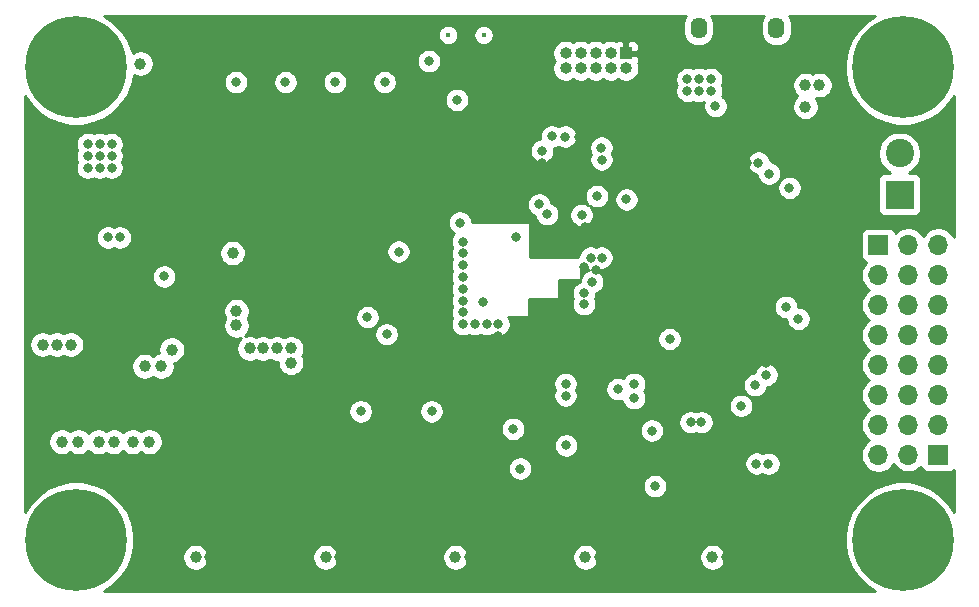
<source format=gbr>
G04 #@! TF.GenerationSoftware,KiCad,Pcbnew,(5.1.5)-3*
G04 #@! TF.CreationDate,2020-05-21T19:58:44+02:00*
G04 #@! TF.ProjectId,HadesNT,48616465-734e-4542-9e6b-696361645f70,rev?*
G04 #@! TF.SameCoordinates,Original*
G04 #@! TF.FileFunction,Copper,L3,Inr*
G04 #@! TF.FilePolarity,Positive*
%FSLAX46Y46*%
G04 Gerber Fmt 4.6, Leading zero omitted, Abs format (unit mm)*
G04 Created by KiCad (PCBNEW (5.1.5)-3) date 2020-05-21 19:58:44*
%MOMM*%
%LPD*%
G04 APERTURE LIST*
%ADD10C,2.400000*%
%ADD11R,2.400000X2.400000*%
%ADD12O,1.400000X1.800000*%
%ADD13C,0.900000*%
%ADD14C,8.600000*%
%ADD15R,1.000000X1.000000*%
%ADD16O,1.000000X1.000000*%
%ADD17R,1.700000X1.700000*%
%ADD18O,1.700000X1.700000*%
%ADD19C,0.450000*%
%ADD20C,1.000000*%
%ADD21C,0.800000*%
%ADD22C,0.254000*%
G04 APERTURE END LIST*
D10*
X94725000Y-32275000D03*
D11*
X94725000Y-35775000D03*
D12*
X84300000Y-21675000D03*
X77700000Y-21675000D03*
D13*
X27280419Y-22719581D03*
X25000000Y-21775000D03*
X22719581Y-22719581D03*
X21775000Y-25000000D03*
X22719581Y-27280419D03*
X25000000Y-28225000D03*
X27280419Y-27280419D03*
X28225000Y-25000000D03*
D14*
X25000000Y-25000000D03*
X25000000Y-65000000D03*
D13*
X28225000Y-65000000D03*
X27280419Y-67280419D03*
X25000000Y-68225000D03*
X22719581Y-67280419D03*
X21775000Y-65000000D03*
X22719581Y-62719581D03*
X25000000Y-61775000D03*
X27280419Y-62719581D03*
X97280419Y-62719581D03*
X95000000Y-61775000D03*
X92719581Y-62719581D03*
X91775000Y-65000000D03*
X92719581Y-67280419D03*
X95000000Y-68225000D03*
X97280419Y-67280419D03*
X98225000Y-65000000D03*
D14*
X95000000Y-65000000D03*
X95000000Y-25000000D03*
D13*
X98225000Y-25000000D03*
X97280419Y-27280419D03*
X95000000Y-28225000D03*
X92719581Y-27280419D03*
X91775000Y-25000000D03*
X92719581Y-22719581D03*
X95000000Y-21775000D03*
X97280419Y-22719581D03*
D15*
X71540000Y-23800000D03*
D16*
X71540000Y-25070000D03*
X70270000Y-23800000D03*
X70270000Y-25070000D03*
X69000000Y-23800000D03*
X69000000Y-25070000D03*
X67730000Y-23800000D03*
X67730000Y-25070000D03*
X66460000Y-23800000D03*
X66460000Y-25070000D03*
D17*
X98000000Y-57800000D03*
D18*
X95460000Y-57800000D03*
X98000000Y-55260000D03*
X95460000Y-55260000D03*
X98000000Y-52720000D03*
X95460000Y-52720000D03*
X98000000Y-50180000D03*
X95460000Y-50180000D03*
X98000000Y-47640000D03*
X95460000Y-47640000D03*
X98000000Y-45100000D03*
X95460000Y-45100000D03*
X98000000Y-42560000D03*
X95460000Y-42560000D03*
X98000000Y-40020000D03*
X95460000Y-40020000D03*
D17*
X92925000Y-40050000D03*
D18*
X92925000Y-42590000D03*
X92925000Y-45130000D03*
X92925000Y-47670000D03*
X92925000Y-50210000D03*
X92925000Y-52750000D03*
X92925000Y-55290000D03*
X92925000Y-57830000D03*
D19*
X59500000Y-22250000D03*
X56500000Y-22250000D03*
D20*
X40800000Y-48800000D03*
X39600000Y-51100000D03*
D21*
X74000000Y-60450000D03*
X79125000Y-28275000D03*
X78750000Y-26000000D03*
X77750000Y-26000000D03*
X76750000Y-26000000D03*
X76750000Y-27000000D03*
X77750000Y-27000000D03*
X78750000Y-27000000D03*
X26000000Y-33500000D03*
X27000000Y-33500000D03*
X28000000Y-33500000D03*
X26000000Y-32500000D03*
X27000000Y-32500000D03*
X28000000Y-32500000D03*
X26000000Y-31500000D03*
X27000000Y-31500000D03*
X28000000Y-31500000D03*
X81300000Y-53650000D03*
X82500000Y-51900000D03*
X83440000Y-51030000D03*
X85390000Y-35210000D03*
X83670000Y-34000000D03*
X82770000Y-33070000D03*
X69490000Y-32810000D03*
X69470000Y-31800000D03*
X65280000Y-30850000D03*
X66420000Y-30860000D03*
X68558191Y-41107102D03*
X67990000Y-45040000D03*
X67990000Y-44120000D03*
X66450000Y-52800000D03*
X66450000Y-51800000D03*
X28700000Y-39400000D03*
X27700000Y-39400000D03*
D20*
X42000000Y-48800000D03*
X43200000Y-48800000D03*
X43200000Y-50000000D03*
X39700000Y-48800000D03*
X23800000Y-56700000D03*
X25200000Y-56700000D03*
X26900000Y-56700000D03*
X28200000Y-56700000D03*
X29800000Y-56700000D03*
X31200000Y-56700000D03*
X30800000Y-50300000D03*
X32200000Y-50300000D03*
X33100000Y-48900000D03*
X38250000Y-40725000D03*
D21*
X32450000Y-42700000D03*
X62600000Y-58975000D03*
X62000000Y-55600000D03*
X77950000Y-55050000D03*
X77025000Y-55050000D03*
X64450000Y-32070000D03*
X69500000Y-41107102D03*
X62250000Y-39350000D03*
X59475000Y-44850000D03*
X52300000Y-40600000D03*
X51300000Y-47600000D03*
D20*
X35120000Y-66470000D03*
X46120000Y-66470000D03*
X57120000Y-66470000D03*
X68130000Y-66470000D03*
X78880000Y-66470000D03*
D21*
X49100000Y-54120000D03*
X55100000Y-54120000D03*
X57750000Y-39750000D03*
X57750000Y-40750000D03*
X57750000Y-41750000D03*
X57750000Y-42750000D03*
X57750000Y-43750000D03*
X57750000Y-44750000D03*
X57750000Y-45750000D03*
X57750000Y-46750000D03*
X58750000Y-46750000D03*
X59750000Y-46750000D03*
X60750000Y-46750000D03*
X72250000Y-51800000D03*
X72250000Y-53000000D03*
X38525000Y-26260000D03*
X42720000Y-26260000D03*
X46920000Y-26260000D03*
X51130000Y-26260000D03*
D20*
X30450000Y-24680000D03*
X38580000Y-45640000D03*
X38580000Y-46850000D03*
D21*
X49660000Y-46150000D03*
X60750000Y-47750000D03*
X61750000Y-47750000D03*
X67610000Y-30880000D03*
X64450000Y-33100000D03*
X67990000Y-41930000D03*
X68120000Y-38550000D03*
X83440000Y-50000000D03*
X84350000Y-50000000D03*
X68320000Y-53720000D03*
X67350000Y-53720000D03*
X76200000Y-53700000D03*
X31700000Y-44700000D03*
X31700000Y-43800000D03*
D20*
X38400000Y-51100000D03*
X37200000Y-51100000D03*
X37200000Y-54900000D03*
X38400000Y-54900000D03*
X39600000Y-54900000D03*
X40800000Y-54900000D03*
X42000000Y-54900000D03*
X43200000Y-54900000D03*
X43200000Y-53700000D03*
X43200000Y-52500000D03*
X35200000Y-40700000D03*
D21*
X32700000Y-38325000D03*
X63475000Y-33100000D03*
X65400000Y-58975000D03*
X61050000Y-57475000D03*
X71200000Y-60450000D03*
X53200000Y-41900000D03*
X54100000Y-47600000D03*
D20*
X36380000Y-66470000D03*
X47370000Y-66480000D03*
X58380000Y-66480000D03*
X69370000Y-66480000D03*
X80130000Y-66480000D03*
D21*
X45630000Y-54390000D03*
X51620000Y-54390000D03*
D20*
X34500000Y-23125000D03*
X30450000Y-23125000D03*
X38725000Y-23125000D03*
X42925000Y-23125000D03*
X47125000Y-23125000D03*
D21*
X69060000Y-42130000D03*
X81800000Y-33070000D03*
X59370000Y-24470000D03*
X54870000Y-24470000D03*
D20*
X86750000Y-28325000D03*
D21*
X68700000Y-43150000D03*
D20*
X23360000Y-48470000D03*
X24540000Y-48470000D03*
X22160000Y-48470000D03*
X87925000Y-26500000D03*
X86750000Y-26500000D03*
D21*
X82600000Y-58550000D03*
X85100000Y-45275000D03*
X83614489Y-58560839D03*
X86150000Y-46300000D03*
X57250000Y-27750000D03*
X71600000Y-36175000D03*
X73750000Y-55750000D03*
X75250000Y-48000000D03*
X66500000Y-57000000D03*
X70846685Y-52250000D03*
X67800000Y-37500000D03*
X64877987Y-37422013D03*
X57500000Y-38146685D03*
X64200000Y-36600000D03*
X69100000Y-35899502D03*
D22*
G36*
X76584618Y-20729725D02*
G01*
X76460653Y-20961646D01*
X76384317Y-21213294D01*
X76365000Y-21409421D01*
X76365000Y-21940578D01*
X76384317Y-22136705D01*
X76460653Y-22388353D01*
X76584618Y-22620274D01*
X76751445Y-22823555D01*
X76954725Y-22990382D01*
X77186646Y-23114347D01*
X77438294Y-23190683D01*
X77700000Y-23216459D01*
X77961705Y-23190683D01*
X78213353Y-23114347D01*
X78445274Y-22990382D01*
X78648555Y-22823555D01*
X78815382Y-22620275D01*
X78939347Y-22388354D01*
X79015683Y-22136706D01*
X79035000Y-21940579D01*
X79035000Y-21409422D01*
X79015683Y-21213295D01*
X78939347Y-20961647D01*
X78815382Y-20729725D01*
X78758160Y-20660000D01*
X83241840Y-20660000D01*
X83184618Y-20729725D01*
X83060653Y-20961646D01*
X82984317Y-21213294D01*
X82965000Y-21409421D01*
X82965000Y-21940578D01*
X82984317Y-22136705D01*
X83060653Y-22388353D01*
X83184618Y-22620274D01*
X83351445Y-22823555D01*
X83554725Y-22990382D01*
X83786646Y-23114347D01*
X84038294Y-23190683D01*
X84300000Y-23216459D01*
X84561705Y-23190683D01*
X84813353Y-23114347D01*
X85045274Y-22990382D01*
X85248555Y-22823555D01*
X85415382Y-22620275D01*
X85539347Y-22388354D01*
X85615683Y-22136706D01*
X85635000Y-21940579D01*
X85635000Y-21409422D01*
X85615683Y-21213295D01*
X85539347Y-20961647D01*
X85415382Y-20729725D01*
X85358160Y-20660000D01*
X92612504Y-20660000D01*
X91854121Y-21166735D01*
X91166735Y-21854121D01*
X90626660Y-22662401D01*
X90254650Y-23560514D01*
X90065000Y-24513945D01*
X90065000Y-25486055D01*
X90254650Y-26439486D01*
X90626660Y-27337599D01*
X91166735Y-28145879D01*
X91854121Y-28833265D01*
X92662401Y-29373340D01*
X93560514Y-29745350D01*
X94513945Y-29935000D01*
X95486055Y-29935000D01*
X96439486Y-29745350D01*
X97337599Y-29373340D01*
X98145879Y-28833265D01*
X98833265Y-28145879D01*
X99340000Y-27387496D01*
X99340000Y-39374555D01*
X99315990Y-39316589D01*
X99153475Y-39073368D01*
X98946632Y-38866525D01*
X98703411Y-38704010D01*
X98433158Y-38592068D01*
X98146260Y-38535000D01*
X97853740Y-38535000D01*
X97566842Y-38592068D01*
X97296589Y-38704010D01*
X97053368Y-38866525D01*
X96846525Y-39073368D01*
X96730000Y-39247760D01*
X96613475Y-39073368D01*
X96406632Y-38866525D01*
X96163411Y-38704010D01*
X95893158Y-38592068D01*
X95606260Y-38535000D01*
X95313740Y-38535000D01*
X95026842Y-38592068D01*
X94756589Y-38704010D01*
X94513368Y-38866525D01*
X94378367Y-39001526D01*
X94364502Y-38955820D01*
X94305537Y-38845506D01*
X94226185Y-38748815D01*
X94129494Y-38669463D01*
X94019180Y-38610498D01*
X93899482Y-38574188D01*
X93775000Y-38561928D01*
X92075000Y-38561928D01*
X91950518Y-38574188D01*
X91830820Y-38610498D01*
X91720506Y-38669463D01*
X91623815Y-38748815D01*
X91544463Y-38845506D01*
X91485498Y-38955820D01*
X91449188Y-39075518D01*
X91436928Y-39200000D01*
X91436928Y-40900000D01*
X91449188Y-41024482D01*
X91485498Y-41144180D01*
X91544463Y-41254494D01*
X91623815Y-41351185D01*
X91720506Y-41430537D01*
X91830820Y-41489502D01*
X91903380Y-41511513D01*
X91771525Y-41643368D01*
X91609010Y-41886589D01*
X91497068Y-42156842D01*
X91440000Y-42443740D01*
X91440000Y-42736260D01*
X91497068Y-43023158D01*
X91609010Y-43293411D01*
X91771525Y-43536632D01*
X91978368Y-43743475D01*
X92152760Y-43860000D01*
X91978368Y-43976525D01*
X91771525Y-44183368D01*
X91609010Y-44426589D01*
X91497068Y-44696842D01*
X91440000Y-44983740D01*
X91440000Y-45276260D01*
X91497068Y-45563158D01*
X91609010Y-45833411D01*
X91771525Y-46076632D01*
X91978368Y-46283475D01*
X92152760Y-46400000D01*
X91978368Y-46516525D01*
X91771525Y-46723368D01*
X91609010Y-46966589D01*
X91497068Y-47236842D01*
X91440000Y-47523740D01*
X91440000Y-47816260D01*
X91497068Y-48103158D01*
X91609010Y-48373411D01*
X91771525Y-48616632D01*
X91978368Y-48823475D01*
X92152760Y-48940000D01*
X91978368Y-49056525D01*
X91771525Y-49263368D01*
X91609010Y-49506589D01*
X91497068Y-49776842D01*
X91440000Y-50063740D01*
X91440000Y-50356260D01*
X91497068Y-50643158D01*
X91609010Y-50913411D01*
X91771525Y-51156632D01*
X91978368Y-51363475D01*
X92152760Y-51480000D01*
X91978368Y-51596525D01*
X91771525Y-51803368D01*
X91609010Y-52046589D01*
X91497068Y-52316842D01*
X91440000Y-52603740D01*
X91440000Y-52896260D01*
X91497068Y-53183158D01*
X91609010Y-53453411D01*
X91771525Y-53696632D01*
X91978368Y-53903475D01*
X92152760Y-54020000D01*
X91978368Y-54136525D01*
X91771525Y-54343368D01*
X91609010Y-54586589D01*
X91497068Y-54856842D01*
X91440000Y-55143740D01*
X91440000Y-55436260D01*
X91497068Y-55723158D01*
X91609010Y-55993411D01*
X91771525Y-56236632D01*
X91978368Y-56443475D01*
X92152760Y-56560000D01*
X91978368Y-56676525D01*
X91771525Y-56883368D01*
X91609010Y-57126589D01*
X91497068Y-57396842D01*
X91440000Y-57683740D01*
X91440000Y-57976260D01*
X91497068Y-58263158D01*
X91609010Y-58533411D01*
X91771525Y-58776632D01*
X91978368Y-58983475D01*
X92221589Y-59145990D01*
X92491842Y-59257932D01*
X92778740Y-59315000D01*
X93071260Y-59315000D01*
X93358158Y-59257932D01*
X93628411Y-59145990D01*
X93871632Y-58983475D01*
X94078475Y-58776632D01*
X94202523Y-58590981D01*
X94306525Y-58746632D01*
X94513368Y-58953475D01*
X94756589Y-59115990D01*
X95026842Y-59227932D01*
X95313740Y-59285000D01*
X95606260Y-59285000D01*
X95893158Y-59227932D01*
X96163411Y-59115990D01*
X96406632Y-58953475D01*
X96538487Y-58821620D01*
X96560498Y-58894180D01*
X96619463Y-59004494D01*
X96698815Y-59101185D01*
X96795506Y-59180537D01*
X96905820Y-59239502D01*
X97025518Y-59275812D01*
X97150000Y-59288072D01*
X98850000Y-59288072D01*
X98974482Y-59275812D01*
X99094180Y-59239502D01*
X99204494Y-59180537D01*
X99301185Y-59101185D01*
X99340001Y-59053888D01*
X99340001Y-62612506D01*
X98833265Y-61854121D01*
X98145879Y-61166735D01*
X97337599Y-60626660D01*
X96439486Y-60254650D01*
X95486055Y-60065000D01*
X94513945Y-60065000D01*
X93560514Y-60254650D01*
X92662401Y-60626660D01*
X91854121Y-61166735D01*
X91166735Y-61854121D01*
X90626660Y-62662401D01*
X90254650Y-63560514D01*
X90065000Y-64513945D01*
X90065000Y-65486055D01*
X90254650Y-66439486D01*
X90626660Y-67337599D01*
X91166735Y-68145879D01*
X91854121Y-68833265D01*
X92612504Y-69340000D01*
X27387496Y-69340000D01*
X28145879Y-68833265D01*
X28833265Y-68145879D01*
X29373340Y-67337599D01*
X29745350Y-66439486D01*
X29761516Y-66358212D01*
X33985000Y-66358212D01*
X33985000Y-66581788D01*
X34028617Y-66801067D01*
X34114176Y-67007624D01*
X34238388Y-67193520D01*
X34396480Y-67351612D01*
X34582376Y-67475824D01*
X34788933Y-67561383D01*
X35008212Y-67605000D01*
X35231788Y-67605000D01*
X35451067Y-67561383D01*
X35657624Y-67475824D01*
X35843520Y-67351612D01*
X36001612Y-67193520D01*
X36125824Y-67007624D01*
X36211383Y-66801067D01*
X36255000Y-66581788D01*
X36255000Y-66358212D01*
X44985000Y-66358212D01*
X44985000Y-66581788D01*
X45028617Y-66801067D01*
X45114176Y-67007624D01*
X45238388Y-67193520D01*
X45396480Y-67351612D01*
X45582376Y-67475824D01*
X45788933Y-67561383D01*
X46008212Y-67605000D01*
X46231788Y-67605000D01*
X46451067Y-67561383D01*
X46657624Y-67475824D01*
X46843520Y-67351612D01*
X47001612Y-67193520D01*
X47125824Y-67007624D01*
X47211383Y-66801067D01*
X47255000Y-66581788D01*
X47255000Y-66358212D01*
X55985000Y-66358212D01*
X55985000Y-66581788D01*
X56028617Y-66801067D01*
X56114176Y-67007624D01*
X56238388Y-67193520D01*
X56396480Y-67351612D01*
X56582376Y-67475824D01*
X56788933Y-67561383D01*
X57008212Y-67605000D01*
X57231788Y-67605000D01*
X57451067Y-67561383D01*
X57657624Y-67475824D01*
X57843520Y-67351612D01*
X58001612Y-67193520D01*
X58125824Y-67007624D01*
X58211383Y-66801067D01*
X58255000Y-66581788D01*
X58255000Y-66358212D01*
X66995000Y-66358212D01*
X66995000Y-66581788D01*
X67038617Y-66801067D01*
X67124176Y-67007624D01*
X67248388Y-67193520D01*
X67406480Y-67351612D01*
X67592376Y-67475824D01*
X67798933Y-67561383D01*
X68018212Y-67605000D01*
X68241788Y-67605000D01*
X68461067Y-67561383D01*
X68667624Y-67475824D01*
X68853520Y-67351612D01*
X69011612Y-67193520D01*
X69135824Y-67007624D01*
X69221383Y-66801067D01*
X69265000Y-66581788D01*
X69265000Y-66358212D01*
X77745000Y-66358212D01*
X77745000Y-66581788D01*
X77788617Y-66801067D01*
X77874176Y-67007624D01*
X77998388Y-67193520D01*
X78156480Y-67351612D01*
X78342376Y-67475824D01*
X78548933Y-67561383D01*
X78768212Y-67605000D01*
X78991788Y-67605000D01*
X79211067Y-67561383D01*
X79417624Y-67475824D01*
X79603520Y-67351612D01*
X79761612Y-67193520D01*
X79885824Y-67007624D01*
X79971383Y-66801067D01*
X80015000Y-66581788D01*
X80015000Y-66358212D01*
X79971383Y-66138933D01*
X79885824Y-65932376D01*
X79761612Y-65746480D01*
X79603520Y-65588388D01*
X79417624Y-65464176D01*
X79211067Y-65378617D01*
X78991788Y-65335000D01*
X78768212Y-65335000D01*
X78548933Y-65378617D01*
X78342376Y-65464176D01*
X78156480Y-65588388D01*
X77998388Y-65746480D01*
X77874176Y-65932376D01*
X77788617Y-66138933D01*
X77745000Y-66358212D01*
X69265000Y-66358212D01*
X69221383Y-66138933D01*
X69135824Y-65932376D01*
X69011612Y-65746480D01*
X68853520Y-65588388D01*
X68667624Y-65464176D01*
X68461067Y-65378617D01*
X68241788Y-65335000D01*
X68018212Y-65335000D01*
X67798933Y-65378617D01*
X67592376Y-65464176D01*
X67406480Y-65588388D01*
X67248388Y-65746480D01*
X67124176Y-65932376D01*
X67038617Y-66138933D01*
X66995000Y-66358212D01*
X58255000Y-66358212D01*
X58211383Y-66138933D01*
X58125824Y-65932376D01*
X58001612Y-65746480D01*
X57843520Y-65588388D01*
X57657624Y-65464176D01*
X57451067Y-65378617D01*
X57231788Y-65335000D01*
X57008212Y-65335000D01*
X56788933Y-65378617D01*
X56582376Y-65464176D01*
X56396480Y-65588388D01*
X56238388Y-65746480D01*
X56114176Y-65932376D01*
X56028617Y-66138933D01*
X55985000Y-66358212D01*
X47255000Y-66358212D01*
X47211383Y-66138933D01*
X47125824Y-65932376D01*
X47001612Y-65746480D01*
X46843520Y-65588388D01*
X46657624Y-65464176D01*
X46451067Y-65378617D01*
X46231788Y-65335000D01*
X46008212Y-65335000D01*
X45788933Y-65378617D01*
X45582376Y-65464176D01*
X45396480Y-65588388D01*
X45238388Y-65746480D01*
X45114176Y-65932376D01*
X45028617Y-66138933D01*
X44985000Y-66358212D01*
X36255000Y-66358212D01*
X36211383Y-66138933D01*
X36125824Y-65932376D01*
X36001612Y-65746480D01*
X35843520Y-65588388D01*
X35657624Y-65464176D01*
X35451067Y-65378617D01*
X35231788Y-65335000D01*
X35008212Y-65335000D01*
X34788933Y-65378617D01*
X34582376Y-65464176D01*
X34396480Y-65588388D01*
X34238388Y-65746480D01*
X34114176Y-65932376D01*
X34028617Y-66138933D01*
X33985000Y-66358212D01*
X29761516Y-66358212D01*
X29935000Y-65486055D01*
X29935000Y-64513945D01*
X29745350Y-63560514D01*
X29373340Y-62662401D01*
X28833265Y-61854121D01*
X28145879Y-61166735D01*
X27337599Y-60626660D01*
X26665001Y-60348061D01*
X72965000Y-60348061D01*
X72965000Y-60551939D01*
X73004774Y-60751898D01*
X73082795Y-60940256D01*
X73196063Y-61109774D01*
X73340226Y-61253937D01*
X73509744Y-61367205D01*
X73698102Y-61445226D01*
X73898061Y-61485000D01*
X74101939Y-61485000D01*
X74301898Y-61445226D01*
X74490256Y-61367205D01*
X74659774Y-61253937D01*
X74803937Y-61109774D01*
X74917205Y-60940256D01*
X74995226Y-60751898D01*
X75035000Y-60551939D01*
X75035000Y-60348061D01*
X74995226Y-60148102D01*
X74917205Y-59959744D01*
X74803937Y-59790226D01*
X74659774Y-59646063D01*
X74490256Y-59532795D01*
X74301898Y-59454774D01*
X74101939Y-59415000D01*
X73898061Y-59415000D01*
X73698102Y-59454774D01*
X73509744Y-59532795D01*
X73340226Y-59646063D01*
X73196063Y-59790226D01*
X73082795Y-59959744D01*
X73004774Y-60148102D01*
X72965000Y-60348061D01*
X26665001Y-60348061D01*
X26439486Y-60254650D01*
X25486055Y-60065000D01*
X24513945Y-60065000D01*
X23560514Y-60254650D01*
X22662401Y-60626660D01*
X21854121Y-61166735D01*
X21166735Y-61854121D01*
X20660000Y-62612504D01*
X20660000Y-58873061D01*
X61565000Y-58873061D01*
X61565000Y-59076939D01*
X61604774Y-59276898D01*
X61682795Y-59465256D01*
X61796063Y-59634774D01*
X61940226Y-59778937D01*
X62109744Y-59892205D01*
X62298102Y-59970226D01*
X62498061Y-60010000D01*
X62701939Y-60010000D01*
X62901898Y-59970226D01*
X63090256Y-59892205D01*
X63259774Y-59778937D01*
X63403937Y-59634774D01*
X63517205Y-59465256D01*
X63595226Y-59276898D01*
X63635000Y-59076939D01*
X63635000Y-58873061D01*
X63595226Y-58673102D01*
X63517205Y-58484744D01*
X63492695Y-58448061D01*
X81565000Y-58448061D01*
X81565000Y-58651939D01*
X81604774Y-58851898D01*
X81682795Y-59040256D01*
X81796063Y-59209774D01*
X81940226Y-59353937D01*
X82109744Y-59467205D01*
X82298102Y-59545226D01*
X82498061Y-59585000D01*
X82701939Y-59585000D01*
X82901898Y-59545226D01*
X83090256Y-59467205D01*
X83099134Y-59461273D01*
X83124233Y-59478044D01*
X83312591Y-59556065D01*
X83512550Y-59595839D01*
X83716428Y-59595839D01*
X83916387Y-59556065D01*
X84104745Y-59478044D01*
X84274263Y-59364776D01*
X84418426Y-59220613D01*
X84531694Y-59051095D01*
X84609715Y-58862737D01*
X84649489Y-58662778D01*
X84649489Y-58458900D01*
X84609715Y-58258941D01*
X84531694Y-58070583D01*
X84418426Y-57901065D01*
X84274263Y-57756902D01*
X84104745Y-57643634D01*
X83916387Y-57565613D01*
X83716428Y-57525839D01*
X83512550Y-57525839D01*
X83312591Y-57565613D01*
X83124233Y-57643634D01*
X83115355Y-57649566D01*
X83090256Y-57632795D01*
X82901898Y-57554774D01*
X82701939Y-57515000D01*
X82498061Y-57515000D01*
X82298102Y-57554774D01*
X82109744Y-57632795D01*
X81940226Y-57746063D01*
X81796063Y-57890226D01*
X81682795Y-58059744D01*
X81604774Y-58248102D01*
X81565000Y-58448061D01*
X63492695Y-58448061D01*
X63403937Y-58315226D01*
X63259774Y-58171063D01*
X63090256Y-58057795D01*
X62901898Y-57979774D01*
X62701939Y-57940000D01*
X62498061Y-57940000D01*
X62298102Y-57979774D01*
X62109744Y-58057795D01*
X61940226Y-58171063D01*
X61796063Y-58315226D01*
X61682795Y-58484744D01*
X61604774Y-58673102D01*
X61565000Y-58873061D01*
X20660000Y-58873061D01*
X20660000Y-56588212D01*
X22665000Y-56588212D01*
X22665000Y-56811788D01*
X22708617Y-57031067D01*
X22794176Y-57237624D01*
X22918388Y-57423520D01*
X23076480Y-57581612D01*
X23262376Y-57705824D01*
X23468933Y-57791383D01*
X23688212Y-57835000D01*
X23911788Y-57835000D01*
X24131067Y-57791383D01*
X24337624Y-57705824D01*
X24500000Y-57597328D01*
X24662376Y-57705824D01*
X24868933Y-57791383D01*
X25088212Y-57835000D01*
X25311788Y-57835000D01*
X25531067Y-57791383D01*
X25737624Y-57705824D01*
X25923520Y-57581612D01*
X26050000Y-57455132D01*
X26176480Y-57581612D01*
X26362376Y-57705824D01*
X26568933Y-57791383D01*
X26788212Y-57835000D01*
X27011788Y-57835000D01*
X27231067Y-57791383D01*
X27437624Y-57705824D01*
X27550000Y-57630737D01*
X27662376Y-57705824D01*
X27868933Y-57791383D01*
X28088212Y-57835000D01*
X28311788Y-57835000D01*
X28531067Y-57791383D01*
X28737624Y-57705824D01*
X28923520Y-57581612D01*
X29000000Y-57505132D01*
X29076480Y-57581612D01*
X29262376Y-57705824D01*
X29468933Y-57791383D01*
X29688212Y-57835000D01*
X29911788Y-57835000D01*
X30131067Y-57791383D01*
X30337624Y-57705824D01*
X30500000Y-57597328D01*
X30662376Y-57705824D01*
X30868933Y-57791383D01*
X31088212Y-57835000D01*
X31311788Y-57835000D01*
X31531067Y-57791383D01*
X31737624Y-57705824D01*
X31923520Y-57581612D01*
X32081612Y-57423520D01*
X32205824Y-57237624D01*
X32291383Y-57031067D01*
X32317839Y-56898061D01*
X65465000Y-56898061D01*
X65465000Y-57101939D01*
X65504774Y-57301898D01*
X65582795Y-57490256D01*
X65696063Y-57659774D01*
X65840226Y-57803937D01*
X66009744Y-57917205D01*
X66198102Y-57995226D01*
X66398061Y-58035000D01*
X66601939Y-58035000D01*
X66801898Y-57995226D01*
X66990256Y-57917205D01*
X67159774Y-57803937D01*
X67303937Y-57659774D01*
X67417205Y-57490256D01*
X67495226Y-57301898D01*
X67535000Y-57101939D01*
X67535000Y-56898061D01*
X67495226Y-56698102D01*
X67417205Y-56509744D01*
X67303937Y-56340226D01*
X67159774Y-56196063D01*
X66990256Y-56082795D01*
X66801898Y-56004774D01*
X66601939Y-55965000D01*
X66398061Y-55965000D01*
X66198102Y-56004774D01*
X66009744Y-56082795D01*
X65840226Y-56196063D01*
X65696063Y-56340226D01*
X65582795Y-56509744D01*
X65504774Y-56698102D01*
X65465000Y-56898061D01*
X32317839Y-56898061D01*
X32335000Y-56811788D01*
X32335000Y-56588212D01*
X32291383Y-56368933D01*
X32205824Y-56162376D01*
X32081612Y-55976480D01*
X31923520Y-55818388D01*
X31737624Y-55694176D01*
X31531067Y-55608617D01*
X31311788Y-55565000D01*
X31088212Y-55565000D01*
X30868933Y-55608617D01*
X30662376Y-55694176D01*
X30500000Y-55802672D01*
X30337624Y-55694176D01*
X30131067Y-55608617D01*
X29911788Y-55565000D01*
X29688212Y-55565000D01*
X29468933Y-55608617D01*
X29262376Y-55694176D01*
X29076480Y-55818388D01*
X29000000Y-55894868D01*
X28923520Y-55818388D01*
X28737624Y-55694176D01*
X28531067Y-55608617D01*
X28311788Y-55565000D01*
X28088212Y-55565000D01*
X27868933Y-55608617D01*
X27662376Y-55694176D01*
X27550000Y-55769263D01*
X27437624Y-55694176D01*
X27231067Y-55608617D01*
X27011788Y-55565000D01*
X26788212Y-55565000D01*
X26568933Y-55608617D01*
X26362376Y-55694176D01*
X26176480Y-55818388D01*
X26050000Y-55944868D01*
X25923520Y-55818388D01*
X25737624Y-55694176D01*
X25531067Y-55608617D01*
X25311788Y-55565000D01*
X25088212Y-55565000D01*
X24868933Y-55608617D01*
X24662376Y-55694176D01*
X24500000Y-55802672D01*
X24337624Y-55694176D01*
X24131067Y-55608617D01*
X23911788Y-55565000D01*
X23688212Y-55565000D01*
X23468933Y-55608617D01*
X23262376Y-55694176D01*
X23076480Y-55818388D01*
X22918388Y-55976480D01*
X22794176Y-56162376D01*
X22708617Y-56368933D01*
X22665000Y-56588212D01*
X20660000Y-56588212D01*
X20660000Y-55498061D01*
X60965000Y-55498061D01*
X60965000Y-55701939D01*
X61004774Y-55901898D01*
X61082795Y-56090256D01*
X61196063Y-56259774D01*
X61340226Y-56403937D01*
X61509744Y-56517205D01*
X61698102Y-56595226D01*
X61898061Y-56635000D01*
X62101939Y-56635000D01*
X62301898Y-56595226D01*
X62490256Y-56517205D01*
X62659774Y-56403937D01*
X62803937Y-56259774D01*
X62917205Y-56090256D01*
X62995226Y-55901898D01*
X63035000Y-55701939D01*
X63035000Y-55648061D01*
X72715000Y-55648061D01*
X72715000Y-55851939D01*
X72754774Y-56051898D01*
X72832795Y-56240256D01*
X72946063Y-56409774D01*
X73090226Y-56553937D01*
X73259744Y-56667205D01*
X73448102Y-56745226D01*
X73648061Y-56785000D01*
X73851939Y-56785000D01*
X74051898Y-56745226D01*
X74240256Y-56667205D01*
X74409774Y-56553937D01*
X74553937Y-56409774D01*
X74667205Y-56240256D01*
X74745226Y-56051898D01*
X74785000Y-55851939D01*
X74785000Y-55648061D01*
X74745226Y-55448102D01*
X74667205Y-55259744D01*
X74553937Y-55090226D01*
X74411772Y-54948061D01*
X75990000Y-54948061D01*
X75990000Y-55151939D01*
X76029774Y-55351898D01*
X76107795Y-55540256D01*
X76221063Y-55709774D01*
X76365226Y-55853937D01*
X76534744Y-55967205D01*
X76723102Y-56045226D01*
X76923061Y-56085000D01*
X77126939Y-56085000D01*
X77326898Y-56045226D01*
X77487500Y-55978702D01*
X77648102Y-56045226D01*
X77848061Y-56085000D01*
X78051939Y-56085000D01*
X78251898Y-56045226D01*
X78440256Y-55967205D01*
X78609774Y-55853937D01*
X78753937Y-55709774D01*
X78867205Y-55540256D01*
X78945226Y-55351898D01*
X78985000Y-55151939D01*
X78985000Y-54948061D01*
X78945226Y-54748102D01*
X78867205Y-54559744D01*
X78753937Y-54390226D01*
X78609774Y-54246063D01*
X78440256Y-54132795D01*
X78251898Y-54054774D01*
X78051939Y-54015000D01*
X77848061Y-54015000D01*
X77648102Y-54054774D01*
X77487500Y-54121298D01*
X77326898Y-54054774D01*
X77126939Y-54015000D01*
X76923061Y-54015000D01*
X76723102Y-54054774D01*
X76534744Y-54132795D01*
X76365226Y-54246063D01*
X76221063Y-54390226D01*
X76107795Y-54559744D01*
X76029774Y-54748102D01*
X75990000Y-54948061D01*
X74411772Y-54948061D01*
X74409774Y-54946063D01*
X74240256Y-54832795D01*
X74051898Y-54754774D01*
X73851939Y-54715000D01*
X73648061Y-54715000D01*
X73448102Y-54754774D01*
X73259744Y-54832795D01*
X73090226Y-54946063D01*
X72946063Y-55090226D01*
X72832795Y-55259744D01*
X72754774Y-55448102D01*
X72715000Y-55648061D01*
X63035000Y-55648061D01*
X63035000Y-55498061D01*
X62995226Y-55298102D01*
X62917205Y-55109744D01*
X62803937Y-54940226D01*
X62659774Y-54796063D01*
X62490256Y-54682795D01*
X62301898Y-54604774D01*
X62101939Y-54565000D01*
X61898061Y-54565000D01*
X61698102Y-54604774D01*
X61509744Y-54682795D01*
X61340226Y-54796063D01*
X61196063Y-54940226D01*
X61082795Y-55109744D01*
X61004774Y-55298102D01*
X60965000Y-55498061D01*
X20660000Y-55498061D01*
X20660000Y-54018061D01*
X48065000Y-54018061D01*
X48065000Y-54221939D01*
X48104774Y-54421898D01*
X48182795Y-54610256D01*
X48296063Y-54779774D01*
X48440226Y-54923937D01*
X48609744Y-55037205D01*
X48798102Y-55115226D01*
X48998061Y-55155000D01*
X49201939Y-55155000D01*
X49401898Y-55115226D01*
X49590256Y-55037205D01*
X49759774Y-54923937D01*
X49903937Y-54779774D01*
X50017205Y-54610256D01*
X50095226Y-54421898D01*
X50135000Y-54221939D01*
X50135000Y-54018061D01*
X54065000Y-54018061D01*
X54065000Y-54221939D01*
X54104774Y-54421898D01*
X54182795Y-54610256D01*
X54296063Y-54779774D01*
X54440226Y-54923937D01*
X54609744Y-55037205D01*
X54798102Y-55115226D01*
X54998061Y-55155000D01*
X55201939Y-55155000D01*
X55401898Y-55115226D01*
X55590256Y-55037205D01*
X55759774Y-54923937D01*
X55903937Y-54779774D01*
X56017205Y-54610256D01*
X56095226Y-54421898D01*
X56135000Y-54221939D01*
X56135000Y-54018061D01*
X56095226Y-53818102D01*
X56017205Y-53629744D01*
X55903937Y-53460226D01*
X55759774Y-53316063D01*
X55590256Y-53202795D01*
X55401898Y-53124774D01*
X55201939Y-53085000D01*
X54998061Y-53085000D01*
X54798102Y-53124774D01*
X54609744Y-53202795D01*
X54440226Y-53316063D01*
X54296063Y-53460226D01*
X54182795Y-53629744D01*
X54104774Y-53818102D01*
X54065000Y-54018061D01*
X50135000Y-54018061D01*
X50095226Y-53818102D01*
X50017205Y-53629744D01*
X49903937Y-53460226D01*
X49759774Y-53316063D01*
X49590256Y-53202795D01*
X49401898Y-53124774D01*
X49201939Y-53085000D01*
X48998061Y-53085000D01*
X48798102Y-53124774D01*
X48609744Y-53202795D01*
X48440226Y-53316063D01*
X48296063Y-53460226D01*
X48182795Y-53629744D01*
X48104774Y-53818102D01*
X48065000Y-54018061D01*
X20660000Y-54018061D01*
X20660000Y-51698061D01*
X65415000Y-51698061D01*
X65415000Y-51901939D01*
X65454774Y-52101898D01*
X65532795Y-52290256D01*
X65539306Y-52300000D01*
X65532795Y-52309744D01*
X65454774Y-52498102D01*
X65415000Y-52698061D01*
X65415000Y-52901939D01*
X65454774Y-53101898D01*
X65532795Y-53290256D01*
X65646063Y-53459774D01*
X65790226Y-53603937D01*
X65959744Y-53717205D01*
X66148102Y-53795226D01*
X66348061Y-53835000D01*
X66551939Y-53835000D01*
X66751898Y-53795226D01*
X66940256Y-53717205D01*
X67109774Y-53603937D01*
X67253937Y-53459774D01*
X67367205Y-53290256D01*
X67445226Y-53101898D01*
X67485000Y-52901939D01*
X67485000Y-52698061D01*
X67445226Y-52498102D01*
X67367205Y-52309744D01*
X67360694Y-52300000D01*
X67367205Y-52290256D01*
X67426104Y-52148061D01*
X69811685Y-52148061D01*
X69811685Y-52351939D01*
X69851459Y-52551898D01*
X69929480Y-52740256D01*
X70042748Y-52909774D01*
X70186911Y-53053937D01*
X70356429Y-53167205D01*
X70544787Y-53245226D01*
X70744746Y-53285000D01*
X70948624Y-53285000D01*
X71148583Y-53245226D01*
X71236276Y-53208902D01*
X71254774Y-53301898D01*
X71332795Y-53490256D01*
X71446063Y-53659774D01*
X71590226Y-53803937D01*
X71759744Y-53917205D01*
X71948102Y-53995226D01*
X72148061Y-54035000D01*
X72351939Y-54035000D01*
X72551898Y-53995226D01*
X72740256Y-53917205D01*
X72909774Y-53803937D01*
X73053937Y-53659774D01*
X73128581Y-53548061D01*
X80265000Y-53548061D01*
X80265000Y-53751939D01*
X80304774Y-53951898D01*
X80382795Y-54140256D01*
X80496063Y-54309774D01*
X80640226Y-54453937D01*
X80809744Y-54567205D01*
X80998102Y-54645226D01*
X81198061Y-54685000D01*
X81401939Y-54685000D01*
X81601898Y-54645226D01*
X81790256Y-54567205D01*
X81959774Y-54453937D01*
X82103937Y-54309774D01*
X82217205Y-54140256D01*
X82295226Y-53951898D01*
X82335000Y-53751939D01*
X82335000Y-53548061D01*
X82295226Y-53348102D01*
X82217205Y-53159744D01*
X82103937Y-52990226D01*
X81959774Y-52846063D01*
X81790256Y-52732795D01*
X81601898Y-52654774D01*
X81401939Y-52615000D01*
X81198061Y-52615000D01*
X80998102Y-52654774D01*
X80809744Y-52732795D01*
X80640226Y-52846063D01*
X80496063Y-52990226D01*
X80382795Y-53159744D01*
X80304774Y-53348102D01*
X80265000Y-53548061D01*
X73128581Y-53548061D01*
X73167205Y-53490256D01*
X73245226Y-53301898D01*
X73285000Y-53101939D01*
X73285000Y-52898061D01*
X73245226Y-52698102D01*
X73167205Y-52509744D01*
X73093877Y-52400000D01*
X73167205Y-52290256D01*
X73245226Y-52101898D01*
X73285000Y-51901939D01*
X73285000Y-51798061D01*
X81465000Y-51798061D01*
X81465000Y-52001939D01*
X81504774Y-52201898D01*
X81582795Y-52390256D01*
X81696063Y-52559774D01*
X81840226Y-52703937D01*
X82009744Y-52817205D01*
X82198102Y-52895226D01*
X82398061Y-52935000D01*
X82601939Y-52935000D01*
X82801898Y-52895226D01*
X82990256Y-52817205D01*
X83159774Y-52703937D01*
X83303937Y-52559774D01*
X83417205Y-52390256D01*
X83495226Y-52201898D01*
X83522456Y-52065000D01*
X83541939Y-52065000D01*
X83741898Y-52025226D01*
X83930256Y-51947205D01*
X84099774Y-51833937D01*
X84243937Y-51689774D01*
X84357205Y-51520256D01*
X84435226Y-51331898D01*
X84475000Y-51131939D01*
X84475000Y-50928061D01*
X84435226Y-50728102D01*
X84357205Y-50539744D01*
X84243937Y-50370226D01*
X84099774Y-50226063D01*
X83930256Y-50112795D01*
X83741898Y-50034774D01*
X83541939Y-49995000D01*
X83338061Y-49995000D01*
X83138102Y-50034774D01*
X82949744Y-50112795D01*
X82780226Y-50226063D01*
X82636063Y-50370226D01*
X82522795Y-50539744D01*
X82444774Y-50728102D01*
X82417544Y-50865000D01*
X82398061Y-50865000D01*
X82198102Y-50904774D01*
X82009744Y-50982795D01*
X81840226Y-51096063D01*
X81696063Y-51240226D01*
X81582795Y-51409744D01*
X81504774Y-51598102D01*
X81465000Y-51798061D01*
X73285000Y-51798061D01*
X73285000Y-51698061D01*
X73245226Y-51498102D01*
X73167205Y-51309744D01*
X73053937Y-51140226D01*
X72909774Y-50996063D01*
X72740256Y-50882795D01*
X72551898Y-50804774D01*
X72351939Y-50765000D01*
X72148061Y-50765000D01*
X71948102Y-50804774D01*
X71759744Y-50882795D01*
X71590226Y-50996063D01*
X71446063Y-51140226D01*
X71332795Y-51309744D01*
X71325252Y-51327953D01*
X71148583Y-51254774D01*
X70948624Y-51215000D01*
X70744746Y-51215000D01*
X70544787Y-51254774D01*
X70356429Y-51332795D01*
X70186911Y-51446063D01*
X70042748Y-51590226D01*
X69929480Y-51759744D01*
X69851459Y-51948102D01*
X69811685Y-52148061D01*
X67426104Y-52148061D01*
X67445226Y-52101898D01*
X67485000Y-51901939D01*
X67485000Y-51698061D01*
X67445226Y-51498102D01*
X67367205Y-51309744D01*
X67253937Y-51140226D01*
X67109774Y-50996063D01*
X66940256Y-50882795D01*
X66751898Y-50804774D01*
X66551939Y-50765000D01*
X66348061Y-50765000D01*
X66148102Y-50804774D01*
X65959744Y-50882795D01*
X65790226Y-50996063D01*
X65646063Y-51140226D01*
X65532795Y-51309744D01*
X65454774Y-51498102D01*
X65415000Y-51698061D01*
X20660000Y-51698061D01*
X20660000Y-50188212D01*
X29665000Y-50188212D01*
X29665000Y-50411788D01*
X29708617Y-50631067D01*
X29794176Y-50837624D01*
X29918388Y-51023520D01*
X30076480Y-51181612D01*
X30262376Y-51305824D01*
X30468933Y-51391383D01*
X30688212Y-51435000D01*
X30911788Y-51435000D01*
X31131067Y-51391383D01*
X31337624Y-51305824D01*
X31500000Y-51197328D01*
X31662376Y-51305824D01*
X31868933Y-51391383D01*
X32088212Y-51435000D01*
X32311788Y-51435000D01*
X32531067Y-51391383D01*
X32737624Y-51305824D01*
X32923520Y-51181612D01*
X33081612Y-51023520D01*
X33205824Y-50837624D01*
X33291383Y-50631067D01*
X33335000Y-50411788D01*
X33335000Y-50188212D01*
X33300995Y-50017256D01*
X33431067Y-49991383D01*
X33637624Y-49905824D01*
X33823520Y-49781612D01*
X33981612Y-49623520D01*
X34105824Y-49437624D01*
X34191383Y-49231067D01*
X34235000Y-49011788D01*
X34235000Y-48788212D01*
X34191383Y-48568933D01*
X34105824Y-48362376D01*
X33981612Y-48176480D01*
X33823520Y-48018388D01*
X33637624Y-47894176D01*
X33431067Y-47808617D01*
X33211788Y-47765000D01*
X32988212Y-47765000D01*
X32768933Y-47808617D01*
X32562376Y-47894176D01*
X32376480Y-48018388D01*
X32218388Y-48176480D01*
X32094176Y-48362376D01*
X32008617Y-48568933D01*
X31965000Y-48788212D01*
X31965000Y-49011788D01*
X31999005Y-49182744D01*
X31868933Y-49208617D01*
X31662376Y-49294176D01*
X31500000Y-49402672D01*
X31337624Y-49294176D01*
X31131067Y-49208617D01*
X30911788Y-49165000D01*
X30688212Y-49165000D01*
X30468933Y-49208617D01*
X30262376Y-49294176D01*
X30076480Y-49418388D01*
X29918388Y-49576480D01*
X29794176Y-49762376D01*
X29708617Y-49968933D01*
X29665000Y-50188212D01*
X20660000Y-50188212D01*
X20660000Y-48358212D01*
X21025000Y-48358212D01*
X21025000Y-48581788D01*
X21068617Y-48801067D01*
X21154176Y-49007624D01*
X21278388Y-49193520D01*
X21436480Y-49351612D01*
X21622376Y-49475824D01*
X21828933Y-49561383D01*
X22048212Y-49605000D01*
X22271788Y-49605000D01*
X22491067Y-49561383D01*
X22697624Y-49475824D01*
X22760000Y-49434146D01*
X22822376Y-49475824D01*
X23028933Y-49561383D01*
X23248212Y-49605000D01*
X23471788Y-49605000D01*
X23691067Y-49561383D01*
X23897624Y-49475824D01*
X23950000Y-49440827D01*
X24002376Y-49475824D01*
X24208933Y-49561383D01*
X24428212Y-49605000D01*
X24651788Y-49605000D01*
X24871067Y-49561383D01*
X25077624Y-49475824D01*
X25263520Y-49351612D01*
X25421612Y-49193520D01*
X25545824Y-49007624D01*
X25631383Y-48801067D01*
X25675000Y-48581788D01*
X25675000Y-48358212D01*
X25631383Y-48138933D01*
X25545824Y-47932376D01*
X25421612Y-47746480D01*
X25263520Y-47588388D01*
X25077624Y-47464176D01*
X24871067Y-47378617D01*
X24651788Y-47335000D01*
X24428212Y-47335000D01*
X24208933Y-47378617D01*
X24002376Y-47464176D01*
X23950000Y-47499173D01*
X23897624Y-47464176D01*
X23691067Y-47378617D01*
X23471788Y-47335000D01*
X23248212Y-47335000D01*
X23028933Y-47378617D01*
X22822376Y-47464176D01*
X22760000Y-47505854D01*
X22697624Y-47464176D01*
X22491067Y-47378617D01*
X22271788Y-47335000D01*
X22048212Y-47335000D01*
X21828933Y-47378617D01*
X21622376Y-47464176D01*
X21436480Y-47588388D01*
X21278388Y-47746480D01*
X21154176Y-47932376D01*
X21068617Y-48138933D01*
X21025000Y-48358212D01*
X20660000Y-48358212D01*
X20660000Y-45528212D01*
X37445000Y-45528212D01*
X37445000Y-45751788D01*
X37488617Y-45971067D01*
X37574176Y-46177624D01*
X37619195Y-46245000D01*
X37574176Y-46312376D01*
X37488617Y-46518933D01*
X37445000Y-46738212D01*
X37445000Y-46961788D01*
X37488617Y-47181067D01*
X37574176Y-47387624D01*
X37698388Y-47573520D01*
X37856480Y-47731612D01*
X38042376Y-47855824D01*
X38248933Y-47941383D01*
X38468212Y-47985000D01*
X38691788Y-47985000D01*
X38911067Y-47941383D01*
X38992624Y-47907601D01*
X38976480Y-47918388D01*
X38818388Y-48076480D01*
X38694176Y-48262376D01*
X38608617Y-48468933D01*
X38565000Y-48688212D01*
X38565000Y-48911788D01*
X38608617Y-49131067D01*
X38694176Y-49337624D01*
X38818388Y-49523520D01*
X38976480Y-49681612D01*
X39162376Y-49805824D01*
X39368933Y-49891383D01*
X39588212Y-49935000D01*
X39811788Y-49935000D01*
X40031067Y-49891383D01*
X40237624Y-49805824D01*
X40250000Y-49797555D01*
X40262376Y-49805824D01*
X40468933Y-49891383D01*
X40688212Y-49935000D01*
X40911788Y-49935000D01*
X41131067Y-49891383D01*
X41337624Y-49805824D01*
X41400000Y-49764146D01*
X41462376Y-49805824D01*
X41668933Y-49891383D01*
X41888212Y-49935000D01*
X42065000Y-49935000D01*
X42065000Y-50111788D01*
X42108617Y-50331067D01*
X42194176Y-50537624D01*
X42318388Y-50723520D01*
X42476480Y-50881612D01*
X42662376Y-51005824D01*
X42868933Y-51091383D01*
X43088212Y-51135000D01*
X43311788Y-51135000D01*
X43531067Y-51091383D01*
X43737624Y-51005824D01*
X43923520Y-50881612D01*
X44081612Y-50723520D01*
X44205824Y-50537624D01*
X44291383Y-50331067D01*
X44335000Y-50111788D01*
X44335000Y-49888212D01*
X44291383Y-49668933D01*
X44205824Y-49462376D01*
X44164146Y-49400000D01*
X44205824Y-49337624D01*
X44291383Y-49131067D01*
X44335000Y-48911788D01*
X44335000Y-48688212D01*
X44291383Y-48468933D01*
X44205824Y-48262376D01*
X44081612Y-48076480D01*
X43923520Y-47918388D01*
X43737624Y-47794176D01*
X43531067Y-47708617D01*
X43311788Y-47665000D01*
X43088212Y-47665000D01*
X42868933Y-47708617D01*
X42662376Y-47794176D01*
X42600000Y-47835854D01*
X42537624Y-47794176D01*
X42331067Y-47708617D01*
X42111788Y-47665000D01*
X41888212Y-47665000D01*
X41668933Y-47708617D01*
X41462376Y-47794176D01*
X41400000Y-47835854D01*
X41337624Y-47794176D01*
X41131067Y-47708617D01*
X40911788Y-47665000D01*
X40688212Y-47665000D01*
X40468933Y-47708617D01*
X40262376Y-47794176D01*
X40250000Y-47802445D01*
X40237624Y-47794176D01*
X40031067Y-47708617D01*
X39811788Y-47665000D01*
X39588212Y-47665000D01*
X39368933Y-47708617D01*
X39287376Y-47742399D01*
X39303520Y-47731612D01*
X39461612Y-47573520D01*
X39512032Y-47498061D01*
X50265000Y-47498061D01*
X50265000Y-47701939D01*
X50304774Y-47901898D01*
X50382795Y-48090256D01*
X50496063Y-48259774D01*
X50640226Y-48403937D01*
X50809744Y-48517205D01*
X50998102Y-48595226D01*
X51198061Y-48635000D01*
X51401939Y-48635000D01*
X51601898Y-48595226D01*
X51790256Y-48517205D01*
X51959774Y-48403937D01*
X52103937Y-48259774D01*
X52217205Y-48090256D01*
X52295226Y-47901898D01*
X52295989Y-47898061D01*
X74215000Y-47898061D01*
X74215000Y-48101939D01*
X74254774Y-48301898D01*
X74332795Y-48490256D01*
X74446063Y-48659774D01*
X74590226Y-48803937D01*
X74759744Y-48917205D01*
X74948102Y-48995226D01*
X75148061Y-49035000D01*
X75351939Y-49035000D01*
X75551898Y-48995226D01*
X75740256Y-48917205D01*
X75909774Y-48803937D01*
X76053937Y-48659774D01*
X76167205Y-48490256D01*
X76245226Y-48301898D01*
X76285000Y-48101939D01*
X76285000Y-47898061D01*
X76245226Y-47698102D01*
X76167205Y-47509744D01*
X76053937Y-47340226D01*
X75909774Y-47196063D01*
X75740256Y-47082795D01*
X75551898Y-47004774D01*
X75351939Y-46965000D01*
X75148061Y-46965000D01*
X74948102Y-47004774D01*
X74759744Y-47082795D01*
X74590226Y-47196063D01*
X74446063Y-47340226D01*
X74332795Y-47509744D01*
X74254774Y-47698102D01*
X74215000Y-47898061D01*
X52295989Y-47898061D01*
X52335000Y-47701939D01*
X52335000Y-47498061D01*
X52295226Y-47298102D01*
X52217205Y-47109744D01*
X52103937Y-46940226D01*
X51959774Y-46796063D01*
X51790256Y-46682795D01*
X51601898Y-46604774D01*
X51401939Y-46565000D01*
X51198061Y-46565000D01*
X50998102Y-46604774D01*
X50809744Y-46682795D01*
X50640226Y-46796063D01*
X50496063Y-46940226D01*
X50382795Y-47109744D01*
X50304774Y-47298102D01*
X50265000Y-47498061D01*
X39512032Y-47498061D01*
X39585824Y-47387624D01*
X39671383Y-47181067D01*
X39715000Y-46961788D01*
X39715000Y-46738212D01*
X39671383Y-46518933D01*
X39585824Y-46312376D01*
X39540805Y-46245000D01*
X39585824Y-46177624D01*
X39639490Y-46048061D01*
X48625000Y-46048061D01*
X48625000Y-46251939D01*
X48664774Y-46451898D01*
X48742795Y-46640256D01*
X48856063Y-46809774D01*
X49000226Y-46953937D01*
X49169744Y-47067205D01*
X49358102Y-47145226D01*
X49558061Y-47185000D01*
X49761939Y-47185000D01*
X49961898Y-47145226D01*
X50150256Y-47067205D01*
X50319774Y-46953937D01*
X50463937Y-46809774D01*
X50577205Y-46640256D01*
X50655226Y-46451898D01*
X50695000Y-46251939D01*
X50695000Y-46048061D01*
X50655226Y-45848102D01*
X50577205Y-45659744D01*
X50463937Y-45490226D01*
X50319774Y-45346063D01*
X50150256Y-45232795D01*
X49961898Y-45154774D01*
X49761939Y-45115000D01*
X49558061Y-45115000D01*
X49358102Y-45154774D01*
X49169744Y-45232795D01*
X49000226Y-45346063D01*
X48856063Y-45490226D01*
X48742795Y-45659744D01*
X48664774Y-45848102D01*
X48625000Y-46048061D01*
X39639490Y-46048061D01*
X39671383Y-45971067D01*
X39715000Y-45751788D01*
X39715000Y-45528212D01*
X39671383Y-45308933D01*
X39585824Y-45102376D01*
X39461612Y-44916480D01*
X39303520Y-44758388D01*
X39117624Y-44634176D01*
X38911067Y-44548617D01*
X38691788Y-44505000D01*
X38468212Y-44505000D01*
X38248933Y-44548617D01*
X38042376Y-44634176D01*
X37856480Y-44758388D01*
X37698388Y-44916480D01*
X37574176Y-45102376D01*
X37488617Y-45308933D01*
X37445000Y-45528212D01*
X20660000Y-45528212D01*
X20660000Y-42598061D01*
X31415000Y-42598061D01*
X31415000Y-42801939D01*
X31454774Y-43001898D01*
X31532795Y-43190256D01*
X31646063Y-43359774D01*
X31790226Y-43503937D01*
X31959744Y-43617205D01*
X32148102Y-43695226D01*
X32348061Y-43735000D01*
X32551939Y-43735000D01*
X32751898Y-43695226D01*
X32940256Y-43617205D01*
X33109774Y-43503937D01*
X33253937Y-43359774D01*
X33367205Y-43190256D01*
X33445226Y-43001898D01*
X33485000Y-42801939D01*
X33485000Y-42598061D01*
X33445226Y-42398102D01*
X33367205Y-42209744D01*
X33253937Y-42040226D01*
X33109774Y-41896063D01*
X32940256Y-41782795D01*
X32751898Y-41704774D01*
X32551939Y-41665000D01*
X32348061Y-41665000D01*
X32148102Y-41704774D01*
X31959744Y-41782795D01*
X31790226Y-41896063D01*
X31646063Y-42040226D01*
X31532795Y-42209744D01*
X31454774Y-42398102D01*
X31415000Y-42598061D01*
X20660000Y-42598061D01*
X20660000Y-40613212D01*
X37115000Y-40613212D01*
X37115000Y-40836788D01*
X37158617Y-41056067D01*
X37244176Y-41262624D01*
X37368388Y-41448520D01*
X37526480Y-41606612D01*
X37712376Y-41730824D01*
X37918933Y-41816383D01*
X38138212Y-41860000D01*
X38361788Y-41860000D01*
X38581067Y-41816383D01*
X38787624Y-41730824D01*
X38973520Y-41606612D01*
X39131612Y-41448520D01*
X39255824Y-41262624D01*
X39341383Y-41056067D01*
X39385000Y-40836788D01*
X39385000Y-40613212D01*
X39362096Y-40498061D01*
X51265000Y-40498061D01*
X51265000Y-40701939D01*
X51304774Y-40901898D01*
X51382795Y-41090256D01*
X51496063Y-41259774D01*
X51640226Y-41403937D01*
X51809744Y-41517205D01*
X51998102Y-41595226D01*
X52198061Y-41635000D01*
X52401939Y-41635000D01*
X52601898Y-41595226D01*
X52790256Y-41517205D01*
X52959774Y-41403937D01*
X53103937Y-41259774D01*
X53217205Y-41090256D01*
X53295226Y-40901898D01*
X53335000Y-40701939D01*
X53335000Y-40498061D01*
X53295226Y-40298102D01*
X53217205Y-40109744D01*
X53103937Y-39940226D01*
X52959774Y-39796063D01*
X52790256Y-39682795D01*
X52601898Y-39604774D01*
X52401939Y-39565000D01*
X52198061Y-39565000D01*
X51998102Y-39604774D01*
X51809744Y-39682795D01*
X51640226Y-39796063D01*
X51496063Y-39940226D01*
X51382795Y-40109744D01*
X51304774Y-40298102D01*
X51265000Y-40498061D01*
X39362096Y-40498061D01*
X39341383Y-40393933D01*
X39255824Y-40187376D01*
X39131612Y-40001480D01*
X38973520Y-39843388D01*
X38787624Y-39719176D01*
X38581067Y-39633617D01*
X38361788Y-39590000D01*
X38138212Y-39590000D01*
X37918933Y-39633617D01*
X37712376Y-39719176D01*
X37526480Y-39843388D01*
X37368388Y-40001480D01*
X37244176Y-40187376D01*
X37158617Y-40393933D01*
X37115000Y-40613212D01*
X20660000Y-40613212D01*
X20660000Y-39298061D01*
X26665000Y-39298061D01*
X26665000Y-39501939D01*
X26704774Y-39701898D01*
X26782795Y-39890256D01*
X26896063Y-40059774D01*
X27040226Y-40203937D01*
X27209744Y-40317205D01*
X27398102Y-40395226D01*
X27598061Y-40435000D01*
X27801939Y-40435000D01*
X28001898Y-40395226D01*
X28190256Y-40317205D01*
X28200000Y-40310694D01*
X28209744Y-40317205D01*
X28398102Y-40395226D01*
X28598061Y-40435000D01*
X28801939Y-40435000D01*
X29001898Y-40395226D01*
X29190256Y-40317205D01*
X29359774Y-40203937D01*
X29503937Y-40059774D01*
X29617205Y-39890256D01*
X29695226Y-39701898D01*
X29735000Y-39501939D01*
X29735000Y-39298061D01*
X29695226Y-39098102D01*
X29617205Y-38909744D01*
X29503937Y-38740226D01*
X29359774Y-38596063D01*
X29190256Y-38482795D01*
X29001898Y-38404774D01*
X28801939Y-38365000D01*
X28598061Y-38365000D01*
X28398102Y-38404774D01*
X28209744Y-38482795D01*
X28200000Y-38489306D01*
X28190256Y-38482795D01*
X28001898Y-38404774D01*
X27801939Y-38365000D01*
X27598061Y-38365000D01*
X27398102Y-38404774D01*
X27209744Y-38482795D01*
X27040226Y-38596063D01*
X26896063Y-38740226D01*
X26782795Y-38909744D01*
X26704774Y-39098102D01*
X26665000Y-39298061D01*
X20660000Y-39298061D01*
X20660000Y-38044746D01*
X56465000Y-38044746D01*
X56465000Y-38248624D01*
X56504774Y-38448583D01*
X56582795Y-38636941D01*
X56696063Y-38806459D01*
X56840226Y-38950622D01*
X56987357Y-39048932D01*
X56946063Y-39090226D01*
X56832795Y-39259744D01*
X56754774Y-39448102D01*
X56715000Y-39648061D01*
X56715000Y-39851939D01*
X56754774Y-40051898D01*
X56832795Y-40240256D01*
X56839306Y-40250000D01*
X56832795Y-40259744D01*
X56754774Y-40448102D01*
X56715000Y-40648061D01*
X56715000Y-40851939D01*
X56754774Y-41051898D01*
X56832795Y-41240256D01*
X56839306Y-41250000D01*
X56832795Y-41259744D01*
X56754774Y-41448102D01*
X56715000Y-41648061D01*
X56715000Y-41851939D01*
X56754774Y-42051898D01*
X56832795Y-42240256D01*
X56839306Y-42250000D01*
X56832795Y-42259744D01*
X56754774Y-42448102D01*
X56715000Y-42648061D01*
X56715000Y-42851939D01*
X56754774Y-43051898D01*
X56832795Y-43240256D01*
X56839306Y-43250000D01*
X56832795Y-43259744D01*
X56754774Y-43448102D01*
X56715000Y-43648061D01*
X56715000Y-43851939D01*
X56754774Y-44051898D01*
X56832795Y-44240256D01*
X56839306Y-44250000D01*
X56832795Y-44259744D01*
X56754774Y-44448102D01*
X56715000Y-44648061D01*
X56715000Y-44851939D01*
X56754774Y-45051898D01*
X56832795Y-45240256D01*
X56839306Y-45250000D01*
X56832795Y-45259744D01*
X56754774Y-45448102D01*
X56715000Y-45648061D01*
X56715000Y-45851939D01*
X56754774Y-46051898D01*
X56832795Y-46240256D01*
X56839306Y-46250000D01*
X56832795Y-46259744D01*
X56754774Y-46448102D01*
X56715000Y-46648061D01*
X56715000Y-46851939D01*
X56754774Y-47051898D01*
X56832795Y-47240256D01*
X56946063Y-47409774D01*
X57090226Y-47553937D01*
X57259744Y-47667205D01*
X57448102Y-47745226D01*
X57648061Y-47785000D01*
X57851939Y-47785000D01*
X58051898Y-47745226D01*
X58240256Y-47667205D01*
X58250000Y-47660694D01*
X58259744Y-47667205D01*
X58448102Y-47745226D01*
X58648061Y-47785000D01*
X58851939Y-47785000D01*
X59051898Y-47745226D01*
X59240256Y-47667205D01*
X59250000Y-47660694D01*
X59259744Y-47667205D01*
X59448102Y-47745226D01*
X59648061Y-47785000D01*
X59851939Y-47785000D01*
X60051898Y-47745226D01*
X60240256Y-47667205D01*
X60250000Y-47660694D01*
X60259744Y-47667205D01*
X60448102Y-47745226D01*
X60648061Y-47785000D01*
X60851939Y-47785000D01*
X61051898Y-47745226D01*
X61240256Y-47667205D01*
X61409774Y-47553937D01*
X61553937Y-47409774D01*
X61667205Y-47240256D01*
X61745226Y-47051898D01*
X61785000Y-46851939D01*
X61785000Y-46648061D01*
X61745226Y-46448102D01*
X61667205Y-46259744D01*
X61578509Y-46127000D01*
X63250000Y-46127000D01*
X63274776Y-46124560D01*
X63298601Y-46117333D01*
X63320557Y-46105597D01*
X63339803Y-46089803D01*
X63355597Y-46070557D01*
X63367333Y-46048601D01*
X63374560Y-46024776D01*
X63377000Y-46000000D01*
X63377000Y-44627000D01*
X65750000Y-44627000D01*
X65774776Y-44624560D01*
X65798601Y-44617333D01*
X65820557Y-44605597D01*
X65839803Y-44589803D01*
X65855597Y-44570557D01*
X65867333Y-44548601D01*
X65874560Y-44524776D01*
X65877000Y-44500000D01*
X65877000Y-43027000D01*
X67600000Y-43027000D01*
X67624776Y-43024560D01*
X67648601Y-43017333D01*
X67670557Y-43005597D01*
X67674010Y-43002763D01*
X67665000Y-43048061D01*
X67665000Y-43134343D01*
X67499744Y-43202795D01*
X67330226Y-43316063D01*
X67186063Y-43460226D01*
X67072795Y-43629744D01*
X66994774Y-43818102D01*
X66955000Y-44018061D01*
X66955000Y-44221939D01*
X66994774Y-44421898D01*
X67060262Y-44580000D01*
X66994774Y-44738102D01*
X66955000Y-44938061D01*
X66955000Y-45141939D01*
X66994774Y-45341898D01*
X67072795Y-45530256D01*
X67186063Y-45699774D01*
X67330226Y-45843937D01*
X67499744Y-45957205D01*
X67688102Y-46035226D01*
X67888061Y-46075000D01*
X68091939Y-46075000D01*
X68291898Y-46035226D01*
X68480256Y-45957205D01*
X68649774Y-45843937D01*
X68793937Y-45699774D01*
X68907205Y-45530256D01*
X68985226Y-45341898D01*
X69018809Y-45173061D01*
X84065000Y-45173061D01*
X84065000Y-45376939D01*
X84104774Y-45576898D01*
X84182795Y-45765256D01*
X84296063Y-45934774D01*
X84440226Y-46078937D01*
X84609744Y-46192205D01*
X84798102Y-46270226D01*
X84998061Y-46310000D01*
X85115000Y-46310000D01*
X85115000Y-46401939D01*
X85154774Y-46601898D01*
X85232795Y-46790256D01*
X85346063Y-46959774D01*
X85490226Y-47103937D01*
X85659744Y-47217205D01*
X85848102Y-47295226D01*
X86048061Y-47335000D01*
X86251939Y-47335000D01*
X86451898Y-47295226D01*
X86640256Y-47217205D01*
X86809774Y-47103937D01*
X86953937Y-46959774D01*
X87067205Y-46790256D01*
X87145226Y-46601898D01*
X87185000Y-46401939D01*
X87185000Y-46198061D01*
X87145226Y-45998102D01*
X87067205Y-45809744D01*
X86953937Y-45640226D01*
X86809774Y-45496063D01*
X86640256Y-45382795D01*
X86451898Y-45304774D01*
X86251939Y-45265000D01*
X86135000Y-45265000D01*
X86135000Y-45173061D01*
X86095226Y-44973102D01*
X86017205Y-44784744D01*
X85903937Y-44615226D01*
X85759774Y-44471063D01*
X85590256Y-44357795D01*
X85401898Y-44279774D01*
X85201939Y-44240000D01*
X84998061Y-44240000D01*
X84798102Y-44279774D01*
X84609744Y-44357795D01*
X84440226Y-44471063D01*
X84296063Y-44615226D01*
X84182795Y-44784744D01*
X84104774Y-44973102D01*
X84065000Y-45173061D01*
X69018809Y-45173061D01*
X69025000Y-45141939D01*
X69025000Y-44938061D01*
X68985226Y-44738102D01*
X68919738Y-44580000D01*
X68985226Y-44421898D01*
X69025000Y-44221939D01*
X69025000Y-44135657D01*
X69190256Y-44067205D01*
X69359774Y-43953937D01*
X69503937Y-43809774D01*
X69617205Y-43640256D01*
X69695226Y-43451898D01*
X69735000Y-43251939D01*
X69735000Y-43048061D01*
X69695226Y-42848102D01*
X69617205Y-42659744D01*
X69503937Y-42490226D01*
X69359774Y-42346063D01*
X69190256Y-42232795D01*
X69001898Y-42154774D01*
X68801939Y-42115000D01*
X68796382Y-42115000D01*
X68860089Y-42102328D01*
X69029096Y-42032323D01*
X69198102Y-42102328D01*
X69398061Y-42142102D01*
X69601939Y-42142102D01*
X69801898Y-42102328D01*
X69990256Y-42024307D01*
X70159774Y-41911039D01*
X70303937Y-41766876D01*
X70417205Y-41597358D01*
X70495226Y-41409000D01*
X70535000Y-41209041D01*
X70535000Y-41005163D01*
X70495226Y-40805204D01*
X70417205Y-40616846D01*
X70303937Y-40447328D01*
X70159774Y-40303165D01*
X69990256Y-40189897D01*
X69801898Y-40111876D01*
X69601939Y-40072102D01*
X69398061Y-40072102D01*
X69198102Y-40111876D01*
X69029096Y-40181881D01*
X68860089Y-40111876D01*
X68660130Y-40072102D01*
X68456252Y-40072102D01*
X68256293Y-40111876D01*
X68067935Y-40189897D01*
X67898417Y-40303165D01*
X67754254Y-40447328D01*
X67640986Y-40616846D01*
X67562965Y-40805204D01*
X67523191Y-41005163D01*
X67523191Y-41073000D01*
X63427000Y-41073000D01*
X63427000Y-38200000D01*
X63424560Y-38175224D01*
X63417333Y-38151399D01*
X63405597Y-38129443D01*
X63389803Y-38110197D01*
X63370557Y-38094403D01*
X63348601Y-38082667D01*
X63324776Y-38075440D01*
X63300000Y-38073000D01*
X58535000Y-38073000D01*
X58535000Y-38044746D01*
X58495226Y-37844787D01*
X58417205Y-37656429D01*
X58303937Y-37486911D01*
X58159774Y-37342748D01*
X57990256Y-37229480D01*
X57801898Y-37151459D01*
X57601939Y-37111685D01*
X57398061Y-37111685D01*
X57198102Y-37151459D01*
X57009744Y-37229480D01*
X56840226Y-37342748D01*
X56696063Y-37486911D01*
X56582795Y-37656429D01*
X56504774Y-37844787D01*
X56465000Y-38044746D01*
X20660000Y-38044746D01*
X20660000Y-36498061D01*
X63165000Y-36498061D01*
X63165000Y-36701939D01*
X63204774Y-36901898D01*
X63282795Y-37090256D01*
X63396063Y-37259774D01*
X63540226Y-37403937D01*
X63709744Y-37517205D01*
X63853488Y-37576746D01*
X63882761Y-37723911D01*
X63960782Y-37912269D01*
X64074050Y-38081787D01*
X64218213Y-38225950D01*
X64387731Y-38339218D01*
X64576089Y-38417239D01*
X64776048Y-38457013D01*
X64979926Y-38457013D01*
X65179885Y-38417239D01*
X65368243Y-38339218D01*
X65537761Y-38225950D01*
X65681924Y-38081787D01*
X65795192Y-37912269D01*
X65873213Y-37723911D01*
X65912987Y-37523952D01*
X65912987Y-37398061D01*
X66765000Y-37398061D01*
X66765000Y-37601939D01*
X66804774Y-37801898D01*
X66882795Y-37990256D01*
X66996063Y-38159774D01*
X67140226Y-38303937D01*
X67309744Y-38417205D01*
X67498102Y-38495226D01*
X67698061Y-38535000D01*
X67901939Y-38535000D01*
X68101898Y-38495226D01*
X68290256Y-38417205D01*
X68459774Y-38303937D01*
X68603937Y-38159774D01*
X68717205Y-37990256D01*
X68795226Y-37801898D01*
X68835000Y-37601939D01*
X68835000Y-37398061D01*
X68795226Y-37198102D01*
X68717205Y-37009744D01*
X68603937Y-36840226D01*
X68521366Y-36757655D01*
X68609744Y-36816707D01*
X68798102Y-36894728D01*
X68998061Y-36934502D01*
X69201939Y-36934502D01*
X69401898Y-36894728D01*
X69590256Y-36816707D01*
X69759774Y-36703439D01*
X69903937Y-36559276D01*
X70017205Y-36389758D01*
X70095226Y-36201400D01*
X70120754Y-36073061D01*
X70565000Y-36073061D01*
X70565000Y-36276939D01*
X70604774Y-36476898D01*
X70682795Y-36665256D01*
X70796063Y-36834774D01*
X70940226Y-36978937D01*
X71109744Y-37092205D01*
X71298102Y-37170226D01*
X71498061Y-37210000D01*
X71701939Y-37210000D01*
X71901898Y-37170226D01*
X72090256Y-37092205D01*
X72259774Y-36978937D01*
X72403937Y-36834774D01*
X72517205Y-36665256D01*
X72595226Y-36476898D01*
X72635000Y-36276939D01*
X72635000Y-36073061D01*
X72595226Y-35873102D01*
X72517205Y-35684744D01*
X72403937Y-35515226D01*
X72259774Y-35371063D01*
X72090256Y-35257795D01*
X71901898Y-35179774D01*
X71701939Y-35140000D01*
X71498061Y-35140000D01*
X71298102Y-35179774D01*
X71109744Y-35257795D01*
X70940226Y-35371063D01*
X70796063Y-35515226D01*
X70682795Y-35684744D01*
X70604774Y-35873102D01*
X70565000Y-36073061D01*
X70120754Y-36073061D01*
X70135000Y-36001441D01*
X70135000Y-35797563D01*
X70095226Y-35597604D01*
X70017205Y-35409246D01*
X69903937Y-35239728D01*
X69772270Y-35108061D01*
X84355000Y-35108061D01*
X84355000Y-35311939D01*
X84394774Y-35511898D01*
X84472795Y-35700256D01*
X84586063Y-35869774D01*
X84730226Y-36013937D01*
X84899744Y-36127205D01*
X85088102Y-36205226D01*
X85288061Y-36245000D01*
X85491939Y-36245000D01*
X85691898Y-36205226D01*
X85880256Y-36127205D01*
X86049774Y-36013937D01*
X86193937Y-35869774D01*
X86307205Y-35700256D01*
X86385226Y-35511898D01*
X86425000Y-35311939D01*
X86425000Y-35108061D01*
X86385226Y-34908102D01*
X86307205Y-34719744D01*
X86210491Y-34575000D01*
X92886928Y-34575000D01*
X92886928Y-36975000D01*
X92899188Y-37099482D01*
X92935498Y-37219180D01*
X92994463Y-37329494D01*
X93073815Y-37426185D01*
X93170506Y-37505537D01*
X93280820Y-37564502D01*
X93400518Y-37600812D01*
X93525000Y-37613072D01*
X95925000Y-37613072D01*
X96049482Y-37600812D01*
X96169180Y-37564502D01*
X96279494Y-37505537D01*
X96376185Y-37426185D01*
X96455537Y-37329494D01*
X96514502Y-37219180D01*
X96550812Y-37099482D01*
X96563072Y-36975000D01*
X96563072Y-34575000D01*
X96550812Y-34450518D01*
X96514502Y-34330820D01*
X96455537Y-34220506D01*
X96376185Y-34123815D01*
X96279494Y-34044463D01*
X96169180Y-33985498D01*
X96049482Y-33949188D01*
X95925000Y-33936928D01*
X95507838Y-33936928D01*
X95594199Y-33901156D01*
X95894744Y-33700338D01*
X96150338Y-33444744D01*
X96351156Y-33144199D01*
X96489482Y-32810250D01*
X96560000Y-32455732D01*
X96560000Y-32094268D01*
X96489482Y-31739750D01*
X96351156Y-31405801D01*
X96150338Y-31105256D01*
X95894744Y-30849662D01*
X95594199Y-30648844D01*
X95260250Y-30510518D01*
X94905732Y-30440000D01*
X94544268Y-30440000D01*
X94189750Y-30510518D01*
X93855801Y-30648844D01*
X93555256Y-30849662D01*
X93299662Y-31105256D01*
X93098844Y-31405801D01*
X92960518Y-31739750D01*
X92890000Y-32094268D01*
X92890000Y-32455732D01*
X92960518Y-32810250D01*
X93098844Y-33144199D01*
X93299662Y-33444744D01*
X93555256Y-33700338D01*
X93855801Y-33901156D01*
X93942162Y-33936928D01*
X93525000Y-33936928D01*
X93400518Y-33949188D01*
X93280820Y-33985498D01*
X93170506Y-34044463D01*
X93073815Y-34123815D01*
X92994463Y-34220506D01*
X92935498Y-34330820D01*
X92899188Y-34450518D01*
X92886928Y-34575000D01*
X86210491Y-34575000D01*
X86193937Y-34550226D01*
X86049774Y-34406063D01*
X85880256Y-34292795D01*
X85691898Y-34214774D01*
X85491939Y-34175000D01*
X85288061Y-34175000D01*
X85088102Y-34214774D01*
X84899744Y-34292795D01*
X84730226Y-34406063D01*
X84586063Y-34550226D01*
X84472795Y-34719744D01*
X84394774Y-34908102D01*
X84355000Y-35108061D01*
X69772270Y-35108061D01*
X69759774Y-35095565D01*
X69590256Y-34982297D01*
X69401898Y-34904276D01*
X69201939Y-34864502D01*
X68998061Y-34864502D01*
X68798102Y-34904276D01*
X68609744Y-34982297D01*
X68440226Y-35095565D01*
X68296063Y-35239728D01*
X68182795Y-35409246D01*
X68104774Y-35597604D01*
X68065000Y-35797563D01*
X68065000Y-36001441D01*
X68104774Y-36201400D01*
X68182795Y-36389758D01*
X68296063Y-36559276D01*
X68378634Y-36641847D01*
X68290256Y-36582795D01*
X68101898Y-36504774D01*
X67901939Y-36465000D01*
X67698061Y-36465000D01*
X67498102Y-36504774D01*
X67309744Y-36582795D01*
X67140226Y-36696063D01*
X66996063Y-36840226D01*
X66882795Y-37009744D01*
X66804774Y-37198102D01*
X66765000Y-37398061D01*
X65912987Y-37398061D01*
X65912987Y-37320074D01*
X65873213Y-37120115D01*
X65795192Y-36931757D01*
X65681924Y-36762239D01*
X65537761Y-36618076D01*
X65368243Y-36504808D01*
X65224499Y-36445267D01*
X65195226Y-36298102D01*
X65117205Y-36109744D01*
X65003937Y-35940226D01*
X64859774Y-35796063D01*
X64690256Y-35682795D01*
X64501898Y-35604774D01*
X64301939Y-35565000D01*
X64098061Y-35565000D01*
X63898102Y-35604774D01*
X63709744Y-35682795D01*
X63540226Y-35796063D01*
X63396063Y-35940226D01*
X63282795Y-36109744D01*
X63204774Y-36298102D01*
X63165000Y-36498061D01*
X20660000Y-36498061D01*
X20660000Y-31398061D01*
X24965000Y-31398061D01*
X24965000Y-31601939D01*
X25004774Y-31801898D01*
X25082795Y-31990256D01*
X25089306Y-32000000D01*
X25082795Y-32009744D01*
X25004774Y-32198102D01*
X24965000Y-32398061D01*
X24965000Y-32601939D01*
X25004774Y-32801898D01*
X25082795Y-32990256D01*
X25089306Y-33000000D01*
X25082795Y-33009744D01*
X25004774Y-33198102D01*
X24965000Y-33398061D01*
X24965000Y-33601939D01*
X25004774Y-33801898D01*
X25082795Y-33990256D01*
X25196063Y-34159774D01*
X25340226Y-34303937D01*
X25509744Y-34417205D01*
X25698102Y-34495226D01*
X25898061Y-34535000D01*
X26101939Y-34535000D01*
X26301898Y-34495226D01*
X26490256Y-34417205D01*
X26500000Y-34410694D01*
X26509744Y-34417205D01*
X26698102Y-34495226D01*
X26898061Y-34535000D01*
X27101939Y-34535000D01*
X27301898Y-34495226D01*
X27490256Y-34417205D01*
X27500000Y-34410694D01*
X27509744Y-34417205D01*
X27698102Y-34495226D01*
X27898061Y-34535000D01*
X28101939Y-34535000D01*
X28301898Y-34495226D01*
X28490256Y-34417205D01*
X28659774Y-34303937D01*
X28803937Y-34159774D01*
X28917205Y-33990256D01*
X28995226Y-33801898D01*
X29035000Y-33601939D01*
X29035000Y-33398061D01*
X28995226Y-33198102D01*
X28917205Y-33009744D01*
X28910694Y-33000000D01*
X28917205Y-32990256D01*
X28995226Y-32801898D01*
X29035000Y-32601939D01*
X29035000Y-32398061D01*
X28995226Y-32198102D01*
X28917205Y-32009744D01*
X28910694Y-32000000D01*
X28917205Y-31990256D01*
X28926398Y-31968061D01*
X63415000Y-31968061D01*
X63415000Y-32171939D01*
X63454774Y-32371898D01*
X63532795Y-32560256D01*
X63646063Y-32729774D01*
X63790226Y-32873937D01*
X63959744Y-32987205D01*
X64148102Y-33065226D01*
X64348061Y-33105000D01*
X64551939Y-33105000D01*
X64751898Y-33065226D01*
X64940256Y-32987205D01*
X65109774Y-32873937D01*
X65253937Y-32729774D01*
X65367205Y-32560256D01*
X65445226Y-32371898D01*
X65485000Y-32171939D01*
X65485000Y-31968061D01*
X65465185Y-31868442D01*
X65581898Y-31845226D01*
X65770256Y-31767205D01*
X65842517Y-31718922D01*
X65929744Y-31777205D01*
X66118102Y-31855226D01*
X66318061Y-31895000D01*
X66521939Y-31895000D01*
X66721898Y-31855226D01*
X66910256Y-31777205D01*
X67028703Y-31698061D01*
X68435000Y-31698061D01*
X68435000Y-31901939D01*
X68474774Y-32101898D01*
X68552795Y-32290256D01*
X68572681Y-32320018D01*
X68494774Y-32508102D01*
X68455000Y-32708061D01*
X68455000Y-32911939D01*
X68494774Y-33111898D01*
X68572795Y-33300256D01*
X68686063Y-33469774D01*
X68830226Y-33613937D01*
X68999744Y-33727205D01*
X69188102Y-33805226D01*
X69388061Y-33845000D01*
X69591939Y-33845000D01*
X69791898Y-33805226D01*
X69980256Y-33727205D01*
X70149774Y-33613937D01*
X70293937Y-33469774D01*
X70407205Y-33300256D01*
X70485226Y-33111898D01*
X70513836Y-32968061D01*
X81735000Y-32968061D01*
X81735000Y-33171939D01*
X81774774Y-33371898D01*
X81852795Y-33560256D01*
X81966063Y-33729774D01*
X82110226Y-33873937D01*
X82279744Y-33987205D01*
X82468102Y-34065226D01*
X82635000Y-34098424D01*
X82635000Y-34101939D01*
X82674774Y-34301898D01*
X82752795Y-34490256D01*
X82866063Y-34659774D01*
X83010226Y-34803937D01*
X83179744Y-34917205D01*
X83368102Y-34995226D01*
X83568061Y-35035000D01*
X83771939Y-35035000D01*
X83971898Y-34995226D01*
X84160256Y-34917205D01*
X84329774Y-34803937D01*
X84473937Y-34659774D01*
X84587205Y-34490256D01*
X84665226Y-34301898D01*
X84705000Y-34101939D01*
X84705000Y-33898061D01*
X84665226Y-33698102D01*
X84587205Y-33509744D01*
X84473937Y-33340226D01*
X84329774Y-33196063D01*
X84160256Y-33082795D01*
X83971898Y-33004774D01*
X83805000Y-32971576D01*
X83805000Y-32968061D01*
X83765226Y-32768102D01*
X83687205Y-32579744D01*
X83573937Y-32410226D01*
X83429774Y-32266063D01*
X83260256Y-32152795D01*
X83071898Y-32074774D01*
X82871939Y-32035000D01*
X82668061Y-32035000D01*
X82468102Y-32074774D01*
X82279744Y-32152795D01*
X82110226Y-32266063D01*
X81966063Y-32410226D01*
X81852795Y-32579744D01*
X81774774Y-32768102D01*
X81735000Y-32968061D01*
X70513836Y-32968061D01*
X70525000Y-32911939D01*
X70525000Y-32708061D01*
X70485226Y-32508102D01*
X70407205Y-32319744D01*
X70387319Y-32289982D01*
X70465226Y-32101898D01*
X70505000Y-31901939D01*
X70505000Y-31698061D01*
X70465226Y-31498102D01*
X70387205Y-31309744D01*
X70273937Y-31140226D01*
X70129774Y-30996063D01*
X69960256Y-30882795D01*
X69771898Y-30804774D01*
X69571939Y-30765000D01*
X69368061Y-30765000D01*
X69168102Y-30804774D01*
X68979744Y-30882795D01*
X68810226Y-30996063D01*
X68666063Y-31140226D01*
X68552795Y-31309744D01*
X68474774Y-31498102D01*
X68435000Y-31698061D01*
X67028703Y-31698061D01*
X67079774Y-31663937D01*
X67223937Y-31519774D01*
X67337205Y-31350256D01*
X67415226Y-31161898D01*
X67455000Y-30961939D01*
X67455000Y-30758061D01*
X67415226Y-30558102D01*
X67337205Y-30369744D01*
X67223937Y-30200226D01*
X67079774Y-30056063D01*
X66910256Y-29942795D01*
X66721898Y-29864774D01*
X66521939Y-29825000D01*
X66318061Y-29825000D01*
X66118102Y-29864774D01*
X65929744Y-29942795D01*
X65857483Y-29991078D01*
X65770256Y-29932795D01*
X65581898Y-29854774D01*
X65381939Y-29815000D01*
X65178061Y-29815000D01*
X64978102Y-29854774D01*
X64789744Y-29932795D01*
X64620226Y-30046063D01*
X64476063Y-30190226D01*
X64362795Y-30359744D01*
X64284774Y-30548102D01*
X64245000Y-30748061D01*
X64245000Y-30951939D01*
X64264815Y-31051558D01*
X64148102Y-31074774D01*
X63959744Y-31152795D01*
X63790226Y-31266063D01*
X63646063Y-31410226D01*
X63532795Y-31579744D01*
X63454774Y-31768102D01*
X63415000Y-31968061D01*
X28926398Y-31968061D01*
X28995226Y-31801898D01*
X29035000Y-31601939D01*
X29035000Y-31398061D01*
X28995226Y-31198102D01*
X28917205Y-31009744D01*
X28803937Y-30840226D01*
X28659774Y-30696063D01*
X28490256Y-30582795D01*
X28301898Y-30504774D01*
X28101939Y-30465000D01*
X27898061Y-30465000D01*
X27698102Y-30504774D01*
X27509744Y-30582795D01*
X27500000Y-30589306D01*
X27490256Y-30582795D01*
X27301898Y-30504774D01*
X27101939Y-30465000D01*
X26898061Y-30465000D01*
X26698102Y-30504774D01*
X26509744Y-30582795D01*
X26500000Y-30589306D01*
X26490256Y-30582795D01*
X26301898Y-30504774D01*
X26101939Y-30465000D01*
X25898061Y-30465000D01*
X25698102Y-30504774D01*
X25509744Y-30582795D01*
X25340226Y-30696063D01*
X25196063Y-30840226D01*
X25082795Y-31009744D01*
X25004774Y-31198102D01*
X24965000Y-31398061D01*
X20660000Y-31398061D01*
X20660000Y-27387496D01*
X21166735Y-28145879D01*
X21854121Y-28833265D01*
X22662401Y-29373340D01*
X23560514Y-29745350D01*
X24513945Y-29935000D01*
X25486055Y-29935000D01*
X26439486Y-29745350D01*
X27337599Y-29373340D01*
X28145879Y-28833265D01*
X28833265Y-28145879D01*
X29165896Y-27648061D01*
X56215000Y-27648061D01*
X56215000Y-27851939D01*
X56254774Y-28051898D01*
X56332795Y-28240256D01*
X56446063Y-28409774D01*
X56590226Y-28553937D01*
X56759744Y-28667205D01*
X56948102Y-28745226D01*
X57148061Y-28785000D01*
X57351939Y-28785000D01*
X57551898Y-28745226D01*
X57740256Y-28667205D01*
X57909774Y-28553937D01*
X58053937Y-28409774D01*
X58167205Y-28240256D01*
X58245226Y-28051898D01*
X58285000Y-27851939D01*
X58285000Y-27648061D01*
X58245226Y-27448102D01*
X58167205Y-27259744D01*
X58053937Y-27090226D01*
X57909774Y-26946063D01*
X57740256Y-26832795D01*
X57551898Y-26754774D01*
X57351939Y-26715000D01*
X57148061Y-26715000D01*
X56948102Y-26754774D01*
X56759744Y-26832795D01*
X56590226Y-26946063D01*
X56446063Y-27090226D01*
X56332795Y-27259744D01*
X56254774Y-27448102D01*
X56215000Y-27648061D01*
X29165896Y-27648061D01*
X29373340Y-27337599D01*
X29745350Y-26439486D01*
X29801329Y-26158061D01*
X37490000Y-26158061D01*
X37490000Y-26361939D01*
X37529774Y-26561898D01*
X37607795Y-26750256D01*
X37721063Y-26919774D01*
X37865226Y-27063937D01*
X38034744Y-27177205D01*
X38223102Y-27255226D01*
X38423061Y-27295000D01*
X38626939Y-27295000D01*
X38826898Y-27255226D01*
X39015256Y-27177205D01*
X39184774Y-27063937D01*
X39328937Y-26919774D01*
X39442205Y-26750256D01*
X39520226Y-26561898D01*
X39560000Y-26361939D01*
X39560000Y-26158061D01*
X41685000Y-26158061D01*
X41685000Y-26361939D01*
X41724774Y-26561898D01*
X41802795Y-26750256D01*
X41916063Y-26919774D01*
X42060226Y-27063937D01*
X42229744Y-27177205D01*
X42418102Y-27255226D01*
X42618061Y-27295000D01*
X42821939Y-27295000D01*
X43021898Y-27255226D01*
X43210256Y-27177205D01*
X43379774Y-27063937D01*
X43523937Y-26919774D01*
X43637205Y-26750256D01*
X43715226Y-26561898D01*
X43755000Y-26361939D01*
X43755000Y-26158061D01*
X45885000Y-26158061D01*
X45885000Y-26361939D01*
X45924774Y-26561898D01*
X46002795Y-26750256D01*
X46116063Y-26919774D01*
X46260226Y-27063937D01*
X46429744Y-27177205D01*
X46618102Y-27255226D01*
X46818061Y-27295000D01*
X47021939Y-27295000D01*
X47221898Y-27255226D01*
X47410256Y-27177205D01*
X47579774Y-27063937D01*
X47723937Y-26919774D01*
X47837205Y-26750256D01*
X47915226Y-26561898D01*
X47955000Y-26361939D01*
X47955000Y-26158061D01*
X50095000Y-26158061D01*
X50095000Y-26361939D01*
X50134774Y-26561898D01*
X50212795Y-26750256D01*
X50326063Y-26919774D01*
X50470226Y-27063937D01*
X50639744Y-27177205D01*
X50828102Y-27255226D01*
X51028061Y-27295000D01*
X51231939Y-27295000D01*
X51431898Y-27255226D01*
X51620256Y-27177205D01*
X51789774Y-27063937D01*
X51933937Y-26919774D01*
X52047205Y-26750256D01*
X52125226Y-26561898D01*
X52165000Y-26361939D01*
X52165000Y-26158061D01*
X52125226Y-25958102D01*
X52047205Y-25769744D01*
X51933937Y-25600226D01*
X51789774Y-25456063D01*
X51620256Y-25342795D01*
X51431898Y-25264774D01*
X51231939Y-25225000D01*
X51028061Y-25225000D01*
X50828102Y-25264774D01*
X50639744Y-25342795D01*
X50470226Y-25456063D01*
X50326063Y-25600226D01*
X50212795Y-25769744D01*
X50134774Y-25958102D01*
X50095000Y-26158061D01*
X47955000Y-26158061D01*
X47915226Y-25958102D01*
X47837205Y-25769744D01*
X47723937Y-25600226D01*
X47579774Y-25456063D01*
X47410256Y-25342795D01*
X47221898Y-25264774D01*
X47021939Y-25225000D01*
X46818061Y-25225000D01*
X46618102Y-25264774D01*
X46429744Y-25342795D01*
X46260226Y-25456063D01*
X46116063Y-25600226D01*
X46002795Y-25769744D01*
X45924774Y-25958102D01*
X45885000Y-26158061D01*
X43755000Y-26158061D01*
X43715226Y-25958102D01*
X43637205Y-25769744D01*
X43523937Y-25600226D01*
X43379774Y-25456063D01*
X43210256Y-25342795D01*
X43021898Y-25264774D01*
X42821939Y-25225000D01*
X42618061Y-25225000D01*
X42418102Y-25264774D01*
X42229744Y-25342795D01*
X42060226Y-25456063D01*
X41916063Y-25600226D01*
X41802795Y-25769744D01*
X41724774Y-25958102D01*
X41685000Y-26158061D01*
X39560000Y-26158061D01*
X39520226Y-25958102D01*
X39442205Y-25769744D01*
X39328937Y-25600226D01*
X39184774Y-25456063D01*
X39015256Y-25342795D01*
X38826898Y-25264774D01*
X38626939Y-25225000D01*
X38423061Y-25225000D01*
X38223102Y-25264774D01*
X38034744Y-25342795D01*
X37865226Y-25456063D01*
X37721063Y-25600226D01*
X37607795Y-25769744D01*
X37529774Y-25958102D01*
X37490000Y-26158061D01*
X29801329Y-26158061D01*
X29897271Y-25675731D01*
X29912376Y-25685824D01*
X30118933Y-25771383D01*
X30338212Y-25815000D01*
X30561788Y-25815000D01*
X30781067Y-25771383D01*
X30987624Y-25685824D01*
X31173520Y-25561612D01*
X31331612Y-25403520D01*
X31455824Y-25217624D01*
X31541383Y-25011067D01*
X31585000Y-24791788D01*
X31585000Y-24568212D01*
X31545188Y-24368061D01*
X53835000Y-24368061D01*
X53835000Y-24571939D01*
X53874774Y-24771898D01*
X53952795Y-24960256D01*
X54066063Y-25129774D01*
X54210226Y-25273937D01*
X54379744Y-25387205D01*
X54568102Y-25465226D01*
X54768061Y-25505000D01*
X54971939Y-25505000D01*
X55171898Y-25465226D01*
X55360256Y-25387205D01*
X55529774Y-25273937D01*
X55673937Y-25129774D01*
X55787205Y-24960256D01*
X55865226Y-24771898D01*
X55905000Y-24571939D01*
X55905000Y-24368061D01*
X55865226Y-24168102D01*
X55787205Y-23979744D01*
X55673937Y-23810226D01*
X55551923Y-23688212D01*
X65325000Y-23688212D01*
X65325000Y-23911788D01*
X65368617Y-24131067D01*
X65454176Y-24337624D01*
X65519241Y-24435000D01*
X65454176Y-24532376D01*
X65368617Y-24738933D01*
X65325000Y-24958212D01*
X65325000Y-25181788D01*
X65368617Y-25401067D01*
X65454176Y-25607624D01*
X65578388Y-25793520D01*
X65736480Y-25951612D01*
X65922376Y-26075824D01*
X66128933Y-26161383D01*
X66348212Y-26205000D01*
X66571788Y-26205000D01*
X66791067Y-26161383D01*
X66997624Y-26075824D01*
X67095000Y-26010759D01*
X67192376Y-26075824D01*
X67398933Y-26161383D01*
X67618212Y-26205000D01*
X67841788Y-26205000D01*
X68061067Y-26161383D01*
X68267624Y-26075824D01*
X68365000Y-26010759D01*
X68462376Y-26075824D01*
X68668933Y-26161383D01*
X68888212Y-26205000D01*
X69111788Y-26205000D01*
X69331067Y-26161383D01*
X69537624Y-26075824D01*
X69635000Y-26010759D01*
X69732376Y-26075824D01*
X69938933Y-26161383D01*
X70158212Y-26205000D01*
X70381788Y-26205000D01*
X70601067Y-26161383D01*
X70807624Y-26075824D01*
X70905000Y-26010759D01*
X71002376Y-26075824D01*
X71208933Y-26161383D01*
X71428212Y-26205000D01*
X71651788Y-26205000D01*
X71871067Y-26161383D01*
X72077624Y-26075824D01*
X72263520Y-25951612D01*
X72317071Y-25898061D01*
X75715000Y-25898061D01*
X75715000Y-26101939D01*
X75754774Y-26301898D01*
X75832795Y-26490256D01*
X75839306Y-26500000D01*
X75832795Y-26509744D01*
X75754774Y-26698102D01*
X75715000Y-26898061D01*
X75715000Y-27101939D01*
X75754774Y-27301898D01*
X75832795Y-27490256D01*
X75946063Y-27659774D01*
X76090226Y-27803937D01*
X76259744Y-27917205D01*
X76448102Y-27995226D01*
X76648061Y-28035000D01*
X76851939Y-28035000D01*
X77051898Y-27995226D01*
X77240256Y-27917205D01*
X77250000Y-27910694D01*
X77259744Y-27917205D01*
X77448102Y-27995226D01*
X77648061Y-28035000D01*
X77851939Y-28035000D01*
X78051898Y-27995226D01*
X78134841Y-27960870D01*
X78129774Y-27973102D01*
X78090000Y-28173061D01*
X78090000Y-28376939D01*
X78129774Y-28576898D01*
X78207795Y-28765256D01*
X78321063Y-28934774D01*
X78465226Y-29078937D01*
X78634744Y-29192205D01*
X78823102Y-29270226D01*
X79023061Y-29310000D01*
X79226939Y-29310000D01*
X79426898Y-29270226D01*
X79615256Y-29192205D01*
X79784774Y-29078937D01*
X79928937Y-28934774D01*
X80042205Y-28765256D01*
X80120226Y-28576898D01*
X80160000Y-28376939D01*
X80160000Y-28173061D01*
X80120226Y-27973102D01*
X80042205Y-27784744D01*
X79928937Y-27615226D01*
X79784774Y-27471063D01*
X79698918Y-27413696D01*
X79745226Y-27301898D01*
X79785000Y-27101939D01*
X79785000Y-26898061D01*
X79745226Y-26698102D01*
X79667205Y-26509744D01*
X79660694Y-26500000D01*
X79667205Y-26490256D01*
X79709473Y-26388212D01*
X85615000Y-26388212D01*
X85615000Y-26611788D01*
X85658617Y-26831067D01*
X85744176Y-27037624D01*
X85868388Y-27223520D01*
X86026480Y-27381612D01*
X86072707Y-27412500D01*
X86026480Y-27443388D01*
X85868388Y-27601480D01*
X85744176Y-27787376D01*
X85658617Y-27993933D01*
X85615000Y-28213212D01*
X85615000Y-28436788D01*
X85658617Y-28656067D01*
X85744176Y-28862624D01*
X85868388Y-29048520D01*
X86026480Y-29206612D01*
X86212376Y-29330824D01*
X86418933Y-29416383D01*
X86638212Y-29460000D01*
X86861788Y-29460000D01*
X87081067Y-29416383D01*
X87287624Y-29330824D01*
X87473520Y-29206612D01*
X87631612Y-29048520D01*
X87755824Y-28862624D01*
X87841383Y-28656067D01*
X87885000Y-28436788D01*
X87885000Y-28213212D01*
X87841383Y-27993933D01*
X87755824Y-27787376D01*
X87631612Y-27601480D01*
X87628364Y-27598232D01*
X87813212Y-27635000D01*
X88036788Y-27635000D01*
X88256067Y-27591383D01*
X88462624Y-27505824D01*
X88648520Y-27381612D01*
X88806612Y-27223520D01*
X88930824Y-27037624D01*
X89016383Y-26831067D01*
X89060000Y-26611788D01*
X89060000Y-26388212D01*
X89016383Y-26168933D01*
X88930824Y-25962376D01*
X88806612Y-25776480D01*
X88648520Y-25618388D01*
X88462624Y-25494176D01*
X88256067Y-25408617D01*
X88036788Y-25365000D01*
X87813212Y-25365000D01*
X87593933Y-25408617D01*
X87387376Y-25494176D01*
X87337500Y-25527502D01*
X87287624Y-25494176D01*
X87081067Y-25408617D01*
X86861788Y-25365000D01*
X86638212Y-25365000D01*
X86418933Y-25408617D01*
X86212376Y-25494176D01*
X86026480Y-25618388D01*
X85868388Y-25776480D01*
X85744176Y-25962376D01*
X85658617Y-26168933D01*
X85615000Y-26388212D01*
X79709473Y-26388212D01*
X79745226Y-26301898D01*
X79785000Y-26101939D01*
X79785000Y-25898061D01*
X79745226Y-25698102D01*
X79667205Y-25509744D01*
X79553937Y-25340226D01*
X79409774Y-25196063D01*
X79240256Y-25082795D01*
X79051898Y-25004774D01*
X78851939Y-24965000D01*
X78648061Y-24965000D01*
X78448102Y-25004774D01*
X78259744Y-25082795D01*
X78250000Y-25089306D01*
X78240256Y-25082795D01*
X78051898Y-25004774D01*
X77851939Y-24965000D01*
X77648061Y-24965000D01*
X77448102Y-25004774D01*
X77259744Y-25082795D01*
X77250000Y-25089306D01*
X77240256Y-25082795D01*
X77051898Y-25004774D01*
X76851939Y-24965000D01*
X76648061Y-24965000D01*
X76448102Y-25004774D01*
X76259744Y-25082795D01*
X76090226Y-25196063D01*
X75946063Y-25340226D01*
X75832795Y-25509744D01*
X75754774Y-25698102D01*
X75715000Y-25898061D01*
X72317071Y-25898061D01*
X72421612Y-25793520D01*
X72545824Y-25607624D01*
X72631383Y-25401067D01*
X72675000Y-25181788D01*
X72675000Y-24958212D01*
X72631383Y-24738933D01*
X72585112Y-24627226D01*
X72629502Y-24544180D01*
X72665812Y-24424482D01*
X72678072Y-24300000D01*
X72675000Y-24085750D01*
X72516250Y-23927000D01*
X71667000Y-23927000D01*
X71667000Y-23938026D01*
X71651788Y-23935000D01*
X71428212Y-23935000D01*
X71413000Y-23938026D01*
X71413000Y-23927000D01*
X71401974Y-23927000D01*
X71405000Y-23911788D01*
X71405000Y-23688212D01*
X71401974Y-23673000D01*
X71413000Y-23673000D01*
X71413000Y-22823750D01*
X71667000Y-22823750D01*
X71667000Y-23673000D01*
X72516250Y-23673000D01*
X72675000Y-23514250D01*
X72678072Y-23300000D01*
X72665812Y-23175518D01*
X72629502Y-23055820D01*
X72570537Y-22945506D01*
X72491185Y-22848815D01*
X72394494Y-22769463D01*
X72284180Y-22710498D01*
X72164482Y-22674188D01*
X72040000Y-22661928D01*
X71825750Y-22665000D01*
X71667000Y-22823750D01*
X71413000Y-22823750D01*
X71254250Y-22665000D01*
X71040000Y-22661928D01*
X70915518Y-22674188D01*
X70795820Y-22710498D01*
X70712774Y-22754888D01*
X70601067Y-22708617D01*
X70381788Y-22665000D01*
X70158212Y-22665000D01*
X69938933Y-22708617D01*
X69732376Y-22794176D01*
X69635000Y-22859241D01*
X69537624Y-22794176D01*
X69331067Y-22708617D01*
X69111788Y-22665000D01*
X68888212Y-22665000D01*
X68668933Y-22708617D01*
X68462376Y-22794176D01*
X68365000Y-22859241D01*
X68267624Y-22794176D01*
X68061067Y-22708617D01*
X67841788Y-22665000D01*
X67618212Y-22665000D01*
X67398933Y-22708617D01*
X67192376Y-22794176D01*
X67095000Y-22859241D01*
X66997624Y-22794176D01*
X66791067Y-22708617D01*
X66571788Y-22665000D01*
X66348212Y-22665000D01*
X66128933Y-22708617D01*
X65922376Y-22794176D01*
X65736480Y-22918388D01*
X65578388Y-23076480D01*
X65454176Y-23262376D01*
X65368617Y-23468933D01*
X65325000Y-23688212D01*
X55551923Y-23688212D01*
X55529774Y-23666063D01*
X55360256Y-23552795D01*
X55171898Y-23474774D01*
X54971939Y-23435000D01*
X54768061Y-23435000D01*
X54568102Y-23474774D01*
X54379744Y-23552795D01*
X54210226Y-23666063D01*
X54066063Y-23810226D01*
X53952795Y-23979744D01*
X53874774Y-24168102D01*
X53835000Y-24368061D01*
X31545188Y-24368061D01*
X31541383Y-24348933D01*
X31455824Y-24142376D01*
X31331612Y-23956480D01*
X31173520Y-23798388D01*
X30987624Y-23674176D01*
X30781067Y-23588617D01*
X30561788Y-23545000D01*
X30338212Y-23545000D01*
X30118933Y-23588617D01*
X29912376Y-23674176D01*
X29784901Y-23759352D01*
X29745350Y-23560514D01*
X29373340Y-22662401D01*
X29041186Y-22165297D01*
X55640000Y-22165297D01*
X55640000Y-22334703D01*
X55673049Y-22500853D01*
X55737878Y-22657363D01*
X55831995Y-22798218D01*
X55951782Y-22918005D01*
X56092637Y-23012122D01*
X56249147Y-23076951D01*
X56415297Y-23110000D01*
X56584703Y-23110000D01*
X56750853Y-23076951D01*
X56907363Y-23012122D01*
X57048218Y-22918005D01*
X57168005Y-22798218D01*
X57262122Y-22657363D01*
X57326951Y-22500853D01*
X57360000Y-22334703D01*
X57360000Y-22165297D01*
X58640000Y-22165297D01*
X58640000Y-22334703D01*
X58673049Y-22500853D01*
X58737878Y-22657363D01*
X58831995Y-22798218D01*
X58951782Y-22918005D01*
X59092637Y-23012122D01*
X59249147Y-23076951D01*
X59415297Y-23110000D01*
X59584703Y-23110000D01*
X59750853Y-23076951D01*
X59907363Y-23012122D01*
X60048218Y-22918005D01*
X60168005Y-22798218D01*
X60262122Y-22657363D01*
X60326951Y-22500853D01*
X60360000Y-22334703D01*
X60360000Y-22165297D01*
X60326951Y-21999147D01*
X60262122Y-21842637D01*
X60168005Y-21701782D01*
X60048218Y-21581995D01*
X59907363Y-21487878D01*
X59750853Y-21423049D01*
X59584703Y-21390000D01*
X59415297Y-21390000D01*
X59249147Y-21423049D01*
X59092637Y-21487878D01*
X58951782Y-21581995D01*
X58831995Y-21701782D01*
X58737878Y-21842637D01*
X58673049Y-21999147D01*
X58640000Y-22165297D01*
X57360000Y-22165297D01*
X57326951Y-21999147D01*
X57262122Y-21842637D01*
X57168005Y-21701782D01*
X57048218Y-21581995D01*
X56907363Y-21487878D01*
X56750853Y-21423049D01*
X56584703Y-21390000D01*
X56415297Y-21390000D01*
X56249147Y-21423049D01*
X56092637Y-21487878D01*
X55951782Y-21581995D01*
X55831995Y-21701782D01*
X55737878Y-21842637D01*
X55673049Y-21999147D01*
X55640000Y-22165297D01*
X29041186Y-22165297D01*
X28833265Y-21854121D01*
X28145879Y-21166735D01*
X27387496Y-20660000D01*
X76641840Y-20660000D01*
X76584618Y-20729725D01*
G37*
X76584618Y-20729725D02*
X76460653Y-20961646D01*
X76384317Y-21213294D01*
X76365000Y-21409421D01*
X76365000Y-21940578D01*
X76384317Y-22136705D01*
X76460653Y-22388353D01*
X76584618Y-22620274D01*
X76751445Y-22823555D01*
X76954725Y-22990382D01*
X77186646Y-23114347D01*
X77438294Y-23190683D01*
X77700000Y-23216459D01*
X77961705Y-23190683D01*
X78213353Y-23114347D01*
X78445274Y-22990382D01*
X78648555Y-22823555D01*
X78815382Y-22620275D01*
X78939347Y-22388354D01*
X79015683Y-22136706D01*
X79035000Y-21940579D01*
X79035000Y-21409422D01*
X79015683Y-21213295D01*
X78939347Y-20961647D01*
X78815382Y-20729725D01*
X78758160Y-20660000D01*
X83241840Y-20660000D01*
X83184618Y-20729725D01*
X83060653Y-20961646D01*
X82984317Y-21213294D01*
X82965000Y-21409421D01*
X82965000Y-21940578D01*
X82984317Y-22136705D01*
X83060653Y-22388353D01*
X83184618Y-22620274D01*
X83351445Y-22823555D01*
X83554725Y-22990382D01*
X83786646Y-23114347D01*
X84038294Y-23190683D01*
X84300000Y-23216459D01*
X84561705Y-23190683D01*
X84813353Y-23114347D01*
X85045274Y-22990382D01*
X85248555Y-22823555D01*
X85415382Y-22620275D01*
X85539347Y-22388354D01*
X85615683Y-22136706D01*
X85635000Y-21940579D01*
X85635000Y-21409422D01*
X85615683Y-21213295D01*
X85539347Y-20961647D01*
X85415382Y-20729725D01*
X85358160Y-20660000D01*
X92612504Y-20660000D01*
X91854121Y-21166735D01*
X91166735Y-21854121D01*
X90626660Y-22662401D01*
X90254650Y-23560514D01*
X90065000Y-24513945D01*
X90065000Y-25486055D01*
X90254650Y-26439486D01*
X90626660Y-27337599D01*
X91166735Y-28145879D01*
X91854121Y-28833265D01*
X92662401Y-29373340D01*
X93560514Y-29745350D01*
X94513945Y-29935000D01*
X95486055Y-29935000D01*
X96439486Y-29745350D01*
X97337599Y-29373340D01*
X98145879Y-28833265D01*
X98833265Y-28145879D01*
X99340000Y-27387496D01*
X99340000Y-39374555D01*
X99315990Y-39316589D01*
X99153475Y-39073368D01*
X98946632Y-38866525D01*
X98703411Y-38704010D01*
X98433158Y-38592068D01*
X98146260Y-38535000D01*
X97853740Y-38535000D01*
X97566842Y-38592068D01*
X97296589Y-38704010D01*
X97053368Y-38866525D01*
X96846525Y-39073368D01*
X96730000Y-39247760D01*
X96613475Y-39073368D01*
X96406632Y-38866525D01*
X96163411Y-38704010D01*
X95893158Y-38592068D01*
X95606260Y-38535000D01*
X95313740Y-38535000D01*
X95026842Y-38592068D01*
X94756589Y-38704010D01*
X94513368Y-38866525D01*
X94378367Y-39001526D01*
X94364502Y-38955820D01*
X94305537Y-38845506D01*
X94226185Y-38748815D01*
X94129494Y-38669463D01*
X94019180Y-38610498D01*
X93899482Y-38574188D01*
X93775000Y-38561928D01*
X92075000Y-38561928D01*
X91950518Y-38574188D01*
X91830820Y-38610498D01*
X91720506Y-38669463D01*
X91623815Y-38748815D01*
X91544463Y-38845506D01*
X91485498Y-38955820D01*
X91449188Y-39075518D01*
X91436928Y-39200000D01*
X91436928Y-40900000D01*
X91449188Y-41024482D01*
X91485498Y-41144180D01*
X91544463Y-41254494D01*
X91623815Y-41351185D01*
X91720506Y-41430537D01*
X91830820Y-41489502D01*
X91903380Y-41511513D01*
X91771525Y-41643368D01*
X91609010Y-41886589D01*
X91497068Y-42156842D01*
X91440000Y-42443740D01*
X91440000Y-42736260D01*
X91497068Y-43023158D01*
X91609010Y-43293411D01*
X91771525Y-43536632D01*
X91978368Y-43743475D01*
X92152760Y-43860000D01*
X91978368Y-43976525D01*
X91771525Y-44183368D01*
X91609010Y-44426589D01*
X91497068Y-44696842D01*
X91440000Y-44983740D01*
X91440000Y-45276260D01*
X91497068Y-45563158D01*
X91609010Y-45833411D01*
X91771525Y-46076632D01*
X91978368Y-46283475D01*
X92152760Y-46400000D01*
X91978368Y-46516525D01*
X91771525Y-46723368D01*
X91609010Y-46966589D01*
X91497068Y-47236842D01*
X91440000Y-47523740D01*
X91440000Y-47816260D01*
X91497068Y-48103158D01*
X91609010Y-48373411D01*
X91771525Y-48616632D01*
X91978368Y-48823475D01*
X92152760Y-48940000D01*
X91978368Y-49056525D01*
X91771525Y-49263368D01*
X91609010Y-49506589D01*
X91497068Y-49776842D01*
X91440000Y-50063740D01*
X91440000Y-50356260D01*
X91497068Y-50643158D01*
X91609010Y-50913411D01*
X91771525Y-51156632D01*
X91978368Y-51363475D01*
X92152760Y-51480000D01*
X91978368Y-51596525D01*
X91771525Y-51803368D01*
X91609010Y-52046589D01*
X91497068Y-52316842D01*
X91440000Y-52603740D01*
X91440000Y-52896260D01*
X91497068Y-53183158D01*
X91609010Y-53453411D01*
X91771525Y-53696632D01*
X91978368Y-53903475D01*
X92152760Y-54020000D01*
X91978368Y-54136525D01*
X91771525Y-54343368D01*
X91609010Y-54586589D01*
X91497068Y-54856842D01*
X91440000Y-55143740D01*
X91440000Y-55436260D01*
X91497068Y-55723158D01*
X91609010Y-55993411D01*
X91771525Y-56236632D01*
X91978368Y-56443475D01*
X92152760Y-56560000D01*
X91978368Y-56676525D01*
X91771525Y-56883368D01*
X91609010Y-57126589D01*
X91497068Y-57396842D01*
X91440000Y-57683740D01*
X91440000Y-57976260D01*
X91497068Y-58263158D01*
X91609010Y-58533411D01*
X91771525Y-58776632D01*
X91978368Y-58983475D01*
X92221589Y-59145990D01*
X92491842Y-59257932D01*
X92778740Y-59315000D01*
X93071260Y-59315000D01*
X93358158Y-59257932D01*
X93628411Y-59145990D01*
X93871632Y-58983475D01*
X94078475Y-58776632D01*
X94202523Y-58590981D01*
X94306525Y-58746632D01*
X94513368Y-58953475D01*
X94756589Y-59115990D01*
X95026842Y-59227932D01*
X95313740Y-59285000D01*
X95606260Y-59285000D01*
X95893158Y-59227932D01*
X96163411Y-59115990D01*
X96406632Y-58953475D01*
X96538487Y-58821620D01*
X96560498Y-58894180D01*
X96619463Y-59004494D01*
X96698815Y-59101185D01*
X96795506Y-59180537D01*
X96905820Y-59239502D01*
X97025518Y-59275812D01*
X97150000Y-59288072D01*
X98850000Y-59288072D01*
X98974482Y-59275812D01*
X99094180Y-59239502D01*
X99204494Y-59180537D01*
X99301185Y-59101185D01*
X99340001Y-59053888D01*
X99340001Y-62612506D01*
X98833265Y-61854121D01*
X98145879Y-61166735D01*
X97337599Y-60626660D01*
X96439486Y-60254650D01*
X95486055Y-60065000D01*
X94513945Y-60065000D01*
X93560514Y-60254650D01*
X92662401Y-60626660D01*
X91854121Y-61166735D01*
X91166735Y-61854121D01*
X90626660Y-62662401D01*
X90254650Y-63560514D01*
X90065000Y-64513945D01*
X90065000Y-65486055D01*
X90254650Y-66439486D01*
X90626660Y-67337599D01*
X91166735Y-68145879D01*
X91854121Y-68833265D01*
X92612504Y-69340000D01*
X27387496Y-69340000D01*
X28145879Y-68833265D01*
X28833265Y-68145879D01*
X29373340Y-67337599D01*
X29745350Y-66439486D01*
X29761516Y-66358212D01*
X33985000Y-66358212D01*
X33985000Y-66581788D01*
X34028617Y-66801067D01*
X34114176Y-67007624D01*
X34238388Y-67193520D01*
X34396480Y-67351612D01*
X34582376Y-67475824D01*
X34788933Y-67561383D01*
X35008212Y-67605000D01*
X35231788Y-67605000D01*
X35451067Y-67561383D01*
X35657624Y-67475824D01*
X35843520Y-67351612D01*
X36001612Y-67193520D01*
X36125824Y-67007624D01*
X36211383Y-66801067D01*
X36255000Y-66581788D01*
X36255000Y-66358212D01*
X44985000Y-66358212D01*
X44985000Y-66581788D01*
X45028617Y-66801067D01*
X45114176Y-67007624D01*
X45238388Y-67193520D01*
X45396480Y-67351612D01*
X45582376Y-67475824D01*
X45788933Y-67561383D01*
X46008212Y-67605000D01*
X46231788Y-67605000D01*
X46451067Y-67561383D01*
X46657624Y-67475824D01*
X46843520Y-67351612D01*
X47001612Y-67193520D01*
X47125824Y-67007624D01*
X47211383Y-66801067D01*
X47255000Y-66581788D01*
X47255000Y-66358212D01*
X55985000Y-66358212D01*
X55985000Y-66581788D01*
X56028617Y-66801067D01*
X56114176Y-67007624D01*
X56238388Y-67193520D01*
X56396480Y-67351612D01*
X56582376Y-67475824D01*
X56788933Y-67561383D01*
X57008212Y-67605000D01*
X57231788Y-67605000D01*
X57451067Y-67561383D01*
X57657624Y-67475824D01*
X57843520Y-67351612D01*
X58001612Y-67193520D01*
X58125824Y-67007624D01*
X58211383Y-66801067D01*
X58255000Y-66581788D01*
X58255000Y-66358212D01*
X66995000Y-66358212D01*
X66995000Y-66581788D01*
X67038617Y-66801067D01*
X67124176Y-67007624D01*
X67248388Y-67193520D01*
X67406480Y-67351612D01*
X67592376Y-67475824D01*
X67798933Y-67561383D01*
X68018212Y-67605000D01*
X68241788Y-67605000D01*
X68461067Y-67561383D01*
X68667624Y-67475824D01*
X68853520Y-67351612D01*
X69011612Y-67193520D01*
X69135824Y-67007624D01*
X69221383Y-66801067D01*
X69265000Y-66581788D01*
X69265000Y-66358212D01*
X77745000Y-66358212D01*
X77745000Y-66581788D01*
X77788617Y-66801067D01*
X77874176Y-67007624D01*
X77998388Y-67193520D01*
X78156480Y-67351612D01*
X78342376Y-67475824D01*
X78548933Y-67561383D01*
X78768212Y-67605000D01*
X78991788Y-67605000D01*
X79211067Y-67561383D01*
X79417624Y-67475824D01*
X79603520Y-67351612D01*
X79761612Y-67193520D01*
X79885824Y-67007624D01*
X79971383Y-66801067D01*
X80015000Y-66581788D01*
X80015000Y-66358212D01*
X79971383Y-66138933D01*
X79885824Y-65932376D01*
X79761612Y-65746480D01*
X79603520Y-65588388D01*
X79417624Y-65464176D01*
X79211067Y-65378617D01*
X78991788Y-65335000D01*
X78768212Y-65335000D01*
X78548933Y-65378617D01*
X78342376Y-65464176D01*
X78156480Y-65588388D01*
X77998388Y-65746480D01*
X77874176Y-65932376D01*
X77788617Y-66138933D01*
X77745000Y-66358212D01*
X69265000Y-66358212D01*
X69221383Y-66138933D01*
X69135824Y-65932376D01*
X69011612Y-65746480D01*
X68853520Y-65588388D01*
X68667624Y-65464176D01*
X68461067Y-65378617D01*
X68241788Y-65335000D01*
X68018212Y-65335000D01*
X67798933Y-65378617D01*
X67592376Y-65464176D01*
X67406480Y-65588388D01*
X67248388Y-65746480D01*
X67124176Y-65932376D01*
X67038617Y-66138933D01*
X66995000Y-66358212D01*
X58255000Y-66358212D01*
X58211383Y-66138933D01*
X58125824Y-65932376D01*
X58001612Y-65746480D01*
X57843520Y-65588388D01*
X57657624Y-65464176D01*
X57451067Y-65378617D01*
X57231788Y-65335000D01*
X57008212Y-65335000D01*
X56788933Y-65378617D01*
X56582376Y-65464176D01*
X56396480Y-65588388D01*
X56238388Y-65746480D01*
X56114176Y-65932376D01*
X56028617Y-66138933D01*
X55985000Y-66358212D01*
X47255000Y-66358212D01*
X47211383Y-66138933D01*
X47125824Y-65932376D01*
X47001612Y-65746480D01*
X46843520Y-65588388D01*
X46657624Y-65464176D01*
X46451067Y-65378617D01*
X46231788Y-65335000D01*
X46008212Y-65335000D01*
X45788933Y-65378617D01*
X45582376Y-65464176D01*
X45396480Y-65588388D01*
X45238388Y-65746480D01*
X45114176Y-65932376D01*
X45028617Y-66138933D01*
X44985000Y-66358212D01*
X36255000Y-66358212D01*
X36211383Y-66138933D01*
X36125824Y-65932376D01*
X36001612Y-65746480D01*
X35843520Y-65588388D01*
X35657624Y-65464176D01*
X35451067Y-65378617D01*
X35231788Y-65335000D01*
X35008212Y-65335000D01*
X34788933Y-65378617D01*
X34582376Y-65464176D01*
X34396480Y-65588388D01*
X34238388Y-65746480D01*
X34114176Y-65932376D01*
X34028617Y-66138933D01*
X33985000Y-66358212D01*
X29761516Y-66358212D01*
X29935000Y-65486055D01*
X29935000Y-64513945D01*
X29745350Y-63560514D01*
X29373340Y-62662401D01*
X28833265Y-61854121D01*
X28145879Y-61166735D01*
X27337599Y-60626660D01*
X26665001Y-60348061D01*
X72965000Y-60348061D01*
X72965000Y-60551939D01*
X73004774Y-60751898D01*
X73082795Y-60940256D01*
X73196063Y-61109774D01*
X73340226Y-61253937D01*
X73509744Y-61367205D01*
X73698102Y-61445226D01*
X73898061Y-61485000D01*
X74101939Y-61485000D01*
X74301898Y-61445226D01*
X74490256Y-61367205D01*
X74659774Y-61253937D01*
X74803937Y-61109774D01*
X74917205Y-60940256D01*
X74995226Y-60751898D01*
X75035000Y-60551939D01*
X75035000Y-60348061D01*
X74995226Y-60148102D01*
X74917205Y-59959744D01*
X74803937Y-59790226D01*
X74659774Y-59646063D01*
X74490256Y-59532795D01*
X74301898Y-59454774D01*
X74101939Y-59415000D01*
X73898061Y-59415000D01*
X73698102Y-59454774D01*
X73509744Y-59532795D01*
X73340226Y-59646063D01*
X73196063Y-59790226D01*
X73082795Y-59959744D01*
X73004774Y-60148102D01*
X72965000Y-60348061D01*
X26665001Y-60348061D01*
X26439486Y-60254650D01*
X25486055Y-60065000D01*
X24513945Y-60065000D01*
X23560514Y-60254650D01*
X22662401Y-60626660D01*
X21854121Y-61166735D01*
X21166735Y-61854121D01*
X20660000Y-62612504D01*
X20660000Y-58873061D01*
X61565000Y-58873061D01*
X61565000Y-59076939D01*
X61604774Y-59276898D01*
X61682795Y-59465256D01*
X61796063Y-59634774D01*
X61940226Y-59778937D01*
X62109744Y-59892205D01*
X62298102Y-59970226D01*
X62498061Y-60010000D01*
X62701939Y-60010000D01*
X62901898Y-59970226D01*
X63090256Y-59892205D01*
X63259774Y-59778937D01*
X63403937Y-59634774D01*
X63517205Y-59465256D01*
X63595226Y-59276898D01*
X63635000Y-59076939D01*
X63635000Y-58873061D01*
X63595226Y-58673102D01*
X63517205Y-58484744D01*
X63492695Y-58448061D01*
X81565000Y-58448061D01*
X81565000Y-58651939D01*
X81604774Y-58851898D01*
X81682795Y-59040256D01*
X81796063Y-59209774D01*
X81940226Y-59353937D01*
X82109744Y-59467205D01*
X82298102Y-59545226D01*
X82498061Y-59585000D01*
X82701939Y-59585000D01*
X82901898Y-59545226D01*
X83090256Y-59467205D01*
X83099134Y-59461273D01*
X83124233Y-59478044D01*
X83312591Y-59556065D01*
X83512550Y-59595839D01*
X83716428Y-59595839D01*
X83916387Y-59556065D01*
X84104745Y-59478044D01*
X84274263Y-59364776D01*
X84418426Y-59220613D01*
X84531694Y-59051095D01*
X84609715Y-58862737D01*
X84649489Y-58662778D01*
X84649489Y-58458900D01*
X84609715Y-58258941D01*
X84531694Y-58070583D01*
X84418426Y-57901065D01*
X84274263Y-57756902D01*
X84104745Y-57643634D01*
X83916387Y-57565613D01*
X83716428Y-57525839D01*
X83512550Y-57525839D01*
X83312591Y-57565613D01*
X83124233Y-57643634D01*
X83115355Y-57649566D01*
X83090256Y-57632795D01*
X82901898Y-57554774D01*
X82701939Y-57515000D01*
X82498061Y-57515000D01*
X82298102Y-57554774D01*
X82109744Y-57632795D01*
X81940226Y-57746063D01*
X81796063Y-57890226D01*
X81682795Y-58059744D01*
X81604774Y-58248102D01*
X81565000Y-58448061D01*
X63492695Y-58448061D01*
X63403937Y-58315226D01*
X63259774Y-58171063D01*
X63090256Y-58057795D01*
X62901898Y-57979774D01*
X62701939Y-57940000D01*
X62498061Y-57940000D01*
X62298102Y-57979774D01*
X62109744Y-58057795D01*
X61940226Y-58171063D01*
X61796063Y-58315226D01*
X61682795Y-58484744D01*
X61604774Y-58673102D01*
X61565000Y-58873061D01*
X20660000Y-58873061D01*
X20660000Y-56588212D01*
X22665000Y-56588212D01*
X22665000Y-56811788D01*
X22708617Y-57031067D01*
X22794176Y-57237624D01*
X22918388Y-57423520D01*
X23076480Y-57581612D01*
X23262376Y-57705824D01*
X23468933Y-57791383D01*
X23688212Y-57835000D01*
X23911788Y-57835000D01*
X24131067Y-57791383D01*
X24337624Y-57705824D01*
X24500000Y-57597328D01*
X24662376Y-57705824D01*
X24868933Y-57791383D01*
X25088212Y-57835000D01*
X25311788Y-57835000D01*
X25531067Y-57791383D01*
X25737624Y-57705824D01*
X25923520Y-57581612D01*
X26050000Y-57455132D01*
X26176480Y-57581612D01*
X26362376Y-57705824D01*
X26568933Y-57791383D01*
X26788212Y-57835000D01*
X27011788Y-57835000D01*
X27231067Y-57791383D01*
X27437624Y-57705824D01*
X27550000Y-57630737D01*
X27662376Y-57705824D01*
X27868933Y-57791383D01*
X28088212Y-57835000D01*
X28311788Y-57835000D01*
X28531067Y-57791383D01*
X28737624Y-57705824D01*
X28923520Y-57581612D01*
X29000000Y-57505132D01*
X29076480Y-57581612D01*
X29262376Y-57705824D01*
X29468933Y-57791383D01*
X29688212Y-57835000D01*
X29911788Y-57835000D01*
X30131067Y-57791383D01*
X30337624Y-57705824D01*
X30500000Y-57597328D01*
X30662376Y-57705824D01*
X30868933Y-57791383D01*
X31088212Y-57835000D01*
X31311788Y-57835000D01*
X31531067Y-57791383D01*
X31737624Y-57705824D01*
X31923520Y-57581612D01*
X32081612Y-57423520D01*
X32205824Y-57237624D01*
X32291383Y-57031067D01*
X32317839Y-56898061D01*
X65465000Y-56898061D01*
X65465000Y-57101939D01*
X65504774Y-57301898D01*
X65582795Y-57490256D01*
X65696063Y-57659774D01*
X65840226Y-57803937D01*
X66009744Y-57917205D01*
X66198102Y-57995226D01*
X66398061Y-58035000D01*
X66601939Y-58035000D01*
X66801898Y-57995226D01*
X66990256Y-57917205D01*
X67159774Y-57803937D01*
X67303937Y-57659774D01*
X67417205Y-57490256D01*
X67495226Y-57301898D01*
X67535000Y-57101939D01*
X67535000Y-56898061D01*
X67495226Y-56698102D01*
X67417205Y-56509744D01*
X67303937Y-56340226D01*
X67159774Y-56196063D01*
X66990256Y-56082795D01*
X66801898Y-56004774D01*
X66601939Y-55965000D01*
X66398061Y-55965000D01*
X66198102Y-56004774D01*
X66009744Y-56082795D01*
X65840226Y-56196063D01*
X65696063Y-56340226D01*
X65582795Y-56509744D01*
X65504774Y-56698102D01*
X65465000Y-56898061D01*
X32317839Y-56898061D01*
X32335000Y-56811788D01*
X32335000Y-56588212D01*
X32291383Y-56368933D01*
X32205824Y-56162376D01*
X32081612Y-55976480D01*
X31923520Y-55818388D01*
X31737624Y-55694176D01*
X31531067Y-55608617D01*
X31311788Y-55565000D01*
X31088212Y-55565000D01*
X30868933Y-55608617D01*
X30662376Y-55694176D01*
X30500000Y-55802672D01*
X30337624Y-55694176D01*
X30131067Y-55608617D01*
X29911788Y-55565000D01*
X29688212Y-55565000D01*
X29468933Y-55608617D01*
X29262376Y-55694176D01*
X29076480Y-55818388D01*
X29000000Y-55894868D01*
X28923520Y-55818388D01*
X28737624Y-55694176D01*
X28531067Y-55608617D01*
X28311788Y-55565000D01*
X28088212Y-55565000D01*
X27868933Y-55608617D01*
X27662376Y-55694176D01*
X27550000Y-55769263D01*
X27437624Y-55694176D01*
X27231067Y-55608617D01*
X27011788Y-55565000D01*
X26788212Y-55565000D01*
X26568933Y-55608617D01*
X26362376Y-55694176D01*
X26176480Y-55818388D01*
X26050000Y-55944868D01*
X25923520Y-55818388D01*
X25737624Y-55694176D01*
X25531067Y-55608617D01*
X25311788Y-55565000D01*
X25088212Y-55565000D01*
X24868933Y-55608617D01*
X24662376Y-55694176D01*
X24500000Y-55802672D01*
X24337624Y-55694176D01*
X24131067Y-55608617D01*
X23911788Y-55565000D01*
X23688212Y-55565000D01*
X23468933Y-55608617D01*
X23262376Y-55694176D01*
X23076480Y-55818388D01*
X22918388Y-55976480D01*
X22794176Y-56162376D01*
X22708617Y-56368933D01*
X22665000Y-56588212D01*
X20660000Y-56588212D01*
X20660000Y-55498061D01*
X60965000Y-55498061D01*
X60965000Y-55701939D01*
X61004774Y-55901898D01*
X61082795Y-56090256D01*
X61196063Y-56259774D01*
X61340226Y-56403937D01*
X61509744Y-56517205D01*
X61698102Y-56595226D01*
X61898061Y-56635000D01*
X62101939Y-56635000D01*
X62301898Y-56595226D01*
X62490256Y-56517205D01*
X62659774Y-56403937D01*
X62803937Y-56259774D01*
X62917205Y-56090256D01*
X62995226Y-55901898D01*
X63035000Y-55701939D01*
X63035000Y-55648061D01*
X72715000Y-55648061D01*
X72715000Y-55851939D01*
X72754774Y-56051898D01*
X72832795Y-56240256D01*
X72946063Y-56409774D01*
X73090226Y-56553937D01*
X73259744Y-56667205D01*
X73448102Y-56745226D01*
X73648061Y-56785000D01*
X73851939Y-56785000D01*
X74051898Y-56745226D01*
X74240256Y-56667205D01*
X74409774Y-56553937D01*
X74553937Y-56409774D01*
X74667205Y-56240256D01*
X74745226Y-56051898D01*
X74785000Y-55851939D01*
X74785000Y-55648061D01*
X74745226Y-55448102D01*
X74667205Y-55259744D01*
X74553937Y-55090226D01*
X74411772Y-54948061D01*
X75990000Y-54948061D01*
X75990000Y-55151939D01*
X76029774Y-55351898D01*
X76107795Y-55540256D01*
X76221063Y-55709774D01*
X76365226Y-55853937D01*
X76534744Y-55967205D01*
X76723102Y-56045226D01*
X76923061Y-56085000D01*
X77126939Y-56085000D01*
X77326898Y-56045226D01*
X77487500Y-55978702D01*
X77648102Y-56045226D01*
X77848061Y-56085000D01*
X78051939Y-56085000D01*
X78251898Y-56045226D01*
X78440256Y-55967205D01*
X78609774Y-55853937D01*
X78753937Y-55709774D01*
X78867205Y-55540256D01*
X78945226Y-55351898D01*
X78985000Y-55151939D01*
X78985000Y-54948061D01*
X78945226Y-54748102D01*
X78867205Y-54559744D01*
X78753937Y-54390226D01*
X78609774Y-54246063D01*
X78440256Y-54132795D01*
X78251898Y-54054774D01*
X78051939Y-54015000D01*
X77848061Y-54015000D01*
X77648102Y-54054774D01*
X77487500Y-54121298D01*
X77326898Y-54054774D01*
X77126939Y-54015000D01*
X76923061Y-54015000D01*
X76723102Y-54054774D01*
X76534744Y-54132795D01*
X76365226Y-54246063D01*
X76221063Y-54390226D01*
X76107795Y-54559744D01*
X76029774Y-54748102D01*
X75990000Y-54948061D01*
X74411772Y-54948061D01*
X74409774Y-54946063D01*
X74240256Y-54832795D01*
X74051898Y-54754774D01*
X73851939Y-54715000D01*
X73648061Y-54715000D01*
X73448102Y-54754774D01*
X73259744Y-54832795D01*
X73090226Y-54946063D01*
X72946063Y-55090226D01*
X72832795Y-55259744D01*
X72754774Y-55448102D01*
X72715000Y-55648061D01*
X63035000Y-55648061D01*
X63035000Y-55498061D01*
X62995226Y-55298102D01*
X62917205Y-55109744D01*
X62803937Y-54940226D01*
X62659774Y-54796063D01*
X62490256Y-54682795D01*
X62301898Y-54604774D01*
X62101939Y-54565000D01*
X61898061Y-54565000D01*
X61698102Y-54604774D01*
X61509744Y-54682795D01*
X61340226Y-54796063D01*
X61196063Y-54940226D01*
X61082795Y-55109744D01*
X61004774Y-55298102D01*
X60965000Y-55498061D01*
X20660000Y-55498061D01*
X20660000Y-54018061D01*
X48065000Y-54018061D01*
X48065000Y-54221939D01*
X48104774Y-54421898D01*
X48182795Y-54610256D01*
X48296063Y-54779774D01*
X48440226Y-54923937D01*
X48609744Y-55037205D01*
X48798102Y-55115226D01*
X48998061Y-55155000D01*
X49201939Y-55155000D01*
X49401898Y-55115226D01*
X49590256Y-55037205D01*
X49759774Y-54923937D01*
X49903937Y-54779774D01*
X50017205Y-54610256D01*
X50095226Y-54421898D01*
X50135000Y-54221939D01*
X50135000Y-54018061D01*
X54065000Y-54018061D01*
X54065000Y-54221939D01*
X54104774Y-54421898D01*
X54182795Y-54610256D01*
X54296063Y-54779774D01*
X54440226Y-54923937D01*
X54609744Y-55037205D01*
X54798102Y-55115226D01*
X54998061Y-55155000D01*
X55201939Y-55155000D01*
X55401898Y-55115226D01*
X55590256Y-55037205D01*
X55759774Y-54923937D01*
X55903937Y-54779774D01*
X56017205Y-54610256D01*
X56095226Y-54421898D01*
X56135000Y-54221939D01*
X56135000Y-54018061D01*
X56095226Y-53818102D01*
X56017205Y-53629744D01*
X55903937Y-53460226D01*
X55759774Y-53316063D01*
X55590256Y-53202795D01*
X55401898Y-53124774D01*
X55201939Y-53085000D01*
X54998061Y-53085000D01*
X54798102Y-53124774D01*
X54609744Y-53202795D01*
X54440226Y-53316063D01*
X54296063Y-53460226D01*
X54182795Y-53629744D01*
X54104774Y-53818102D01*
X54065000Y-54018061D01*
X50135000Y-54018061D01*
X50095226Y-53818102D01*
X50017205Y-53629744D01*
X49903937Y-53460226D01*
X49759774Y-53316063D01*
X49590256Y-53202795D01*
X49401898Y-53124774D01*
X49201939Y-53085000D01*
X48998061Y-53085000D01*
X48798102Y-53124774D01*
X48609744Y-53202795D01*
X48440226Y-53316063D01*
X48296063Y-53460226D01*
X48182795Y-53629744D01*
X48104774Y-53818102D01*
X48065000Y-54018061D01*
X20660000Y-54018061D01*
X20660000Y-51698061D01*
X65415000Y-51698061D01*
X65415000Y-51901939D01*
X65454774Y-52101898D01*
X65532795Y-52290256D01*
X65539306Y-52300000D01*
X65532795Y-52309744D01*
X65454774Y-52498102D01*
X65415000Y-52698061D01*
X65415000Y-52901939D01*
X65454774Y-53101898D01*
X65532795Y-53290256D01*
X65646063Y-53459774D01*
X65790226Y-53603937D01*
X65959744Y-53717205D01*
X66148102Y-53795226D01*
X66348061Y-53835000D01*
X66551939Y-53835000D01*
X66751898Y-53795226D01*
X66940256Y-53717205D01*
X67109774Y-53603937D01*
X67253937Y-53459774D01*
X67367205Y-53290256D01*
X67445226Y-53101898D01*
X67485000Y-52901939D01*
X67485000Y-52698061D01*
X67445226Y-52498102D01*
X67367205Y-52309744D01*
X67360694Y-52300000D01*
X67367205Y-52290256D01*
X67426104Y-52148061D01*
X69811685Y-52148061D01*
X69811685Y-52351939D01*
X69851459Y-52551898D01*
X69929480Y-52740256D01*
X70042748Y-52909774D01*
X70186911Y-53053937D01*
X70356429Y-53167205D01*
X70544787Y-53245226D01*
X70744746Y-53285000D01*
X70948624Y-53285000D01*
X71148583Y-53245226D01*
X71236276Y-53208902D01*
X71254774Y-53301898D01*
X71332795Y-53490256D01*
X71446063Y-53659774D01*
X71590226Y-53803937D01*
X71759744Y-53917205D01*
X71948102Y-53995226D01*
X72148061Y-54035000D01*
X72351939Y-54035000D01*
X72551898Y-53995226D01*
X72740256Y-53917205D01*
X72909774Y-53803937D01*
X73053937Y-53659774D01*
X73128581Y-53548061D01*
X80265000Y-53548061D01*
X80265000Y-53751939D01*
X80304774Y-53951898D01*
X80382795Y-54140256D01*
X80496063Y-54309774D01*
X80640226Y-54453937D01*
X80809744Y-54567205D01*
X80998102Y-54645226D01*
X81198061Y-54685000D01*
X81401939Y-54685000D01*
X81601898Y-54645226D01*
X81790256Y-54567205D01*
X81959774Y-54453937D01*
X82103937Y-54309774D01*
X82217205Y-54140256D01*
X82295226Y-53951898D01*
X82335000Y-53751939D01*
X82335000Y-53548061D01*
X82295226Y-53348102D01*
X82217205Y-53159744D01*
X82103937Y-52990226D01*
X81959774Y-52846063D01*
X81790256Y-52732795D01*
X81601898Y-52654774D01*
X81401939Y-52615000D01*
X81198061Y-52615000D01*
X80998102Y-52654774D01*
X80809744Y-52732795D01*
X80640226Y-52846063D01*
X80496063Y-52990226D01*
X80382795Y-53159744D01*
X80304774Y-53348102D01*
X80265000Y-53548061D01*
X73128581Y-53548061D01*
X73167205Y-53490256D01*
X73245226Y-53301898D01*
X73285000Y-53101939D01*
X73285000Y-52898061D01*
X73245226Y-52698102D01*
X73167205Y-52509744D01*
X73093877Y-52400000D01*
X73167205Y-52290256D01*
X73245226Y-52101898D01*
X73285000Y-51901939D01*
X73285000Y-51798061D01*
X81465000Y-51798061D01*
X81465000Y-52001939D01*
X81504774Y-52201898D01*
X81582795Y-52390256D01*
X81696063Y-52559774D01*
X81840226Y-52703937D01*
X82009744Y-52817205D01*
X82198102Y-52895226D01*
X82398061Y-52935000D01*
X82601939Y-52935000D01*
X82801898Y-52895226D01*
X82990256Y-52817205D01*
X83159774Y-52703937D01*
X83303937Y-52559774D01*
X83417205Y-52390256D01*
X83495226Y-52201898D01*
X83522456Y-52065000D01*
X83541939Y-52065000D01*
X83741898Y-52025226D01*
X83930256Y-51947205D01*
X84099774Y-51833937D01*
X84243937Y-51689774D01*
X84357205Y-51520256D01*
X84435226Y-51331898D01*
X84475000Y-51131939D01*
X84475000Y-50928061D01*
X84435226Y-50728102D01*
X84357205Y-50539744D01*
X84243937Y-50370226D01*
X84099774Y-50226063D01*
X83930256Y-50112795D01*
X83741898Y-50034774D01*
X83541939Y-49995000D01*
X83338061Y-49995000D01*
X83138102Y-50034774D01*
X82949744Y-50112795D01*
X82780226Y-50226063D01*
X82636063Y-50370226D01*
X82522795Y-50539744D01*
X82444774Y-50728102D01*
X82417544Y-50865000D01*
X82398061Y-50865000D01*
X82198102Y-50904774D01*
X82009744Y-50982795D01*
X81840226Y-51096063D01*
X81696063Y-51240226D01*
X81582795Y-51409744D01*
X81504774Y-51598102D01*
X81465000Y-51798061D01*
X73285000Y-51798061D01*
X73285000Y-51698061D01*
X73245226Y-51498102D01*
X73167205Y-51309744D01*
X73053937Y-51140226D01*
X72909774Y-50996063D01*
X72740256Y-50882795D01*
X72551898Y-50804774D01*
X72351939Y-50765000D01*
X72148061Y-50765000D01*
X71948102Y-50804774D01*
X71759744Y-50882795D01*
X71590226Y-50996063D01*
X71446063Y-51140226D01*
X71332795Y-51309744D01*
X71325252Y-51327953D01*
X71148583Y-51254774D01*
X70948624Y-51215000D01*
X70744746Y-51215000D01*
X70544787Y-51254774D01*
X70356429Y-51332795D01*
X70186911Y-51446063D01*
X70042748Y-51590226D01*
X69929480Y-51759744D01*
X69851459Y-51948102D01*
X69811685Y-52148061D01*
X67426104Y-52148061D01*
X67445226Y-52101898D01*
X67485000Y-51901939D01*
X67485000Y-51698061D01*
X67445226Y-51498102D01*
X67367205Y-51309744D01*
X67253937Y-51140226D01*
X67109774Y-50996063D01*
X66940256Y-50882795D01*
X66751898Y-50804774D01*
X66551939Y-50765000D01*
X66348061Y-50765000D01*
X66148102Y-50804774D01*
X65959744Y-50882795D01*
X65790226Y-50996063D01*
X65646063Y-51140226D01*
X65532795Y-51309744D01*
X65454774Y-51498102D01*
X65415000Y-51698061D01*
X20660000Y-51698061D01*
X20660000Y-50188212D01*
X29665000Y-50188212D01*
X29665000Y-50411788D01*
X29708617Y-50631067D01*
X29794176Y-50837624D01*
X29918388Y-51023520D01*
X30076480Y-51181612D01*
X30262376Y-51305824D01*
X30468933Y-51391383D01*
X30688212Y-51435000D01*
X30911788Y-51435000D01*
X31131067Y-51391383D01*
X31337624Y-51305824D01*
X31500000Y-51197328D01*
X31662376Y-51305824D01*
X31868933Y-51391383D01*
X32088212Y-51435000D01*
X32311788Y-51435000D01*
X32531067Y-51391383D01*
X32737624Y-51305824D01*
X32923520Y-51181612D01*
X33081612Y-51023520D01*
X33205824Y-50837624D01*
X33291383Y-50631067D01*
X33335000Y-50411788D01*
X33335000Y-50188212D01*
X33300995Y-50017256D01*
X33431067Y-49991383D01*
X33637624Y-49905824D01*
X33823520Y-49781612D01*
X33981612Y-49623520D01*
X34105824Y-49437624D01*
X34191383Y-49231067D01*
X34235000Y-49011788D01*
X34235000Y-48788212D01*
X34191383Y-48568933D01*
X34105824Y-48362376D01*
X33981612Y-48176480D01*
X33823520Y-48018388D01*
X33637624Y-47894176D01*
X33431067Y-47808617D01*
X33211788Y-47765000D01*
X32988212Y-47765000D01*
X32768933Y-47808617D01*
X32562376Y-47894176D01*
X32376480Y-48018388D01*
X32218388Y-48176480D01*
X32094176Y-48362376D01*
X32008617Y-48568933D01*
X31965000Y-48788212D01*
X31965000Y-49011788D01*
X31999005Y-49182744D01*
X31868933Y-49208617D01*
X31662376Y-49294176D01*
X31500000Y-49402672D01*
X31337624Y-49294176D01*
X31131067Y-49208617D01*
X30911788Y-49165000D01*
X30688212Y-49165000D01*
X30468933Y-49208617D01*
X30262376Y-49294176D01*
X30076480Y-49418388D01*
X29918388Y-49576480D01*
X29794176Y-49762376D01*
X29708617Y-49968933D01*
X29665000Y-50188212D01*
X20660000Y-50188212D01*
X20660000Y-48358212D01*
X21025000Y-48358212D01*
X21025000Y-48581788D01*
X21068617Y-48801067D01*
X21154176Y-49007624D01*
X21278388Y-49193520D01*
X21436480Y-49351612D01*
X21622376Y-49475824D01*
X21828933Y-49561383D01*
X22048212Y-49605000D01*
X22271788Y-49605000D01*
X22491067Y-49561383D01*
X22697624Y-49475824D01*
X22760000Y-49434146D01*
X22822376Y-49475824D01*
X23028933Y-49561383D01*
X23248212Y-49605000D01*
X23471788Y-49605000D01*
X23691067Y-49561383D01*
X23897624Y-49475824D01*
X23950000Y-49440827D01*
X24002376Y-49475824D01*
X24208933Y-49561383D01*
X24428212Y-49605000D01*
X24651788Y-49605000D01*
X24871067Y-49561383D01*
X25077624Y-49475824D01*
X25263520Y-49351612D01*
X25421612Y-49193520D01*
X25545824Y-49007624D01*
X25631383Y-48801067D01*
X25675000Y-48581788D01*
X25675000Y-48358212D01*
X25631383Y-48138933D01*
X25545824Y-47932376D01*
X25421612Y-47746480D01*
X25263520Y-47588388D01*
X25077624Y-47464176D01*
X24871067Y-47378617D01*
X24651788Y-47335000D01*
X24428212Y-47335000D01*
X24208933Y-47378617D01*
X24002376Y-47464176D01*
X23950000Y-47499173D01*
X23897624Y-47464176D01*
X23691067Y-47378617D01*
X23471788Y-47335000D01*
X23248212Y-47335000D01*
X23028933Y-47378617D01*
X22822376Y-47464176D01*
X22760000Y-47505854D01*
X22697624Y-47464176D01*
X22491067Y-47378617D01*
X22271788Y-47335000D01*
X22048212Y-47335000D01*
X21828933Y-47378617D01*
X21622376Y-47464176D01*
X21436480Y-47588388D01*
X21278388Y-47746480D01*
X21154176Y-47932376D01*
X21068617Y-48138933D01*
X21025000Y-48358212D01*
X20660000Y-48358212D01*
X20660000Y-45528212D01*
X37445000Y-45528212D01*
X37445000Y-45751788D01*
X37488617Y-45971067D01*
X37574176Y-46177624D01*
X37619195Y-46245000D01*
X37574176Y-46312376D01*
X37488617Y-46518933D01*
X37445000Y-46738212D01*
X37445000Y-46961788D01*
X37488617Y-47181067D01*
X37574176Y-47387624D01*
X37698388Y-47573520D01*
X37856480Y-47731612D01*
X38042376Y-47855824D01*
X38248933Y-47941383D01*
X38468212Y-47985000D01*
X38691788Y-47985000D01*
X38911067Y-47941383D01*
X38992624Y-47907601D01*
X38976480Y-47918388D01*
X38818388Y-48076480D01*
X38694176Y-48262376D01*
X38608617Y-48468933D01*
X38565000Y-48688212D01*
X38565000Y-48911788D01*
X38608617Y-49131067D01*
X38694176Y-49337624D01*
X38818388Y-49523520D01*
X38976480Y-49681612D01*
X39162376Y-49805824D01*
X39368933Y-49891383D01*
X39588212Y-49935000D01*
X39811788Y-49935000D01*
X40031067Y-49891383D01*
X40237624Y-49805824D01*
X40250000Y-49797555D01*
X40262376Y-49805824D01*
X40468933Y-49891383D01*
X40688212Y-49935000D01*
X40911788Y-49935000D01*
X41131067Y-49891383D01*
X41337624Y-49805824D01*
X41400000Y-49764146D01*
X41462376Y-49805824D01*
X41668933Y-49891383D01*
X41888212Y-49935000D01*
X42065000Y-49935000D01*
X42065000Y-50111788D01*
X42108617Y-50331067D01*
X42194176Y-50537624D01*
X42318388Y-50723520D01*
X42476480Y-50881612D01*
X42662376Y-51005824D01*
X42868933Y-51091383D01*
X43088212Y-51135000D01*
X43311788Y-51135000D01*
X43531067Y-51091383D01*
X43737624Y-51005824D01*
X43923520Y-50881612D01*
X44081612Y-50723520D01*
X44205824Y-50537624D01*
X44291383Y-50331067D01*
X44335000Y-50111788D01*
X44335000Y-49888212D01*
X44291383Y-49668933D01*
X44205824Y-49462376D01*
X44164146Y-49400000D01*
X44205824Y-49337624D01*
X44291383Y-49131067D01*
X44335000Y-48911788D01*
X44335000Y-48688212D01*
X44291383Y-48468933D01*
X44205824Y-48262376D01*
X44081612Y-48076480D01*
X43923520Y-47918388D01*
X43737624Y-47794176D01*
X43531067Y-47708617D01*
X43311788Y-47665000D01*
X43088212Y-47665000D01*
X42868933Y-47708617D01*
X42662376Y-47794176D01*
X42600000Y-47835854D01*
X42537624Y-47794176D01*
X42331067Y-47708617D01*
X42111788Y-47665000D01*
X41888212Y-47665000D01*
X41668933Y-47708617D01*
X41462376Y-47794176D01*
X41400000Y-47835854D01*
X41337624Y-47794176D01*
X41131067Y-47708617D01*
X40911788Y-47665000D01*
X40688212Y-47665000D01*
X40468933Y-47708617D01*
X40262376Y-47794176D01*
X40250000Y-47802445D01*
X40237624Y-47794176D01*
X40031067Y-47708617D01*
X39811788Y-47665000D01*
X39588212Y-47665000D01*
X39368933Y-47708617D01*
X39287376Y-47742399D01*
X39303520Y-47731612D01*
X39461612Y-47573520D01*
X39512032Y-47498061D01*
X50265000Y-47498061D01*
X50265000Y-47701939D01*
X50304774Y-47901898D01*
X50382795Y-48090256D01*
X50496063Y-48259774D01*
X50640226Y-48403937D01*
X50809744Y-48517205D01*
X50998102Y-48595226D01*
X51198061Y-48635000D01*
X51401939Y-48635000D01*
X51601898Y-48595226D01*
X51790256Y-48517205D01*
X51959774Y-48403937D01*
X52103937Y-48259774D01*
X52217205Y-48090256D01*
X52295226Y-47901898D01*
X52295989Y-47898061D01*
X74215000Y-47898061D01*
X74215000Y-48101939D01*
X74254774Y-48301898D01*
X74332795Y-48490256D01*
X74446063Y-48659774D01*
X74590226Y-48803937D01*
X74759744Y-48917205D01*
X74948102Y-48995226D01*
X75148061Y-49035000D01*
X75351939Y-49035000D01*
X75551898Y-48995226D01*
X75740256Y-48917205D01*
X75909774Y-48803937D01*
X76053937Y-48659774D01*
X76167205Y-48490256D01*
X76245226Y-48301898D01*
X76285000Y-48101939D01*
X76285000Y-47898061D01*
X76245226Y-47698102D01*
X76167205Y-47509744D01*
X76053937Y-47340226D01*
X75909774Y-47196063D01*
X75740256Y-47082795D01*
X75551898Y-47004774D01*
X75351939Y-46965000D01*
X75148061Y-46965000D01*
X74948102Y-47004774D01*
X74759744Y-47082795D01*
X74590226Y-47196063D01*
X74446063Y-47340226D01*
X74332795Y-47509744D01*
X74254774Y-47698102D01*
X74215000Y-47898061D01*
X52295989Y-47898061D01*
X52335000Y-47701939D01*
X52335000Y-47498061D01*
X52295226Y-47298102D01*
X52217205Y-47109744D01*
X52103937Y-46940226D01*
X51959774Y-46796063D01*
X51790256Y-46682795D01*
X51601898Y-46604774D01*
X51401939Y-46565000D01*
X51198061Y-46565000D01*
X50998102Y-46604774D01*
X50809744Y-46682795D01*
X50640226Y-46796063D01*
X50496063Y-46940226D01*
X50382795Y-47109744D01*
X50304774Y-47298102D01*
X50265000Y-47498061D01*
X39512032Y-47498061D01*
X39585824Y-47387624D01*
X39671383Y-47181067D01*
X39715000Y-46961788D01*
X39715000Y-46738212D01*
X39671383Y-46518933D01*
X39585824Y-46312376D01*
X39540805Y-46245000D01*
X39585824Y-46177624D01*
X39639490Y-46048061D01*
X48625000Y-46048061D01*
X48625000Y-46251939D01*
X48664774Y-46451898D01*
X48742795Y-46640256D01*
X48856063Y-46809774D01*
X49000226Y-46953937D01*
X49169744Y-47067205D01*
X49358102Y-47145226D01*
X49558061Y-47185000D01*
X49761939Y-47185000D01*
X49961898Y-47145226D01*
X50150256Y-47067205D01*
X50319774Y-46953937D01*
X50463937Y-46809774D01*
X50577205Y-46640256D01*
X50655226Y-46451898D01*
X50695000Y-46251939D01*
X50695000Y-46048061D01*
X50655226Y-45848102D01*
X50577205Y-45659744D01*
X50463937Y-45490226D01*
X50319774Y-45346063D01*
X50150256Y-45232795D01*
X49961898Y-45154774D01*
X49761939Y-45115000D01*
X49558061Y-45115000D01*
X49358102Y-45154774D01*
X49169744Y-45232795D01*
X49000226Y-45346063D01*
X48856063Y-45490226D01*
X48742795Y-45659744D01*
X48664774Y-45848102D01*
X48625000Y-46048061D01*
X39639490Y-46048061D01*
X39671383Y-45971067D01*
X39715000Y-45751788D01*
X39715000Y-45528212D01*
X39671383Y-45308933D01*
X39585824Y-45102376D01*
X39461612Y-44916480D01*
X39303520Y-44758388D01*
X39117624Y-44634176D01*
X38911067Y-44548617D01*
X38691788Y-44505000D01*
X38468212Y-44505000D01*
X38248933Y-44548617D01*
X38042376Y-44634176D01*
X37856480Y-44758388D01*
X37698388Y-44916480D01*
X37574176Y-45102376D01*
X37488617Y-45308933D01*
X37445000Y-45528212D01*
X20660000Y-45528212D01*
X20660000Y-42598061D01*
X31415000Y-42598061D01*
X31415000Y-42801939D01*
X31454774Y-43001898D01*
X31532795Y-43190256D01*
X31646063Y-43359774D01*
X31790226Y-43503937D01*
X31959744Y-43617205D01*
X32148102Y-43695226D01*
X32348061Y-43735000D01*
X32551939Y-43735000D01*
X32751898Y-43695226D01*
X32940256Y-43617205D01*
X33109774Y-43503937D01*
X33253937Y-43359774D01*
X33367205Y-43190256D01*
X33445226Y-43001898D01*
X33485000Y-42801939D01*
X33485000Y-42598061D01*
X33445226Y-42398102D01*
X33367205Y-42209744D01*
X33253937Y-42040226D01*
X33109774Y-41896063D01*
X32940256Y-41782795D01*
X32751898Y-41704774D01*
X32551939Y-41665000D01*
X32348061Y-41665000D01*
X32148102Y-41704774D01*
X31959744Y-41782795D01*
X31790226Y-41896063D01*
X31646063Y-42040226D01*
X31532795Y-42209744D01*
X31454774Y-42398102D01*
X31415000Y-42598061D01*
X20660000Y-42598061D01*
X20660000Y-40613212D01*
X37115000Y-40613212D01*
X37115000Y-40836788D01*
X37158617Y-41056067D01*
X37244176Y-41262624D01*
X37368388Y-41448520D01*
X37526480Y-41606612D01*
X37712376Y-41730824D01*
X37918933Y-41816383D01*
X38138212Y-41860000D01*
X38361788Y-41860000D01*
X38581067Y-41816383D01*
X38787624Y-41730824D01*
X38973520Y-41606612D01*
X39131612Y-41448520D01*
X39255824Y-41262624D01*
X39341383Y-41056067D01*
X39385000Y-40836788D01*
X39385000Y-40613212D01*
X39362096Y-40498061D01*
X51265000Y-40498061D01*
X51265000Y-40701939D01*
X51304774Y-40901898D01*
X51382795Y-41090256D01*
X51496063Y-41259774D01*
X51640226Y-41403937D01*
X51809744Y-41517205D01*
X51998102Y-41595226D01*
X52198061Y-41635000D01*
X52401939Y-41635000D01*
X52601898Y-41595226D01*
X52790256Y-41517205D01*
X52959774Y-41403937D01*
X53103937Y-41259774D01*
X53217205Y-41090256D01*
X53295226Y-40901898D01*
X53335000Y-40701939D01*
X53335000Y-40498061D01*
X53295226Y-40298102D01*
X53217205Y-40109744D01*
X53103937Y-39940226D01*
X52959774Y-39796063D01*
X52790256Y-39682795D01*
X52601898Y-39604774D01*
X52401939Y-39565000D01*
X52198061Y-39565000D01*
X51998102Y-39604774D01*
X51809744Y-39682795D01*
X51640226Y-39796063D01*
X51496063Y-39940226D01*
X51382795Y-40109744D01*
X51304774Y-40298102D01*
X51265000Y-40498061D01*
X39362096Y-40498061D01*
X39341383Y-40393933D01*
X39255824Y-40187376D01*
X39131612Y-40001480D01*
X38973520Y-39843388D01*
X38787624Y-39719176D01*
X38581067Y-39633617D01*
X38361788Y-39590000D01*
X38138212Y-39590000D01*
X37918933Y-39633617D01*
X37712376Y-39719176D01*
X37526480Y-39843388D01*
X37368388Y-40001480D01*
X37244176Y-40187376D01*
X37158617Y-40393933D01*
X37115000Y-40613212D01*
X20660000Y-40613212D01*
X20660000Y-39298061D01*
X26665000Y-39298061D01*
X26665000Y-39501939D01*
X26704774Y-39701898D01*
X26782795Y-39890256D01*
X26896063Y-40059774D01*
X27040226Y-40203937D01*
X27209744Y-40317205D01*
X27398102Y-40395226D01*
X27598061Y-40435000D01*
X27801939Y-40435000D01*
X28001898Y-40395226D01*
X28190256Y-40317205D01*
X28200000Y-40310694D01*
X28209744Y-40317205D01*
X28398102Y-40395226D01*
X28598061Y-40435000D01*
X28801939Y-40435000D01*
X29001898Y-40395226D01*
X29190256Y-40317205D01*
X29359774Y-40203937D01*
X29503937Y-40059774D01*
X29617205Y-39890256D01*
X29695226Y-39701898D01*
X29735000Y-39501939D01*
X29735000Y-39298061D01*
X29695226Y-39098102D01*
X29617205Y-38909744D01*
X29503937Y-38740226D01*
X29359774Y-38596063D01*
X29190256Y-38482795D01*
X29001898Y-38404774D01*
X28801939Y-38365000D01*
X28598061Y-38365000D01*
X28398102Y-38404774D01*
X28209744Y-38482795D01*
X28200000Y-38489306D01*
X28190256Y-38482795D01*
X28001898Y-38404774D01*
X27801939Y-38365000D01*
X27598061Y-38365000D01*
X27398102Y-38404774D01*
X27209744Y-38482795D01*
X27040226Y-38596063D01*
X26896063Y-38740226D01*
X26782795Y-38909744D01*
X26704774Y-39098102D01*
X26665000Y-39298061D01*
X20660000Y-39298061D01*
X20660000Y-38044746D01*
X56465000Y-38044746D01*
X56465000Y-38248624D01*
X56504774Y-38448583D01*
X56582795Y-38636941D01*
X56696063Y-38806459D01*
X56840226Y-38950622D01*
X56987357Y-39048932D01*
X56946063Y-39090226D01*
X56832795Y-39259744D01*
X56754774Y-39448102D01*
X56715000Y-39648061D01*
X56715000Y-39851939D01*
X56754774Y-40051898D01*
X56832795Y-40240256D01*
X56839306Y-40250000D01*
X56832795Y-40259744D01*
X56754774Y-40448102D01*
X56715000Y-40648061D01*
X56715000Y-40851939D01*
X56754774Y-41051898D01*
X56832795Y-41240256D01*
X56839306Y-41250000D01*
X56832795Y-41259744D01*
X56754774Y-41448102D01*
X56715000Y-41648061D01*
X56715000Y-41851939D01*
X56754774Y-42051898D01*
X56832795Y-42240256D01*
X56839306Y-42250000D01*
X56832795Y-42259744D01*
X56754774Y-42448102D01*
X56715000Y-42648061D01*
X56715000Y-42851939D01*
X56754774Y-43051898D01*
X56832795Y-43240256D01*
X56839306Y-43250000D01*
X56832795Y-43259744D01*
X56754774Y-43448102D01*
X56715000Y-43648061D01*
X56715000Y-43851939D01*
X56754774Y-44051898D01*
X56832795Y-44240256D01*
X56839306Y-44250000D01*
X56832795Y-44259744D01*
X56754774Y-44448102D01*
X56715000Y-44648061D01*
X56715000Y-44851939D01*
X56754774Y-45051898D01*
X56832795Y-45240256D01*
X56839306Y-45250000D01*
X56832795Y-45259744D01*
X56754774Y-45448102D01*
X56715000Y-45648061D01*
X56715000Y-45851939D01*
X56754774Y-46051898D01*
X56832795Y-46240256D01*
X56839306Y-46250000D01*
X56832795Y-46259744D01*
X56754774Y-46448102D01*
X56715000Y-46648061D01*
X56715000Y-46851939D01*
X56754774Y-47051898D01*
X56832795Y-47240256D01*
X56946063Y-47409774D01*
X57090226Y-47553937D01*
X57259744Y-47667205D01*
X57448102Y-47745226D01*
X57648061Y-47785000D01*
X57851939Y-47785000D01*
X58051898Y-47745226D01*
X58240256Y-47667205D01*
X58250000Y-47660694D01*
X58259744Y-47667205D01*
X58448102Y-47745226D01*
X58648061Y-47785000D01*
X58851939Y-47785000D01*
X59051898Y-47745226D01*
X59240256Y-47667205D01*
X59250000Y-47660694D01*
X59259744Y-47667205D01*
X59448102Y-47745226D01*
X59648061Y-47785000D01*
X59851939Y-47785000D01*
X60051898Y-47745226D01*
X60240256Y-47667205D01*
X60250000Y-47660694D01*
X60259744Y-47667205D01*
X60448102Y-47745226D01*
X60648061Y-47785000D01*
X60851939Y-47785000D01*
X61051898Y-47745226D01*
X61240256Y-47667205D01*
X61409774Y-47553937D01*
X61553937Y-47409774D01*
X61667205Y-47240256D01*
X61745226Y-47051898D01*
X61785000Y-46851939D01*
X61785000Y-46648061D01*
X61745226Y-46448102D01*
X61667205Y-46259744D01*
X61578509Y-46127000D01*
X63250000Y-46127000D01*
X63274776Y-46124560D01*
X63298601Y-46117333D01*
X63320557Y-46105597D01*
X63339803Y-46089803D01*
X63355597Y-46070557D01*
X63367333Y-46048601D01*
X63374560Y-46024776D01*
X63377000Y-46000000D01*
X63377000Y-44627000D01*
X65750000Y-44627000D01*
X65774776Y-44624560D01*
X65798601Y-44617333D01*
X65820557Y-44605597D01*
X65839803Y-44589803D01*
X65855597Y-44570557D01*
X65867333Y-44548601D01*
X65874560Y-44524776D01*
X65877000Y-44500000D01*
X65877000Y-43027000D01*
X67600000Y-43027000D01*
X67624776Y-43024560D01*
X67648601Y-43017333D01*
X67670557Y-43005597D01*
X67674010Y-43002763D01*
X67665000Y-43048061D01*
X67665000Y-43134343D01*
X67499744Y-43202795D01*
X67330226Y-43316063D01*
X67186063Y-43460226D01*
X67072795Y-43629744D01*
X66994774Y-43818102D01*
X66955000Y-44018061D01*
X66955000Y-44221939D01*
X66994774Y-44421898D01*
X67060262Y-44580000D01*
X66994774Y-44738102D01*
X66955000Y-44938061D01*
X66955000Y-45141939D01*
X66994774Y-45341898D01*
X67072795Y-45530256D01*
X67186063Y-45699774D01*
X67330226Y-45843937D01*
X67499744Y-45957205D01*
X67688102Y-46035226D01*
X67888061Y-46075000D01*
X68091939Y-46075000D01*
X68291898Y-46035226D01*
X68480256Y-45957205D01*
X68649774Y-45843937D01*
X68793937Y-45699774D01*
X68907205Y-45530256D01*
X68985226Y-45341898D01*
X69018809Y-45173061D01*
X84065000Y-45173061D01*
X84065000Y-45376939D01*
X84104774Y-45576898D01*
X84182795Y-45765256D01*
X84296063Y-45934774D01*
X84440226Y-46078937D01*
X84609744Y-46192205D01*
X84798102Y-46270226D01*
X84998061Y-46310000D01*
X85115000Y-46310000D01*
X85115000Y-46401939D01*
X85154774Y-46601898D01*
X85232795Y-46790256D01*
X85346063Y-46959774D01*
X85490226Y-47103937D01*
X85659744Y-47217205D01*
X85848102Y-47295226D01*
X86048061Y-47335000D01*
X86251939Y-47335000D01*
X86451898Y-47295226D01*
X86640256Y-47217205D01*
X86809774Y-47103937D01*
X86953937Y-46959774D01*
X87067205Y-46790256D01*
X87145226Y-46601898D01*
X87185000Y-46401939D01*
X87185000Y-46198061D01*
X87145226Y-45998102D01*
X87067205Y-45809744D01*
X86953937Y-45640226D01*
X86809774Y-45496063D01*
X86640256Y-45382795D01*
X86451898Y-45304774D01*
X86251939Y-45265000D01*
X86135000Y-45265000D01*
X86135000Y-45173061D01*
X86095226Y-44973102D01*
X86017205Y-44784744D01*
X85903937Y-44615226D01*
X85759774Y-44471063D01*
X85590256Y-44357795D01*
X85401898Y-44279774D01*
X85201939Y-44240000D01*
X84998061Y-44240000D01*
X84798102Y-44279774D01*
X84609744Y-44357795D01*
X84440226Y-44471063D01*
X84296063Y-44615226D01*
X84182795Y-44784744D01*
X84104774Y-44973102D01*
X84065000Y-45173061D01*
X69018809Y-45173061D01*
X69025000Y-45141939D01*
X69025000Y-44938061D01*
X68985226Y-44738102D01*
X68919738Y-44580000D01*
X68985226Y-44421898D01*
X69025000Y-44221939D01*
X69025000Y-44135657D01*
X69190256Y-44067205D01*
X69359774Y-43953937D01*
X69503937Y-43809774D01*
X69617205Y-43640256D01*
X69695226Y-43451898D01*
X69735000Y-43251939D01*
X69735000Y-43048061D01*
X69695226Y-42848102D01*
X69617205Y-42659744D01*
X69503937Y-42490226D01*
X69359774Y-42346063D01*
X69190256Y-42232795D01*
X69001898Y-42154774D01*
X68801939Y-42115000D01*
X68796382Y-42115000D01*
X68860089Y-42102328D01*
X69029096Y-42032323D01*
X69198102Y-42102328D01*
X69398061Y-42142102D01*
X69601939Y-42142102D01*
X69801898Y-42102328D01*
X69990256Y-42024307D01*
X70159774Y-41911039D01*
X70303937Y-41766876D01*
X70417205Y-41597358D01*
X70495226Y-41409000D01*
X70535000Y-41209041D01*
X70535000Y-41005163D01*
X70495226Y-40805204D01*
X70417205Y-40616846D01*
X70303937Y-40447328D01*
X70159774Y-40303165D01*
X69990256Y-40189897D01*
X69801898Y-40111876D01*
X69601939Y-40072102D01*
X69398061Y-40072102D01*
X69198102Y-40111876D01*
X69029096Y-40181881D01*
X68860089Y-40111876D01*
X68660130Y-40072102D01*
X68456252Y-40072102D01*
X68256293Y-40111876D01*
X68067935Y-40189897D01*
X67898417Y-40303165D01*
X67754254Y-40447328D01*
X67640986Y-40616846D01*
X67562965Y-40805204D01*
X67523191Y-41005163D01*
X67523191Y-41073000D01*
X63427000Y-41073000D01*
X63427000Y-38200000D01*
X63424560Y-38175224D01*
X63417333Y-38151399D01*
X63405597Y-38129443D01*
X63389803Y-38110197D01*
X63370557Y-38094403D01*
X63348601Y-38082667D01*
X63324776Y-38075440D01*
X63300000Y-38073000D01*
X58535000Y-38073000D01*
X58535000Y-38044746D01*
X58495226Y-37844787D01*
X58417205Y-37656429D01*
X58303937Y-37486911D01*
X58159774Y-37342748D01*
X57990256Y-37229480D01*
X57801898Y-37151459D01*
X57601939Y-37111685D01*
X57398061Y-37111685D01*
X57198102Y-37151459D01*
X57009744Y-37229480D01*
X56840226Y-37342748D01*
X56696063Y-37486911D01*
X56582795Y-37656429D01*
X56504774Y-37844787D01*
X56465000Y-38044746D01*
X20660000Y-38044746D01*
X20660000Y-36498061D01*
X63165000Y-36498061D01*
X63165000Y-36701939D01*
X63204774Y-36901898D01*
X63282795Y-37090256D01*
X63396063Y-37259774D01*
X63540226Y-37403937D01*
X63709744Y-37517205D01*
X63853488Y-37576746D01*
X63882761Y-37723911D01*
X63960782Y-37912269D01*
X64074050Y-38081787D01*
X64218213Y-38225950D01*
X64387731Y-38339218D01*
X64576089Y-38417239D01*
X64776048Y-38457013D01*
X64979926Y-38457013D01*
X65179885Y-38417239D01*
X65368243Y-38339218D01*
X65537761Y-38225950D01*
X65681924Y-38081787D01*
X65795192Y-37912269D01*
X65873213Y-37723911D01*
X65912987Y-37523952D01*
X65912987Y-37398061D01*
X66765000Y-37398061D01*
X66765000Y-37601939D01*
X66804774Y-37801898D01*
X66882795Y-37990256D01*
X66996063Y-38159774D01*
X67140226Y-38303937D01*
X67309744Y-38417205D01*
X67498102Y-38495226D01*
X67698061Y-38535000D01*
X67901939Y-38535000D01*
X68101898Y-38495226D01*
X68290256Y-38417205D01*
X68459774Y-38303937D01*
X68603937Y-38159774D01*
X68717205Y-37990256D01*
X68795226Y-37801898D01*
X68835000Y-37601939D01*
X68835000Y-37398061D01*
X68795226Y-37198102D01*
X68717205Y-37009744D01*
X68603937Y-36840226D01*
X68521366Y-36757655D01*
X68609744Y-36816707D01*
X68798102Y-36894728D01*
X68998061Y-36934502D01*
X69201939Y-36934502D01*
X69401898Y-36894728D01*
X69590256Y-36816707D01*
X69759774Y-36703439D01*
X69903937Y-36559276D01*
X70017205Y-36389758D01*
X70095226Y-36201400D01*
X70120754Y-36073061D01*
X70565000Y-36073061D01*
X70565000Y-36276939D01*
X70604774Y-36476898D01*
X70682795Y-36665256D01*
X70796063Y-36834774D01*
X70940226Y-36978937D01*
X71109744Y-37092205D01*
X71298102Y-37170226D01*
X71498061Y-37210000D01*
X71701939Y-37210000D01*
X71901898Y-37170226D01*
X72090256Y-37092205D01*
X72259774Y-36978937D01*
X72403937Y-36834774D01*
X72517205Y-36665256D01*
X72595226Y-36476898D01*
X72635000Y-36276939D01*
X72635000Y-36073061D01*
X72595226Y-35873102D01*
X72517205Y-35684744D01*
X72403937Y-35515226D01*
X72259774Y-35371063D01*
X72090256Y-35257795D01*
X71901898Y-35179774D01*
X71701939Y-35140000D01*
X71498061Y-35140000D01*
X71298102Y-35179774D01*
X71109744Y-35257795D01*
X70940226Y-35371063D01*
X70796063Y-35515226D01*
X70682795Y-35684744D01*
X70604774Y-35873102D01*
X70565000Y-36073061D01*
X70120754Y-36073061D01*
X70135000Y-36001441D01*
X70135000Y-35797563D01*
X70095226Y-35597604D01*
X70017205Y-35409246D01*
X69903937Y-35239728D01*
X69772270Y-35108061D01*
X84355000Y-35108061D01*
X84355000Y-35311939D01*
X84394774Y-35511898D01*
X84472795Y-35700256D01*
X84586063Y-35869774D01*
X84730226Y-36013937D01*
X84899744Y-36127205D01*
X85088102Y-36205226D01*
X85288061Y-36245000D01*
X85491939Y-36245000D01*
X85691898Y-36205226D01*
X85880256Y-36127205D01*
X86049774Y-36013937D01*
X86193937Y-35869774D01*
X86307205Y-35700256D01*
X86385226Y-35511898D01*
X86425000Y-35311939D01*
X86425000Y-35108061D01*
X86385226Y-34908102D01*
X86307205Y-34719744D01*
X86210491Y-34575000D01*
X92886928Y-34575000D01*
X92886928Y-36975000D01*
X92899188Y-37099482D01*
X92935498Y-37219180D01*
X92994463Y-37329494D01*
X93073815Y-37426185D01*
X93170506Y-37505537D01*
X93280820Y-37564502D01*
X93400518Y-37600812D01*
X93525000Y-37613072D01*
X95925000Y-37613072D01*
X96049482Y-37600812D01*
X96169180Y-37564502D01*
X96279494Y-37505537D01*
X96376185Y-37426185D01*
X96455537Y-37329494D01*
X96514502Y-37219180D01*
X96550812Y-37099482D01*
X96563072Y-36975000D01*
X96563072Y-34575000D01*
X96550812Y-34450518D01*
X96514502Y-34330820D01*
X96455537Y-34220506D01*
X96376185Y-34123815D01*
X96279494Y-34044463D01*
X96169180Y-33985498D01*
X96049482Y-33949188D01*
X95925000Y-33936928D01*
X95507838Y-33936928D01*
X95594199Y-33901156D01*
X95894744Y-33700338D01*
X96150338Y-33444744D01*
X96351156Y-33144199D01*
X96489482Y-32810250D01*
X96560000Y-32455732D01*
X96560000Y-32094268D01*
X96489482Y-31739750D01*
X96351156Y-31405801D01*
X96150338Y-31105256D01*
X95894744Y-30849662D01*
X95594199Y-30648844D01*
X95260250Y-30510518D01*
X94905732Y-30440000D01*
X94544268Y-30440000D01*
X94189750Y-30510518D01*
X93855801Y-30648844D01*
X93555256Y-30849662D01*
X93299662Y-31105256D01*
X93098844Y-31405801D01*
X92960518Y-31739750D01*
X92890000Y-32094268D01*
X92890000Y-32455732D01*
X92960518Y-32810250D01*
X93098844Y-33144199D01*
X93299662Y-33444744D01*
X93555256Y-33700338D01*
X93855801Y-33901156D01*
X93942162Y-33936928D01*
X93525000Y-33936928D01*
X93400518Y-33949188D01*
X93280820Y-33985498D01*
X93170506Y-34044463D01*
X93073815Y-34123815D01*
X92994463Y-34220506D01*
X92935498Y-34330820D01*
X92899188Y-34450518D01*
X92886928Y-34575000D01*
X86210491Y-34575000D01*
X86193937Y-34550226D01*
X86049774Y-34406063D01*
X85880256Y-34292795D01*
X85691898Y-34214774D01*
X85491939Y-34175000D01*
X85288061Y-34175000D01*
X85088102Y-34214774D01*
X84899744Y-34292795D01*
X84730226Y-34406063D01*
X84586063Y-34550226D01*
X84472795Y-34719744D01*
X84394774Y-34908102D01*
X84355000Y-35108061D01*
X69772270Y-35108061D01*
X69759774Y-35095565D01*
X69590256Y-34982297D01*
X69401898Y-34904276D01*
X69201939Y-34864502D01*
X68998061Y-34864502D01*
X68798102Y-34904276D01*
X68609744Y-34982297D01*
X68440226Y-35095565D01*
X68296063Y-35239728D01*
X68182795Y-35409246D01*
X68104774Y-35597604D01*
X68065000Y-35797563D01*
X68065000Y-36001441D01*
X68104774Y-36201400D01*
X68182795Y-36389758D01*
X68296063Y-36559276D01*
X68378634Y-36641847D01*
X68290256Y-36582795D01*
X68101898Y-36504774D01*
X67901939Y-36465000D01*
X67698061Y-36465000D01*
X67498102Y-36504774D01*
X67309744Y-36582795D01*
X67140226Y-36696063D01*
X66996063Y-36840226D01*
X66882795Y-37009744D01*
X66804774Y-37198102D01*
X66765000Y-37398061D01*
X65912987Y-37398061D01*
X65912987Y-37320074D01*
X65873213Y-37120115D01*
X65795192Y-36931757D01*
X65681924Y-36762239D01*
X65537761Y-36618076D01*
X65368243Y-36504808D01*
X65224499Y-36445267D01*
X65195226Y-36298102D01*
X65117205Y-36109744D01*
X65003937Y-35940226D01*
X64859774Y-35796063D01*
X64690256Y-35682795D01*
X64501898Y-35604774D01*
X64301939Y-35565000D01*
X64098061Y-35565000D01*
X63898102Y-35604774D01*
X63709744Y-35682795D01*
X63540226Y-35796063D01*
X63396063Y-35940226D01*
X63282795Y-36109744D01*
X63204774Y-36298102D01*
X63165000Y-36498061D01*
X20660000Y-36498061D01*
X20660000Y-31398061D01*
X24965000Y-31398061D01*
X24965000Y-31601939D01*
X25004774Y-31801898D01*
X25082795Y-31990256D01*
X25089306Y-32000000D01*
X25082795Y-32009744D01*
X25004774Y-32198102D01*
X24965000Y-32398061D01*
X24965000Y-32601939D01*
X25004774Y-32801898D01*
X25082795Y-32990256D01*
X25089306Y-33000000D01*
X25082795Y-33009744D01*
X25004774Y-33198102D01*
X24965000Y-33398061D01*
X24965000Y-33601939D01*
X25004774Y-33801898D01*
X25082795Y-33990256D01*
X25196063Y-34159774D01*
X25340226Y-34303937D01*
X25509744Y-34417205D01*
X25698102Y-34495226D01*
X25898061Y-34535000D01*
X26101939Y-34535000D01*
X26301898Y-34495226D01*
X26490256Y-34417205D01*
X26500000Y-34410694D01*
X26509744Y-34417205D01*
X26698102Y-34495226D01*
X26898061Y-34535000D01*
X27101939Y-34535000D01*
X27301898Y-34495226D01*
X27490256Y-34417205D01*
X27500000Y-34410694D01*
X27509744Y-34417205D01*
X27698102Y-34495226D01*
X27898061Y-34535000D01*
X28101939Y-34535000D01*
X28301898Y-34495226D01*
X28490256Y-34417205D01*
X28659774Y-34303937D01*
X28803937Y-34159774D01*
X28917205Y-33990256D01*
X28995226Y-33801898D01*
X29035000Y-33601939D01*
X29035000Y-33398061D01*
X28995226Y-33198102D01*
X28917205Y-33009744D01*
X28910694Y-33000000D01*
X28917205Y-32990256D01*
X28995226Y-32801898D01*
X29035000Y-32601939D01*
X29035000Y-32398061D01*
X28995226Y-32198102D01*
X28917205Y-32009744D01*
X28910694Y-32000000D01*
X28917205Y-31990256D01*
X28926398Y-31968061D01*
X63415000Y-31968061D01*
X63415000Y-32171939D01*
X63454774Y-32371898D01*
X63532795Y-32560256D01*
X63646063Y-32729774D01*
X63790226Y-32873937D01*
X63959744Y-32987205D01*
X64148102Y-33065226D01*
X64348061Y-33105000D01*
X64551939Y-33105000D01*
X64751898Y-33065226D01*
X64940256Y-32987205D01*
X65109774Y-32873937D01*
X65253937Y-32729774D01*
X65367205Y-32560256D01*
X65445226Y-32371898D01*
X65485000Y-32171939D01*
X65485000Y-31968061D01*
X65465185Y-31868442D01*
X65581898Y-31845226D01*
X65770256Y-31767205D01*
X65842517Y-31718922D01*
X65929744Y-31777205D01*
X66118102Y-31855226D01*
X66318061Y-31895000D01*
X66521939Y-31895000D01*
X66721898Y-31855226D01*
X66910256Y-31777205D01*
X67028703Y-31698061D01*
X68435000Y-31698061D01*
X68435000Y-31901939D01*
X68474774Y-32101898D01*
X68552795Y-32290256D01*
X68572681Y-32320018D01*
X68494774Y-32508102D01*
X68455000Y-32708061D01*
X68455000Y-32911939D01*
X68494774Y-33111898D01*
X68572795Y-33300256D01*
X68686063Y-33469774D01*
X68830226Y-33613937D01*
X68999744Y-33727205D01*
X69188102Y-33805226D01*
X69388061Y-33845000D01*
X69591939Y-33845000D01*
X69791898Y-33805226D01*
X69980256Y-33727205D01*
X70149774Y-33613937D01*
X70293937Y-33469774D01*
X70407205Y-33300256D01*
X70485226Y-33111898D01*
X70513836Y-32968061D01*
X81735000Y-32968061D01*
X81735000Y-33171939D01*
X81774774Y-33371898D01*
X81852795Y-33560256D01*
X81966063Y-33729774D01*
X82110226Y-33873937D01*
X82279744Y-33987205D01*
X82468102Y-34065226D01*
X82635000Y-34098424D01*
X82635000Y-34101939D01*
X82674774Y-34301898D01*
X82752795Y-34490256D01*
X82866063Y-34659774D01*
X83010226Y-34803937D01*
X83179744Y-34917205D01*
X83368102Y-34995226D01*
X83568061Y-35035000D01*
X83771939Y-35035000D01*
X83971898Y-34995226D01*
X84160256Y-34917205D01*
X84329774Y-34803937D01*
X84473937Y-34659774D01*
X84587205Y-34490256D01*
X84665226Y-34301898D01*
X84705000Y-34101939D01*
X84705000Y-33898061D01*
X84665226Y-33698102D01*
X84587205Y-33509744D01*
X84473937Y-33340226D01*
X84329774Y-33196063D01*
X84160256Y-33082795D01*
X83971898Y-33004774D01*
X83805000Y-32971576D01*
X83805000Y-32968061D01*
X83765226Y-32768102D01*
X83687205Y-32579744D01*
X83573937Y-32410226D01*
X83429774Y-32266063D01*
X83260256Y-32152795D01*
X83071898Y-32074774D01*
X82871939Y-32035000D01*
X82668061Y-32035000D01*
X82468102Y-32074774D01*
X82279744Y-32152795D01*
X82110226Y-32266063D01*
X81966063Y-32410226D01*
X81852795Y-32579744D01*
X81774774Y-32768102D01*
X81735000Y-32968061D01*
X70513836Y-32968061D01*
X70525000Y-32911939D01*
X70525000Y-32708061D01*
X70485226Y-32508102D01*
X70407205Y-32319744D01*
X70387319Y-32289982D01*
X70465226Y-32101898D01*
X70505000Y-31901939D01*
X70505000Y-31698061D01*
X70465226Y-31498102D01*
X70387205Y-31309744D01*
X70273937Y-31140226D01*
X70129774Y-30996063D01*
X69960256Y-30882795D01*
X69771898Y-30804774D01*
X69571939Y-30765000D01*
X69368061Y-30765000D01*
X69168102Y-30804774D01*
X68979744Y-30882795D01*
X68810226Y-30996063D01*
X68666063Y-31140226D01*
X68552795Y-31309744D01*
X68474774Y-31498102D01*
X68435000Y-31698061D01*
X67028703Y-31698061D01*
X67079774Y-31663937D01*
X67223937Y-31519774D01*
X67337205Y-31350256D01*
X67415226Y-31161898D01*
X67455000Y-30961939D01*
X67455000Y-30758061D01*
X67415226Y-30558102D01*
X67337205Y-30369744D01*
X67223937Y-30200226D01*
X67079774Y-30056063D01*
X66910256Y-29942795D01*
X66721898Y-29864774D01*
X66521939Y-29825000D01*
X66318061Y-29825000D01*
X66118102Y-29864774D01*
X65929744Y-29942795D01*
X65857483Y-29991078D01*
X65770256Y-29932795D01*
X65581898Y-29854774D01*
X65381939Y-29815000D01*
X65178061Y-29815000D01*
X64978102Y-29854774D01*
X64789744Y-29932795D01*
X64620226Y-30046063D01*
X64476063Y-30190226D01*
X64362795Y-30359744D01*
X64284774Y-30548102D01*
X64245000Y-30748061D01*
X64245000Y-30951939D01*
X64264815Y-31051558D01*
X64148102Y-31074774D01*
X63959744Y-31152795D01*
X63790226Y-31266063D01*
X63646063Y-31410226D01*
X63532795Y-31579744D01*
X63454774Y-31768102D01*
X63415000Y-31968061D01*
X28926398Y-31968061D01*
X28995226Y-31801898D01*
X29035000Y-31601939D01*
X29035000Y-31398061D01*
X28995226Y-31198102D01*
X28917205Y-31009744D01*
X28803937Y-30840226D01*
X28659774Y-30696063D01*
X28490256Y-30582795D01*
X28301898Y-30504774D01*
X28101939Y-30465000D01*
X27898061Y-30465000D01*
X27698102Y-30504774D01*
X27509744Y-30582795D01*
X27500000Y-30589306D01*
X27490256Y-30582795D01*
X27301898Y-30504774D01*
X27101939Y-30465000D01*
X26898061Y-30465000D01*
X26698102Y-30504774D01*
X26509744Y-30582795D01*
X26500000Y-30589306D01*
X26490256Y-30582795D01*
X26301898Y-30504774D01*
X26101939Y-30465000D01*
X25898061Y-30465000D01*
X25698102Y-30504774D01*
X25509744Y-30582795D01*
X25340226Y-30696063D01*
X25196063Y-30840226D01*
X25082795Y-31009744D01*
X25004774Y-31198102D01*
X24965000Y-31398061D01*
X20660000Y-31398061D01*
X20660000Y-27387496D01*
X21166735Y-28145879D01*
X21854121Y-28833265D01*
X22662401Y-29373340D01*
X23560514Y-29745350D01*
X24513945Y-29935000D01*
X25486055Y-29935000D01*
X26439486Y-29745350D01*
X27337599Y-29373340D01*
X28145879Y-28833265D01*
X28833265Y-28145879D01*
X29165896Y-27648061D01*
X56215000Y-27648061D01*
X56215000Y-27851939D01*
X56254774Y-28051898D01*
X56332795Y-28240256D01*
X56446063Y-28409774D01*
X56590226Y-28553937D01*
X56759744Y-28667205D01*
X56948102Y-28745226D01*
X57148061Y-28785000D01*
X57351939Y-28785000D01*
X57551898Y-28745226D01*
X57740256Y-28667205D01*
X57909774Y-28553937D01*
X58053937Y-28409774D01*
X58167205Y-28240256D01*
X58245226Y-28051898D01*
X58285000Y-27851939D01*
X58285000Y-27648061D01*
X58245226Y-27448102D01*
X58167205Y-27259744D01*
X58053937Y-27090226D01*
X57909774Y-26946063D01*
X57740256Y-26832795D01*
X57551898Y-26754774D01*
X57351939Y-26715000D01*
X57148061Y-26715000D01*
X56948102Y-26754774D01*
X56759744Y-26832795D01*
X56590226Y-26946063D01*
X56446063Y-27090226D01*
X56332795Y-27259744D01*
X56254774Y-27448102D01*
X56215000Y-27648061D01*
X29165896Y-27648061D01*
X29373340Y-27337599D01*
X29745350Y-26439486D01*
X29801329Y-26158061D01*
X37490000Y-26158061D01*
X37490000Y-26361939D01*
X37529774Y-26561898D01*
X37607795Y-26750256D01*
X37721063Y-26919774D01*
X37865226Y-27063937D01*
X38034744Y-27177205D01*
X38223102Y-27255226D01*
X38423061Y-27295000D01*
X38626939Y-27295000D01*
X38826898Y-27255226D01*
X39015256Y-27177205D01*
X39184774Y-27063937D01*
X39328937Y-26919774D01*
X39442205Y-26750256D01*
X39520226Y-26561898D01*
X39560000Y-26361939D01*
X39560000Y-26158061D01*
X41685000Y-26158061D01*
X41685000Y-26361939D01*
X41724774Y-26561898D01*
X41802795Y-26750256D01*
X41916063Y-26919774D01*
X42060226Y-27063937D01*
X42229744Y-27177205D01*
X42418102Y-27255226D01*
X42618061Y-27295000D01*
X42821939Y-27295000D01*
X43021898Y-27255226D01*
X43210256Y-27177205D01*
X43379774Y-27063937D01*
X43523937Y-26919774D01*
X43637205Y-26750256D01*
X43715226Y-26561898D01*
X43755000Y-26361939D01*
X43755000Y-26158061D01*
X45885000Y-26158061D01*
X45885000Y-26361939D01*
X45924774Y-26561898D01*
X46002795Y-26750256D01*
X46116063Y-26919774D01*
X46260226Y-27063937D01*
X46429744Y-27177205D01*
X46618102Y-27255226D01*
X46818061Y-27295000D01*
X47021939Y-27295000D01*
X47221898Y-27255226D01*
X47410256Y-27177205D01*
X47579774Y-27063937D01*
X47723937Y-26919774D01*
X47837205Y-26750256D01*
X47915226Y-26561898D01*
X47955000Y-26361939D01*
X47955000Y-26158061D01*
X50095000Y-26158061D01*
X50095000Y-26361939D01*
X50134774Y-26561898D01*
X50212795Y-26750256D01*
X50326063Y-26919774D01*
X50470226Y-27063937D01*
X50639744Y-27177205D01*
X50828102Y-27255226D01*
X51028061Y-27295000D01*
X51231939Y-27295000D01*
X51431898Y-27255226D01*
X51620256Y-27177205D01*
X51789774Y-27063937D01*
X51933937Y-26919774D01*
X52047205Y-26750256D01*
X52125226Y-26561898D01*
X52165000Y-26361939D01*
X52165000Y-26158061D01*
X52125226Y-25958102D01*
X52047205Y-25769744D01*
X51933937Y-25600226D01*
X51789774Y-25456063D01*
X51620256Y-25342795D01*
X51431898Y-25264774D01*
X51231939Y-25225000D01*
X51028061Y-25225000D01*
X50828102Y-25264774D01*
X50639744Y-25342795D01*
X50470226Y-25456063D01*
X50326063Y-25600226D01*
X50212795Y-25769744D01*
X50134774Y-25958102D01*
X50095000Y-26158061D01*
X47955000Y-26158061D01*
X47915226Y-25958102D01*
X47837205Y-25769744D01*
X47723937Y-25600226D01*
X47579774Y-25456063D01*
X47410256Y-25342795D01*
X47221898Y-25264774D01*
X47021939Y-25225000D01*
X46818061Y-25225000D01*
X46618102Y-25264774D01*
X46429744Y-25342795D01*
X46260226Y-25456063D01*
X46116063Y-25600226D01*
X46002795Y-25769744D01*
X45924774Y-25958102D01*
X45885000Y-26158061D01*
X43755000Y-26158061D01*
X43715226Y-25958102D01*
X43637205Y-25769744D01*
X43523937Y-25600226D01*
X43379774Y-25456063D01*
X43210256Y-25342795D01*
X43021898Y-25264774D01*
X42821939Y-25225000D01*
X42618061Y-25225000D01*
X42418102Y-25264774D01*
X42229744Y-25342795D01*
X42060226Y-25456063D01*
X41916063Y-25600226D01*
X41802795Y-25769744D01*
X41724774Y-25958102D01*
X41685000Y-26158061D01*
X39560000Y-26158061D01*
X39520226Y-25958102D01*
X39442205Y-25769744D01*
X39328937Y-25600226D01*
X39184774Y-25456063D01*
X39015256Y-25342795D01*
X38826898Y-25264774D01*
X38626939Y-25225000D01*
X38423061Y-25225000D01*
X38223102Y-25264774D01*
X38034744Y-25342795D01*
X37865226Y-25456063D01*
X37721063Y-25600226D01*
X37607795Y-25769744D01*
X37529774Y-25958102D01*
X37490000Y-26158061D01*
X29801329Y-26158061D01*
X29897271Y-25675731D01*
X29912376Y-25685824D01*
X30118933Y-25771383D01*
X30338212Y-25815000D01*
X30561788Y-25815000D01*
X30781067Y-25771383D01*
X30987624Y-25685824D01*
X31173520Y-25561612D01*
X31331612Y-25403520D01*
X31455824Y-25217624D01*
X31541383Y-25011067D01*
X31585000Y-24791788D01*
X31585000Y-24568212D01*
X31545188Y-24368061D01*
X53835000Y-24368061D01*
X53835000Y-24571939D01*
X53874774Y-24771898D01*
X53952795Y-24960256D01*
X54066063Y-25129774D01*
X54210226Y-25273937D01*
X54379744Y-25387205D01*
X54568102Y-25465226D01*
X54768061Y-25505000D01*
X54971939Y-25505000D01*
X55171898Y-25465226D01*
X55360256Y-25387205D01*
X55529774Y-25273937D01*
X55673937Y-25129774D01*
X55787205Y-24960256D01*
X55865226Y-24771898D01*
X55905000Y-24571939D01*
X55905000Y-24368061D01*
X55865226Y-24168102D01*
X55787205Y-23979744D01*
X55673937Y-23810226D01*
X55551923Y-23688212D01*
X65325000Y-23688212D01*
X65325000Y-23911788D01*
X65368617Y-24131067D01*
X65454176Y-24337624D01*
X65519241Y-24435000D01*
X65454176Y-24532376D01*
X65368617Y-24738933D01*
X65325000Y-24958212D01*
X65325000Y-25181788D01*
X65368617Y-25401067D01*
X65454176Y-25607624D01*
X65578388Y-25793520D01*
X65736480Y-25951612D01*
X65922376Y-26075824D01*
X66128933Y-26161383D01*
X66348212Y-26205000D01*
X66571788Y-26205000D01*
X66791067Y-26161383D01*
X66997624Y-26075824D01*
X67095000Y-26010759D01*
X67192376Y-26075824D01*
X67398933Y-26161383D01*
X67618212Y-26205000D01*
X67841788Y-26205000D01*
X68061067Y-26161383D01*
X68267624Y-26075824D01*
X68365000Y-26010759D01*
X68462376Y-26075824D01*
X68668933Y-26161383D01*
X68888212Y-26205000D01*
X69111788Y-26205000D01*
X69331067Y-26161383D01*
X69537624Y-26075824D01*
X69635000Y-26010759D01*
X69732376Y-26075824D01*
X69938933Y-26161383D01*
X70158212Y-26205000D01*
X70381788Y-26205000D01*
X70601067Y-26161383D01*
X70807624Y-26075824D01*
X70905000Y-26010759D01*
X71002376Y-26075824D01*
X71208933Y-26161383D01*
X71428212Y-26205000D01*
X71651788Y-26205000D01*
X71871067Y-26161383D01*
X72077624Y-26075824D01*
X72263520Y-25951612D01*
X72317071Y-25898061D01*
X75715000Y-25898061D01*
X75715000Y-26101939D01*
X75754774Y-26301898D01*
X75832795Y-26490256D01*
X75839306Y-26500000D01*
X75832795Y-26509744D01*
X75754774Y-26698102D01*
X75715000Y-26898061D01*
X75715000Y-27101939D01*
X75754774Y-27301898D01*
X75832795Y-27490256D01*
X75946063Y-27659774D01*
X76090226Y-27803937D01*
X76259744Y-27917205D01*
X76448102Y-27995226D01*
X76648061Y-28035000D01*
X76851939Y-28035000D01*
X77051898Y-27995226D01*
X77240256Y-27917205D01*
X77250000Y-27910694D01*
X77259744Y-27917205D01*
X77448102Y-27995226D01*
X77648061Y-28035000D01*
X77851939Y-28035000D01*
X78051898Y-27995226D01*
X78134841Y-27960870D01*
X78129774Y-27973102D01*
X78090000Y-28173061D01*
X78090000Y-28376939D01*
X78129774Y-28576898D01*
X78207795Y-28765256D01*
X78321063Y-28934774D01*
X78465226Y-29078937D01*
X78634744Y-29192205D01*
X78823102Y-29270226D01*
X79023061Y-29310000D01*
X79226939Y-29310000D01*
X79426898Y-29270226D01*
X79615256Y-29192205D01*
X79784774Y-29078937D01*
X79928937Y-28934774D01*
X80042205Y-28765256D01*
X80120226Y-28576898D01*
X80160000Y-28376939D01*
X80160000Y-28173061D01*
X80120226Y-27973102D01*
X80042205Y-27784744D01*
X79928937Y-27615226D01*
X79784774Y-27471063D01*
X79698918Y-27413696D01*
X79745226Y-27301898D01*
X79785000Y-27101939D01*
X79785000Y-26898061D01*
X79745226Y-26698102D01*
X79667205Y-26509744D01*
X79660694Y-26500000D01*
X79667205Y-26490256D01*
X79709473Y-26388212D01*
X85615000Y-26388212D01*
X85615000Y-26611788D01*
X85658617Y-26831067D01*
X85744176Y-27037624D01*
X85868388Y-27223520D01*
X86026480Y-27381612D01*
X86072707Y-27412500D01*
X86026480Y-27443388D01*
X85868388Y-27601480D01*
X85744176Y-27787376D01*
X85658617Y-27993933D01*
X85615000Y-28213212D01*
X85615000Y-28436788D01*
X85658617Y-28656067D01*
X85744176Y-28862624D01*
X85868388Y-29048520D01*
X86026480Y-29206612D01*
X86212376Y-29330824D01*
X86418933Y-29416383D01*
X86638212Y-29460000D01*
X86861788Y-29460000D01*
X87081067Y-29416383D01*
X87287624Y-29330824D01*
X87473520Y-29206612D01*
X87631612Y-29048520D01*
X87755824Y-28862624D01*
X87841383Y-28656067D01*
X87885000Y-28436788D01*
X87885000Y-28213212D01*
X87841383Y-27993933D01*
X87755824Y-27787376D01*
X87631612Y-27601480D01*
X87628364Y-27598232D01*
X87813212Y-27635000D01*
X88036788Y-27635000D01*
X88256067Y-27591383D01*
X88462624Y-27505824D01*
X88648520Y-27381612D01*
X88806612Y-27223520D01*
X88930824Y-27037624D01*
X89016383Y-26831067D01*
X89060000Y-26611788D01*
X89060000Y-26388212D01*
X89016383Y-26168933D01*
X88930824Y-25962376D01*
X88806612Y-25776480D01*
X88648520Y-25618388D01*
X88462624Y-25494176D01*
X88256067Y-25408617D01*
X88036788Y-25365000D01*
X87813212Y-25365000D01*
X87593933Y-25408617D01*
X87387376Y-25494176D01*
X87337500Y-25527502D01*
X87287624Y-25494176D01*
X87081067Y-25408617D01*
X86861788Y-25365000D01*
X86638212Y-25365000D01*
X86418933Y-25408617D01*
X86212376Y-25494176D01*
X86026480Y-25618388D01*
X85868388Y-25776480D01*
X85744176Y-25962376D01*
X85658617Y-26168933D01*
X85615000Y-26388212D01*
X79709473Y-26388212D01*
X79745226Y-26301898D01*
X79785000Y-26101939D01*
X79785000Y-25898061D01*
X79745226Y-25698102D01*
X79667205Y-25509744D01*
X79553937Y-25340226D01*
X79409774Y-25196063D01*
X79240256Y-25082795D01*
X79051898Y-25004774D01*
X78851939Y-24965000D01*
X78648061Y-24965000D01*
X78448102Y-25004774D01*
X78259744Y-25082795D01*
X78250000Y-25089306D01*
X78240256Y-25082795D01*
X78051898Y-25004774D01*
X77851939Y-24965000D01*
X77648061Y-24965000D01*
X77448102Y-25004774D01*
X77259744Y-25082795D01*
X77250000Y-25089306D01*
X77240256Y-25082795D01*
X77051898Y-25004774D01*
X76851939Y-24965000D01*
X76648061Y-24965000D01*
X76448102Y-25004774D01*
X76259744Y-25082795D01*
X76090226Y-25196063D01*
X75946063Y-25340226D01*
X75832795Y-25509744D01*
X75754774Y-25698102D01*
X75715000Y-25898061D01*
X72317071Y-25898061D01*
X72421612Y-25793520D01*
X72545824Y-25607624D01*
X72631383Y-25401067D01*
X72675000Y-25181788D01*
X72675000Y-24958212D01*
X72631383Y-24738933D01*
X72585112Y-24627226D01*
X72629502Y-24544180D01*
X72665812Y-24424482D01*
X72678072Y-24300000D01*
X72675000Y-24085750D01*
X72516250Y-23927000D01*
X71667000Y-23927000D01*
X71667000Y-23938026D01*
X71651788Y-23935000D01*
X71428212Y-23935000D01*
X71413000Y-23938026D01*
X71413000Y-23927000D01*
X71401974Y-23927000D01*
X71405000Y-23911788D01*
X71405000Y-23688212D01*
X71401974Y-23673000D01*
X71413000Y-23673000D01*
X71413000Y-22823750D01*
X71667000Y-22823750D01*
X71667000Y-23673000D01*
X72516250Y-23673000D01*
X72675000Y-23514250D01*
X72678072Y-23300000D01*
X72665812Y-23175518D01*
X72629502Y-23055820D01*
X72570537Y-22945506D01*
X72491185Y-22848815D01*
X72394494Y-22769463D01*
X72284180Y-22710498D01*
X72164482Y-22674188D01*
X72040000Y-22661928D01*
X71825750Y-22665000D01*
X71667000Y-22823750D01*
X71413000Y-22823750D01*
X71254250Y-22665000D01*
X71040000Y-22661928D01*
X70915518Y-22674188D01*
X70795820Y-22710498D01*
X70712774Y-22754888D01*
X70601067Y-22708617D01*
X70381788Y-22665000D01*
X70158212Y-22665000D01*
X69938933Y-22708617D01*
X69732376Y-22794176D01*
X69635000Y-22859241D01*
X69537624Y-22794176D01*
X69331067Y-22708617D01*
X69111788Y-22665000D01*
X68888212Y-22665000D01*
X68668933Y-22708617D01*
X68462376Y-22794176D01*
X68365000Y-22859241D01*
X68267624Y-22794176D01*
X68061067Y-22708617D01*
X67841788Y-22665000D01*
X67618212Y-22665000D01*
X67398933Y-22708617D01*
X67192376Y-22794176D01*
X67095000Y-22859241D01*
X66997624Y-22794176D01*
X66791067Y-22708617D01*
X66571788Y-22665000D01*
X66348212Y-22665000D01*
X66128933Y-22708617D01*
X65922376Y-22794176D01*
X65736480Y-22918388D01*
X65578388Y-23076480D01*
X65454176Y-23262376D01*
X65368617Y-23468933D01*
X65325000Y-23688212D01*
X55551923Y-23688212D01*
X55529774Y-23666063D01*
X55360256Y-23552795D01*
X55171898Y-23474774D01*
X54971939Y-23435000D01*
X54768061Y-23435000D01*
X54568102Y-23474774D01*
X54379744Y-23552795D01*
X54210226Y-23666063D01*
X54066063Y-23810226D01*
X53952795Y-23979744D01*
X53874774Y-24168102D01*
X53835000Y-24368061D01*
X31545188Y-24368061D01*
X31541383Y-24348933D01*
X31455824Y-24142376D01*
X31331612Y-23956480D01*
X31173520Y-23798388D01*
X30987624Y-23674176D01*
X30781067Y-23588617D01*
X30561788Y-23545000D01*
X30338212Y-23545000D01*
X30118933Y-23588617D01*
X29912376Y-23674176D01*
X29784901Y-23759352D01*
X29745350Y-23560514D01*
X29373340Y-22662401D01*
X29041186Y-22165297D01*
X55640000Y-22165297D01*
X55640000Y-22334703D01*
X55673049Y-22500853D01*
X55737878Y-22657363D01*
X55831995Y-22798218D01*
X55951782Y-22918005D01*
X56092637Y-23012122D01*
X56249147Y-23076951D01*
X56415297Y-23110000D01*
X56584703Y-23110000D01*
X56750853Y-23076951D01*
X56907363Y-23012122D01*
X57048218Y-22918005D01*
X57168005Y-22798218D01*
X57262122Y-22657363D01*
X57326951Y-22500853D01*
X57360000Y-22334703D01*
X57360000Y-22165297D01*
X58640000Y-22165297D01*
X58640000Y-22334703D01*
X58673049Y-22500853D01*
X58737878Y-22657363D01*
X58831995Y-22798218D01*
X58951782Y-22918005D01*
X59092637Y-23012122D01*
X59249147Y-23076951D01*
X59415297Y-23110000D01*
X59584703Y-23110000D01*
X59750853Y-23076951D01*
X59907363Y-23012122D01*
X60048218Y-22918005D01*
X60168005Y-22798218D01*
X60262122Y-22657363D01*
X60326951Y-22500853D01*
X60360000Y-22334703D01*
X60360000Y-22165297D01*
X60326951Y-21999147D01*
X60262122Y-21842637D01*
X60168005Y-21701782D01*
X60048218Y-21581995D01*
X59907363Y-21487878D01*
X59750853Y-21423049D01*
X59584703Y-21390000D01*
X59415297Y-21390000D01*
X59249147Y-21423049D01*
X59092637Y-21487878D01*
X58951782Y-21581995D01*
X58831995Y-21701782D01*
X58737878Y-21842637D01*
X58673049Y-21999147D01*
X58640000Y-22165297D01*
X57360000Y-22165297D01*
X57326951Y-21999147D01*
X57262122Y-21842637D01*
X57168005Y-21701782D01*
X57048218Y-21581995D01*
X56907363Y-21487878D01*
X56750853Y-21423049D01*
X56584703Y-21390000D01*
X56415297Y-21390000D01*
X56249147Y-21423049D01*
X56092637Y-21487878D01*
X55951782Y-21581995D01*
X55831995Y-21701782D01*
X55737878Y-21842637D01*
X55673049Y-21999147D01*
X55640000Y-22165297D01*
X29041186Y-22165297D01*
X28833265Y-21854121D01*
X28145879Y-21166735D01*
X27387496Y-20660000D01*
X76641840Y-20660000D01*
X76584618Y-20729725D01*
G36*
X67754254Y-41766876D02*
G01*
X67898417Y-41911039D01*
X68067935Y-42024307D01*
X68256293Y-42102328D01*
X68456252Y-42142102D01*
X68461809Y-42142102D01*
X68398102Y-42154774D01*
X68209744Y-42232795D01*
X68040226Y-42346063D01*
X67896063Y-42490226D01*
X67782795Y-42659744D01*
X67727000Y-42794444D01*
X67727000Y-41726087D01*
X67754254Y-41766876D01*
G37*
X67754254Y-41766876D02*
X67898417Y-41911039D01*
X68067935Y-42024307D01*
X68256293Y-42102328D01*
X68456252Y-42142102D01*
X68461809Y-42142102D01*
X68398102Y-42154774D01*
X68209744Y-42232795D01*
X68040226Y-42346063D01*
X67896063Y-42490226D01*
X67782795Y-42659744D01*
X67727000Y-42794444D01*
X67727000Y-41726087D01*
X67754254Y-41766876D01*
M02*

</source>
